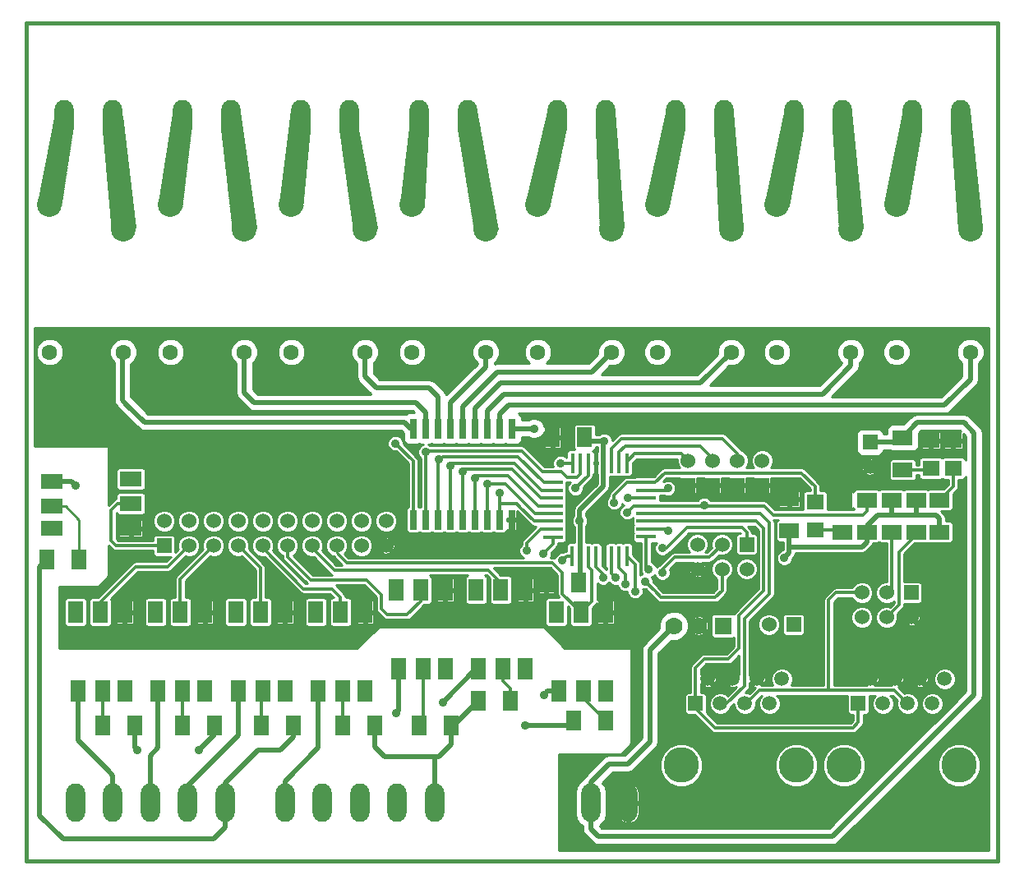
<source format=gtl>
G04 (created by PCBNEW (2013-mar-13)-testing) date ven. 21 juin 2013 23:24:26 CEST*
%MOIN*%
G04 Gerber Fmt 3.4, Leading zero omitted, Abs format*
%FSLAX34Y34*%
G01*
G70*
G90*
G04 APERTURE LIST*
%ADD10C,0.005906*%
%ADD11C,0.015000*%
%ADD12C,0.143700*%
%ADD13R,0.059100X0.059100*%
%ADD14C,0.059100*%
%ADD15R,0.030000X0.078740*%
%ADD16R,0.060000X0.060000*%
%ADD17C,0.060000*%
%ADD18R,0.017700X0.078700*%
%ADD19R,0.078700X0.017700*%
%ADD20R,0.062000X0.090000*%
%ADD21O,0.078000X0.156000*%
%ADD22R,0.070900X0.062900*%
%ADD23R,0.060000X0.080000*%
%ADD24R,0.080000X0.060000*%
%ADD25R,0.090000X0.062000*%
%ADD26C,0.070000*%
%ADD27R,0.070000X0.070000*%
%ADD28C,0.063000*%
%ADD29C,0.100000*%
%ADD30C,0.035000*%
%ADD31C,0.019700*%
%ADD32C,0.011811*%
%ADD33C,0.010000*%
G04 APERTURE END LIST*
G54D10*
G54D11*
X71500Y-62000D02*
X110900Y-62000D01*
X71500Y-28000D02*
X110900Y-28000D01*
X110900Y-28000D02*
X110800Y-28000D01*
X110900Y-62000D02*
X110900Y-28000D01*
X71500Y-62000D02*
X71500Y-28000D01*
G54D12*
X102738Y-58112D03*
X98065Y-58112D03*
G54D13*
X98650Y-55612D03*
G54D14*
X99150Y-54612D03*
X99650Y-55612D03*
X100150Y-54612D03*
X100650Y-55612D03*
X101150Y-54612D03*
X101650Y-55612D03*
X102150Y-54612D03*
G54D12*
X109338Y-58112D03*
X104665Y-58112D03*
G54D13*
X105250Y-55612D03*
G54D14*
X105750Y-54612D03*
X106250Y-55612D03*
X106750Y-54612D03*
X107250Y-55612D03*
X107750Y-54612D03*
X108250Y-55612D03*
X108750Y-54612D03*
G54D15*
X87200Y-48150D03*
X87700Y-48150D03*
X88200Y-48150D03*
X88700Y-48150D03*
X89200Y-48150D03*
X89700Y-48150D03*
X90200Y-48150D03*
X90700Y-48150D03*
X91200Y-48150D03*
X91200Y-44450D03*
X90700Y-44450D03*
X90200Y-44450D03*
X87200Y-44449D03*
X87700Y-44450D03*
X88200Y-44450D03*
X88700Y-44450D03*
X89200Y-44450D03*
X89700Y-44450D03*
G54D16*
X77100Y-49200D03*
G54D17*
X77100Y-48200D03*
X78100Y-49200D03*
X78100Y-48200D03*
X79100Y-49200D03*
X79100Y-48200D03*
X80100Y-49200D03*
X80100Y-48200D03*
X81100Y-49200D03*
X81100Y-48200D03*
X82100Y-49200D03*
X82100Y-48200D03*
X83100Y-49200D03*
X83100Y-48200D03*
X84100Y-49200D03*
X84100Y-48200D03*
X85100Y-49200D03*
X85100Y-48200D03*
X86100Y-49200D03*
X86100Y-48200D03*
G54D16*
X102625Y-52400D03*
G54D17*
X101625Y-52400D03*
G54D18*
X93657Y-45854D03*
X93972Y-45854D03*
X94287Y-45854D03*
X94602Y-45854D03*
X94917Y-45854D03*
X95232Y-45854D03*
X95547Y-45854D03*
X95862Y-45854D03*
X95860Y-49620D03*
X93650Y-49620D03*
X93970Y-49620D03*
X94290Y-49620D03*
X94600Y-49620D03*
X94920Y-49620D03*
X95230Y-49620D03*
X95550Y-49620D03*
G54D19*
X96650Y-46638D03*
X96650Y-46952D03*
X96650Y-47268D03*
X96650Y-47582D03*
X96650Y-47898D03*
X96650Y-48212D03*
X96650Y-48528D03*
X96650Y-48842D03*
X92870Y-46640D03*
X92870Y-46950D03*
X92870Y-47270D03*
X92870Y-47580D03*
X92870Y-47890D03*
X92870Y-48210D03*
X92870Y-48530D03*
X92870Y-48850D03*
G54D20*
X89850Y-54200D03*
X90850Y-54200D03*
X91750Y-54200D03*
X91750Y-51000D03*
X90750Y-51000D03*
X89750Y-51000D03*
X93100Y-55100D03*
X94100Y-55100D03*
X95000Y-55100D03*
X95000Y-51900D03*
X94000Y-51900D03*
X93000Y-51900D03*
X86600Y-54200D03*
X87600Y-54200D03*
X88500Y-54200D03*
X88500Y-51000D03*
X87500Y-51000D03*
X86500Y-51000D03*
X83350Y-55100D03*
X84350Y-55100D03*
X85250Y-55100D03*
X85250Y-51900D03*
X84250Y-51900D03*
X83250Y-51900D03*
X80100Y-55100D03*
X81100Y-55100D03*
X82000Y-55100D03*
X82000Y-51900D03*
X81000Y-51900D03*
X80000Y-51900D03*
X76850Y-55100D03*
X77850Y-55100D03*
X78750Y-55100D03*
X78750Y-51900D03*
X77750Y-51900D03*
X76750Y-51900D03*
X73600Y-55100D03*
X74600Y-55100D03*
X75500Y-55100D03*
X75500Y-51900D03*
X74500Y-51900D03*
X73500Y-51900D03*
G54D21*
X82000Y-59645D03*
X83515Y-59645D03*
X85031Y-59645D03*
X86547Y-59645D03*
X88062Y-59645D03*
X73500Y-59645D03*
X75015Y-59645D03*
X76531Y-59645D03*
X78047Y-59645D03*
X79562Y-59645D03*
G54D16*
X107400Y-51112D03*
G54D17*
X107400Y-52112D03*
X106400Y-51112D03*
X106400Y-52112D03*
X105400Y-51112D03*
X105400Y-52112D03*
G54D22*
X109100Y-46059D03*
X109100Y-44941D03*
X108200Y-46059D03*
X108200Y-44941D03*
X103500Y-47441D03*
X103500Y-48559D03*
G54D16*
X101350Y-46750D03*
G54D17*
X101350Y-45750D03*
G54D16*
X100350Y-46750D03*
G54D17*
X100350Y-45750D03*
G54D16*
X98350Y-46750D03*
G54D17*
X98350Y-45750D03*
G54D16*
X105725Y-45000D03*
G54D17*
X105725Y-46000D03*
G54D16*
X99350Y-46750D03*
G54D17*
X99350Y-45750D03*
G54D23*
X84350Y-56500D03*
X85650Y-56500D03*
G54D24*
X105600Y-48650D03*
X105600Y-47350D03*
X104600Y-48650D03*
X104600Y-47350D03*
X102450Y-48600D03*
X102450Y-47300D03*
G54D23*
X94150Y-44800D03*
X92850Y-44800D03*
G54D24*
X107050Y-44825D03*
X107050Y-46125D03*
G54D23*
X77850Y-56500D03*
X79150Y-56500D03*
G54D24*
X108550Y-48650D03*
X108550Y-47350D03*
G54D23*
X74600Y-56500D03*
X75900Y-56500D03*
X81050Y-56500D03*
X82350Y-56500D03*
X95000Y-56300D03*
X93700Y-56300D03*
X87450Y-56500D03*
X88750Y-56500D03*
X91150Y-55500D03*
X89850Y-55500D03*
G54D16*
X100725Y-49150D03*
G54D17*
X100725Y-50150D03*
X99725Y-49150D03*
X99725Y-50150D03*
X98725Y-49150D03*
X98725Y-50150D03*
G54D25*
X72550Y-46600D03*
X72550Y-47600D03*
X72550Y-48500D03*
X75750Y-48500D03*
X75750Y-47500D03*
X75750Y-46500D03*
G54D23*
X73650Y-49750D03*
X72350Y-49750D03*
G54D26*
X97775Y-52450D03*
X98775Y-52450D03*
G54D27*
X99775Y-52450D03*
G54D24*
X107600Y-47350D03*
X107600Y-48650D03*
X106600Y-47350D03*
X106600Y-48650D03*
G54D21*
X94400Y-59645D03*
X95915Y-59645D03*
G54D23*
X93900Y-50700D03*
X92600Y-50700D03*
G54D28*
X72450Y-41350D03*
X75442Y-41350D03*
G54D29*
X75442Y-36350D03*
X72450Y-35350D03*
G54D28*
X77350Y-41350D03*
X80342Y-41350D03*
G54D29*
X80342Y-36350D03*
X77350Y-35350D03*
G54D28*
X82250Y-41350D03*
X85242Y-41350D03*
G54D29*
X85242Y-36350D03*
X82250Y-35350D03*
G54D28*
X87150Y-41350D03*
X90142Y-41350D03*
G54D29*
X90142Y-36350D03*
X87150Y-35350D03*
G54D21*
X74990Y-31889D03*
X73020Y-31889D03*
X79790Y-31889D03*
X77820Y-31889D03*
X84590Y-31889D03*
X82620Y-31889D03*
X89390Y-31889D03*
X87420Y-31889D03*
X94990Y-31889D03*
X93020Y-31889D03*
X99790Y-31889D03*
X97820Y-31889D03*
X104590Y-31889D03*
X102620Y-31889D03*
X109390Y-31889D03*
X107420Y-31889D03*
G54D28*
X106800Y-41350D03*
X109792Y-41350D03*
G54D29*
X109792Y-36350D03*
X106800Y-35350D03*
G54D28*
X101950Y-41350D03*
X104942Y-41350D03*
G54D29*
X104942Y-36350D03*
X101950Y-35350D03*
G54D28*
X97100Y-41350D03*
X100092Y-41350D03*
G54D29*
X100092Y-36350D03*
X97100Y-35350D03*
G54D28*
X92250Y-41350D03*
X95242Y-41350D03*
G54D29*
X95242Y-36350D03*
X92250Y-35350D03*
G54D30*
X92100Y-44450D03*
X102250Y-49700D03*
X94950Y-44950D03*
X93950Y-48200D03*
X97525Y-46875D03*
X93775Y-46875D03*
X95900Y-47275D03*
X97550Y-48600D03*
X96750Y-50175D03*
X96200Y-51050D03*
X95800Y-50750D03*
X95400Y-50500D03*
X94900Y-50500D03*
X78500Y-57500D03*
X76000Y-57500D03*
X91750Y-56500D03*
X94500Y-46625D03*
X94000Y-61150D03*
X95250Y-48800D03*
X75500Y-53000D03*
X84800Y-52900D03*
X73500Y-46750D03*
X86500Y-56000D03*
X88400Y-55550D03*
X92500Y-55250D03*
X95350Y-47450D03*
X97300Y-49300D03*
X92475Y-49525D03*
X91800Y-49400D03*
X96600Y-50650D03*
X86475Y-45050D03*
X93175Y-45850D03*
X87700Y-45400D03*
X88250Y-45700D03*
X88700Y-45950D03*
X89200Y-46200D03*
X89700Y-46450D03*
X90200Y-46700D03*
X90700Y-47050D03*
X99000Y-47550D03*
X95875Y-47850D03*
X97300Y-50300D03*
X93250Y-49800D03*
G54D31*
X91200Y-44450D02*
X92100Y-44450D01*
X103150Y-61000D02*
X104200Y-61000D01*
X109950Y-44625D02*
X109525Y-44200D01*
X109950Y-55250D02*
X109950Y-44625D01*
X104200Y-61000D02*
X109950Y-55250D01*
X96800Y-53500D02*
X96800Y-53425D01*
X95150Y-58050D02*
X94400Y-58800D01*
X94400Y-59645D02*
X94400Y-58800D01*
X96800Y-56200D02*
X96800Y-57150D01*
X96800Y-56200D02*
X96800Y-55700D01*
X96800Y-55700D02*
X96800Y-53500D01*
X96800Y-57150D02*
X95900Y-58050D01*
X95900Y-58050D02*
X95150Y-58050D01*
X96800Y-53425D02*
X97775Y-52450D01*
X101250Y-61000D02*
X103150Y-61000D01*
X105725Y-45000D02*
X106850Y-45000D01*
X107025Y-44825D02*
X107650Y-44200D01*
X107000Y-44850D02*
X107025Y-44825D01*
X109525Y-44200D02*
X107650Y-44200D01*
X94400Y-60700D02*
X94700Y-61000D01*
X94700Y-61000D02*
X101250Y-61000D01*
X94400Y-60700D02*
X94400Y-59645D01*
X106850Y-45000D02*
X107000Y-44850D01*
X94917Y-45854D02*
X94917Y-46783D01*
X94917Y-46783D02*
X93950Y-47750D01*
X93950Y-47750D02*
X93950Y-48200D01*
X93970Y-49620D02*
X93970Y-50630D01*
X93970Y-50630D02*
X93900Y-50700D01*
X102450Y-49250D02*
X105400Y-49250D01*
X102450Y-48600D02*
X102450Y-49250D01*
X105600Y-49050D02*
X105600Y-48650D01*
X105400Y-49250D02*
X105600Y-49050D01*
X106600Y-47350D02*
X106600Y-47950D01*
X106600Y-47950D02*
X106600Y-47900D01*
X106600Y-47900D02*
X106600Y-47950D01*
X107600Y-47350D02*
X107600Y-47950D01*
X107600Y-47950D02*
X107550Y-47950D01*
X105600Y-48650D02*
X105600Y-48400D01*
X105600Y-48400D02*
X106050Y-47950D01*
X106050Y-47950D02*
X106600Y-47950D01*
X108550Y-48100D02*
X108550Y-48650D01*
X108400Y-47950D02*
X108550Y-48100D01*
X106600Y-47950D02*
X107550Y-47950D01*
X107550Y-47950D02*
X108400Y-47950D01*
X102450Y-49500D02*
X102250Y-49700D01*
X102450Y-49300D02*
X102450Y-49500D01*
X102450Y-48600D02*
X102450Y-49300D01*
X94950Y-44950D02*
X94300Y-44950D01*
X94300Y-44950D02*
X94150Y-44800D01*
X94917Y-45854D02*
X94917Y-44983D01*
X94917Y-44983D02*
X94950Y-44950D01*
X93970Y-49620D02*
X93970Y-48220D01*
X93970Y-48220D02*
X93950Y-48200D01*
G54D32*
X96650Y-46952D02*
X97448Y-46952D01*
X97448Y-46952D02*
X97525Y-46875D01*
X105400Y-51112D02*
X104337Y-51112D01*
X104050Y-51400D02*
X104050Y-55075D01*
X104337Y-51112D02*
X104050Y-51400D01*
X100650Y-55612D02*
X100712Y-55612D01*
X100712Y-55612D02*
X101250Y-55075D01*
X101250Y-55075D02*
X104050Y-55075D01*
X104050Y-55075D02*
X106712Y-55075D01*
X106712Y-55075D02*
X107250Y-55612D01*
X96175Y-45475D02*
X95862Y-45788D01*
X95862Y-45788D02*
X95862Y-45854D01*
X98350Y-45750D02*
X98075Y-45475D01*
X98075Y-45475D02*
X96175Y-45475D01*
X99350Y-45750D02*
X99350Y-45650D01*
X99350Y-45650D02*
X98850Y-45150D01*
X98850Y-45150D02*
X95800Y-45150D01*
X95800Y-45150D02*
X95547Y-45403D01*
X95547Y-45403D02*
X95547Y-45854D01*
X95232Y-45854D02*
X95232Y-45268D01*
X100350Y-45450D02*
X100350Y-45750D01*
X99750Y-44850D02*
X100350Y-45450D01*
X95650Y-44850D02*
X99750Y-44850D01*
X95232Y-45268D02*
X95650Y-44850D01*
X94287Y-46363D02*
X93775Y-46875D01*
X94287Y-46363D02*
X94287Y-45854D01*
X96650Y-47268D02*
X95907Y-47268D01*
X95907Y-47268D02*
X95900Y-47275D01*
X95800Y-47250D02*
X96632Y-47250D01*
X96632Y-47250D02*
X96650Y-47268D01*
X77100Y-49200D02*
X75150Y-49200D01*
X75150Y-49200D02*
X74950Y-49000D01*
X74950Y-49000D02*
X74950Y-47750D01*
X74950Y-47750D02*
X75200Y-47500D01*
X75200Y-47500D02*
X75750Y-47500D01*
X97478Y-48528D02*
X96650Y-48528D01*
X97550Y-48600D02*
X97478Y-48528D01*
X74500Y-51900D02*
X74500Y-51500D01*
X74500Y-51500D02*
X75950Y-50050D01*
X75950Y-50050D02*
X77250Y-50050D01*
X77250Y-50050D02*
X78100Y-49200D01*
X96650Y-48842D02*
X96650Y-50075D01*
X96650Y-50075D02*
X96750Y-50175D01*
X77750Y-51900D02*
X77750Y-50550D01*
X77750Y-50550D02*
X79100Y-49200D01*
X96200Y-49960D02*
X95860Y-49620D01*
X96200Y-51050D02*
X96200Y-49960D01*
X81000Y-51900D02*
X81000Y-50100D01*
X81000Y-50100D02*
X80100Y-49200D01*
X95550Y-50100D02*
X95550Y-49620D01*
X95800Y-50350D02*
X95550Y-50100D01*
X95800Y-50750D02*
X95800Y-50350D01*
X81100Y-49200D02*
X81100Y-49300D01*
X81100Y-49300D02*
X82750Y-50950D01*
X82750Y-50950D02*
X83900Y-50950D01*
X83900Y-50950D02*
X84250Y-51300D01*
X84250Y-51300D02*
X84250Y-51900D01*
X95230Y-50330D02*
X95230Y-49620D01*
X95400Y-50500D02*
X95230Y-50330D01*
X82100Y-49200D02*
X82100Y-49650D01*
X82100Y-49650D02*
X83050Y-50600D01*
X83050Y-50600D02*
X85300Y-50600D01*
X85300Y-50600D02*
X85900Y-51200D01*
X85900Y-51200D02*
X85900Y-51750D01*
X85900Y-51750D02*
X86150Y-52000D01*
X86150Y-52000D02*
X86950Y-52000D01*
X86950Y-52000D02*
X87500Y-51450D01*
X87500Y-51450D02*
X87500Y-51000D01*
G54D33*
X87500Y-51250D02*
X87250Y-51000D01*
G54D32*
X94900Y-50500D02*
X94900Y-50350D01*
X94600Y-50050D02*
X94600Y-49620D01*
X94900Y-50350D02*
X94600Y-50050D01*
X83100Y-49200D02*
X83100Y-49300D01*
X83100Y-49300D02*
X84000Y-50200D01*
X84000Y-50200D02*
X90250Y-50200D01*
X90250Y-50200D02*
X90750Y-50700D01*
X90750Y-50700D02*
X90750Y-51000D01*
G54D33*
X90750Y-51250D02*
X90500Y-51000D01*
G54D32*
X90300Y-49900D02*
X92850Y-49900D01*
X93250Y-51150D02*
X94000Y-51900D01*
X93250Y-50300D02*
X93250Y-51150D01*
X92850Y-49900D02*
X93250Y-50300D01*
X94290Y-49620D02*
X94290Y-50048D01*
X94290Y-50048D02*
X94450Y-50208D01*
X94450Y-50208D02*
X94450Y-51450D01*
X94450Y-51450D02*
X94000Y-51900D01*
X89900Y-49900D02*
X90300Y-49900D01*
X90300Y-49900D02*
X90350Y-49900D01*
G54D33*
X84100Y-49200D02*
X84100Y-49500D01*
X84100Y-49500D02*
X84500Y-49900D01*
G54D32*
X84500Y-49900D02*
X89900Y-49900D01*
G54D31*
X73300Y-61100D02*
X73000Y-61100D01*
X72050Y-50050D02*
X72350Y-49750D01*
X72050Y-60150D02*
X72050Y-50050D01*
X73000Y-61100D02*
X72050Y-60150D01*
X80200Y-58200D02*
X79562Y-58837D01*
X79562Y-58837D02*
X79562Y-59645D01*
X79562Y-59000D02*
X79562Y-58837D01*
X80200Y-58200D02*
X80900Y-57500D01*
X80900Y-57500D02*
X81800Y-57500D01*
X81800Y-57500D02*
X82350Y-56950D01*
X82350Y-56950D02*
X82350Y-56500D01*
X79562Y-60637D02*
X79562Y-59645D01*
X79100Y-61100D02*
X79562Y-60637D01*
X73300Y-61100D02*
X79100Y-61100D01*
X79150Y-56500D02*
X79150Y-56850D01*
X79150Y-56850D02*
X78500Y-57500D01*
X75900Y-56500D02*
X75900Y-57400D01*
X75900Y-57400D02*
X76000Y-57500D01*
X88750Y-56500D02*
X88850Y-56500D01*
X88850Y-56500D02*
X89850Y-55500D01*
X88750Y-56500D02*
X88750Y-56350D01*
X91750Y-56500D02*
X93500Y-56500D01*
X93500Y-56500D02*
X93700Y-56300D01*
X85650Y-56500D02*
X85650Y-57350D01*
X86050Y-57750D02*
X88062Y-57750D01*
X85650Y-57350D02*
X86050Y-57750D01*
X88062Y-59000D02*
X88062Y-57750D01*
X88100Y-57800D02*
X88100Y-57750D01*
X88100Y-57787D02*
X88100Y-57800D01*
X88062Y-57750D02*
X88100Y-57787D01*
X88000Y-58937D02*
X88062Y-59000D01*
X88100Y-57750D02*
X88250Y-57750D01*
X88250Y-57750D02*
X88750Y-57250D01*
X88750Y-57250D02*
X88750Y-56500D01*
G54D32*
X94602Y-45854D02*
X94602Y-46523D01*
X94602Y-46523D02*
X94500Y-46625D01*
X94920Y-49620D02*
X94920Y-49130D01*
X94920Y-49130D02*
X95250Y-48800D01*
G54D33*
X75500Y-51900D02*
X75500Y-53000D01*
X85250Y-51900D02*
X85250Y-52450D01*
X85250Y-52450D02*
X84800Y-52900D01*
G54D32*
X104600Y-47550D02*
X104600Y-47350D01*
G54D31*
X72650Y-46600D02*
X73350Y-46600D01*
X73350Y-46600D02*
X73500Y-46750D01*
X74800Y-58300D02*
X75015Y-58515D01*
X75015Y-58515D02*
X75015Y-59645D01*
X75015Y-59000D02*
X75015Y-58515D01*
X73600Y-57100D02*
X73600Y-55100D01*
X74800Y-58300D02*
X73600Y-57100D01*
X76531Y-58650D02*
X76531Y-59645D01*
X76531Y-59000D02*
X76531Y-58650D01*
X76531Y-58650D02*
X76531Y-57718D01*
X76850Y-57400D02*
X76850Y-55100D01*
X76531Y-57718D02*
X76850Y-57400D01*
X78700Y-58300D02*
X78047Y-58952D01*
X78047Y-58952D02*
X78047Y-59645D01*
X78047Y-59000D02*
X78047Y-58952D01*
X80100Y-56900D02*
X80100Y-55100D01*
X78700Y-58300D02*
X80100Y-56900D01*
X82000Y-59000D02*
X82000Y-58750D01*
X83350Y-57400D02*
X83350Y-55100D01*
X82000Y-58750D02*
X83350Y-57400D01*
X86600Y-55150D02*
X86600Y-54200D01*
X86600Y-55900D02*
X86600Y-55150D01*
X86600Y-55150D02*
X86600Y-55100D01*
X86500Y-56000D02*
X86600Y-55900D01*
X89850Y-54200D02*
X89750Y-54200D01*
X89750Y-54200D02*
X88400Y-55550D01*
X93100Y-55100D02*
X92650Y-55100D01*
X92650Y-55100D02*
X92500Y-55250D01*
G54D32*
X96650Y-46638D02*
X95862Y-46638D01*
X95862Y-46638D02*
X95350Y-47150D01*
X95350Y-47150D02*
X95350Y-47450D01*
X96650Y-46638D02*
X97012Y-46638D01*
X103500Y-46800D02*
X103500Y-47441D01*
X102950Y-46250D02*
X103500Y-46800D01*
X97400Y-46250D02*
X102950Y-46250D01*
X97012Y-46638D02*
X97400Y-46250D01*
X97475Y-49300D02*
X97775Y-49000D01*
X97300Y-49300D02*
X97475Y-49300D01*
X97775Y-49000D02*
X98300Y-48475D01*
X100125Y-48475D02*
X100525Y-48475D01*
X100725Y-48675D02*
X100725Y-49150D01*
X100525Y-48475D02*
X100725Y-48675D01*
X98300Y-48475D02*
X100125Y-48475D01*
X92870Y-48850D02*
X92870Y-49130D01*
X92870Y-49130D02*
X92475Y-49525D01*
X96987Y-51037D02*
X97250Y-51300D01*
X97250Y-51300D02*
X99450Y-51300D01*
X99725Y-50150D02*
X99725Y-51025D01*
X99450Y-51300D02*
X99725Y-51025D01*
X92370Y-48530D02*
X92870Y-48530D01*
X91800Y-49100D02*
X91800Y-49400D01*
X92370Y-48530D02*
X91800Y-49100D01*
X96600Y-50650D02*
X96987Y-51037D01*
X87600Y-54200D02*
X87600Y-56350D01*
X87600Y-56350D02*
X87450Y-56500D01*
G54D33*
X87600Y-56350D02*
X87450Y-56500D01*
G54D32*
X91150Y-55500D02*
X91150Y-55000D01*
X91150Y-55000D02*
X90850Y-54700D01*
X90850Y-54700D02*
X90850Y-54200D01*
X94100Y-55100D02*
X94100Y-55400D01*
X94100Y-55400D02*
X95000Y-56300D01*
G54D33*
X94100Y-55400D02*
X95000Y-56300D01*
X94150Y-55150D02*
X94100Y-55100D01*
G54D32*
X84350Y-56500D02*
X84350Y-55100D01*
G54D33*
X84250Y-55200D02*
X84350Y-55100D01*
G54D32*
X81050Y-56500D02*
X81050Y-55150D01*
X81050Y-55150D02*
X81100Y-55100D01*
X103500Y-48559D02*
X104509Y-48559D01*
X104509Y-48559D02*
X104600Y-48650D01*
G54D33*
X73650Y-49750D02*
X73650Y-48150D01*
X73100Y-47600D02*
X72650Y-47600D01*
X73650Y-48150D02*
X73100Y-47600D01*
G54D32*
X74600Y-56500D02*
X74600Y-55100D01*
X77850Y-56500D02*
X77850Y-55100D01*
X107050Y-46125D02*
X108134Y-46125D01*
X108134Y-46125D02*
X108200Y-46059D01*
X108109Y-46150D02*
X108200Y-46059D01*
X109100Y-46059D02*
X109100Y-46800D01*
X109100Y-46800D02*
X108550Y-47350D01*
X86475Y-45050D02*
X87200Y-45775D01*
X93179Y-45854D02*
X93657Y-45854D01*
X93175Y-45850D02*
X93179Y-45854D01*
X87200Y-48150D02*
X87200Y-45775D01*
X92925Y-46200D02*
X93200Y-46200D01*
X93200Y-46200D02*
X93425Y-46425D01*
X93972Y-46303D02*
X93972Y-45854D01*
X93850Y-46425D02*
X93972Y-46303D01*
X93425Y-46425D02*
X93850Y-46425D01*
X87700Y-45350D02*
X87700Y-45400D01*
X92450Y-46200D02*
X92925Y-46200D01*
X91600Y-45350D02*
X92450Y-46200D01*
X91550Y-45350D02*
X91600Y-45350D01*
X91150Y-45350D02*
X91550Y-45350D01*
X87700Y-45350D02*
X91150Y-45350D01*
X87700Y-45400D02*
X87700Y-48150D01*
X91050Y-45600D02*
X91450Y-45600D01*
X92490Y-46640D02*
X92870Y-46640D01*
X91450Y-45600D02*
X92490Y-46640D01*
X88400Y-45600D02*
X91050Y-45600D01*
X88300Y-45700D02*
X88400Y-45600D01*
X88250Y-45700D02*
X88300Y-45700D01*
X88200Y-45750D02*
X88200Y-48150D01*
X88250Y-45700D02*
X88200Y-45750D01*
X92840Y-46640D02*
X92870Y-46640D01*
X92870Y-46950D02*
X92400Y-46950D01*
X88800Y-45850D02*
X88700Y-45950D01*
X91300Y-45850D02*
X88800Y-45850D01*
X92400Y-46950D02*
X91300Y-45850D01*
X88700Y-48150D02*
X88700Y-45950D01*
X90950Y-46100D02*
X91200Y-46100D01*
X91200Y-46100D02*
X92370Y-47270D01*
X92370Y-47270D02*
X92870Y-47270D01*
X89200Y-48150D02*
X89200Y-46200D01*
X92370Y-47270D02*
X92870Y-47270D01*
X89200Y-46200D02*
X89300Y-46100D01*
X89300Y-46100D02*
X90950Y-46100D01*
X90750Y-46350D02*
X91050Y-46350D01*
X92280Y-47580D02*
X92870Y-47580D01*
X91050Y-46350D02*
X92280Y-47580D01*
X89700Y-48150D02*
X89700Y-46450D01*
X89700Y-46450D02*
X89800Y-46350D01*
X89800Y-46350D02*
X90750Y-46350D01*
X90800Y-46700D02*
X90950Y-46700D01*
X92140Y-47890D02*
X92870Y-47890D01*
X90950Y-46700D02*
X92140Y-47890D01*
X90200Y-48150D02*
X90200Y-46700D01*
X90200Y-46700D02*
X90800Y-46700D01*
X91550Y-47650D02*
X92110Y-48210D01*
X92110Y-48210D02*
X92870Y-48210D01*
X90700Y-47500D02*
X91400Y-47500D01*
X91400Y-47500D02*
X91550Y-47650D01*
X90700Y-47050D02*
X90700Y-47500D01*
X90700Y-47500D02*
X90700Y-48150D01*
G54D31*
X87200Y-44449D02*
X87099Y-44449D01*
X75550Y-43450D02*
X75550Y-43447D01*
X76300Y-44200D02*
X75550Y-43450D01*
X86850Y-44200D02*
X76300Y-44200D01*
X87099Y-44449D02*
X86850Y-44200D01*
X75402Y-42450D02*
X75402Y-41389D01*
X75402Y-41389D02*
X75442Y-41350D01*
X75402Y-43300D02*
X75402Y-42450D01*
X75550Y-43447D02*
X75402Y-43300D01*
X87700Y-44450D02*
X87700Y-43800D01*
X80750Y-43400D02*
X80342Y-42992D01*
X87300Y-43400D02*
X80750Y-43400D01*
X87700Y-43800D02*
X87300Y-43400D01*
X80342Y-42992D02*
X80342Y-41350D01*
X80342Y-42000D02*
X80342Y-41350D01*
X80342Y-42000D02*
X80342Y-41950D01*
X88200Y-44450D02*
X88200Y-43150D01*
X85242Y-42342D02*
X85242Y-41350D01*
X85700Y-42800D02*
X85242Y-42342D01*
X87850Y-42800D02*
X85700Y-42800D01*
X88200Y-43150D02*
X87850Y-42800D01*
X85242Y-42000D02*
X85242Y-41350D01*
X85242Y-42000D02*
X85242Y-41950D01*
X90142Y-41350D02*
X90142Y-41950D01*
X90142Y-41957D02*
X88700Y-43400D01*
X88700Y-43400D02*
X88700Y-44450D01*
X90142Y-41950D02*
X90142Y-41957D01*
X89200Y-44450D02*
X89200Y-43550D01*
X90600Y-42150D02*
X91200Y-42150D01*
X89200Y-43550D02*
X90600Y-42150D01*
X94442Y-42150D02*
X95242Y-41350D01*
X91200Y-42150D02*
X94442Y-42150D01*
X89700Y-44450D02*
X89700Y-43625D01*
X90725Y-42600D02*
X91625Y-42600D01*
X89700Y-43625D02*
X90725Y-42600D01*
X98842Y-42600D02*
X100092Y-41350D01*
X91625Y-42600D02*
X98842Y-42600D01*
X90200Y-44450D02*
X90200Y-43725D01*
X90875Y-43050D02*
X91325Y-43050D01*
X90200Y-43725D02*
X90875Y-43050D01*
X104942Y-41907D02*
X104942Y-41350D01*
X103800Y-43050D02*
X104942Y-41907D01*
X91325Y-43050D02*
X103800Y-43050D01*
X90700Y-44450D02*
X90700Y-43869D01*
X91069Y-43500D02*
X91950Y-43500D01*
X90700Y-43869D02*
X91069Y-43500D01*
X109792Y-42457D02*
X109792Y-41350D01*
X108750Y-43500D02*
X109792Y-42457D01*
X91950Y-43500D02*
X108750Y-43500D01*
G54D32*
X99000Y-47582D02*
X98550Y-47582D01*
X98550Y-47582D02*
X96650Y-47582D01*
X99000Y-47550D02*
X99000Y-47582D01*
X99000Y-47582D02*
X99000Y-47550D01*
X99000Y-47550D02*
X99000Y-47582D01*
X96143Y-47582D02*
X96650Y-47582D01*
X95875Y-47850D02*
X96143Y-47582D01*
X100350Y-47582D02*
X101432Y-47582D01*
X101800Y-47950D02*
X105450Y-47950D01*
X105450Y-47950D02*
X105600Y-47800D01*
X105600Y-47350D02*
X105600Y-47800D01*
X100350Y-47582D02*
X99000Y-47582D01*
X101432Y-47582D02*
X101800Y-47950D01*
X97800Y-49675D02*
X97300Y-50175D01*
X97300Y-50175D02*
X97300Y-50300D01*
X99150Y-49675D02*
X97800Y-49675D01*
X93650Y-49620D02*
X93430Y-49620D01*
X93430Y-49620D02*
X93250Y-49800D01*
X99150Y-49675D02*
X99200Y-49675D01*
X99200Y-49675D02*
X99725Y-49150D01*
X99150Y-49675D02*
X99175Y-49675D01*
X106600Y-49925D02*
X106600Y-50912D01*
X106600Y-50912D02*
X106400Y-51112D01*
X100250Y-47898D02*
X101273Y-47898D01*
X101650Y-48275D02*
X101650Y-49250D01*
X101273Y-47898D02*
X101650Y-48275D01*
X101650Y-51082D02*
X101650Y-51150D01*
X101650Y-49250D02*
X101650Y-51082D01*
X96650Y-47898D02*
X100250Y-47898D01*
X99912Y-55612D02*
X99650Y-55612D01*
X100625Y-54900D02*
X99912Y-55612D01*
X100625Y-52175D02*
X100625Y-54900D01*
X101650Y-51150D02*
X100625Y-52175D01*
X106600Y-49950D02*
X106600Y-49925D01*
X106600Y-49925D02*
X106600Y-48650D01*
X106900Y-49600D02*
X106900Y-49450D01*
X107600Y-48750D02*
X107600Y-48650D01*
X106900Y-49450D02*
X107600Y-48750D01*
X106900Y-50700D02*
X106900Y-49600D01*
X100300Y-48212D02*
X101112Y-48212D01*
X101400Y-48500D02*
X101400Y-49250D01*
X101112Y-48212D02*
X101400Y-48500D01*
X100402Y-52035D02*
X100402Y-53372D01*
X101400Y-49250D02*
X101400Y-51037D01*
X101400Y-51037D02*
X100402Y-52035D01*
X96650Y-48212D02*
X100300Y-48212D01*
X98650Y-54150D02*
X98650Y-55612D01*
X99000Y-53800D02*
X98650Y-54150D01*
X99975Y-53800D02*
X99000Y-53800D01*
X100402Y-53372D02*
X99975Y-53800D01*
X106900Y-51612D02*
X106400Y-52112D01*
X106900Y-50700D02*
X106900Y-51612D01*
X98650Y-55612D02*
X98650Y-55800D01*
X105250Y-56375D02*
X105250Y-55612D01*
X105025Y-56600D02*
X105250Y-56375D01*
X99450Y-56600D02*
X105025Y-56600D01*
X98650Y-55800D02*
X99450Y-56600D01*
G54D10*
G36*
X94668Y-46680D02*
X93774Y-47574D01*
X93720Y-47654D01*
X93701Y-47750D01*
X93701Y-47988D01*
X93674Y-48015D01*
X93625Y-48135D01*
X93624Y-48264D01*
X93674Y-48383D01*
X93721Y-48431D01*
X93721Y-49076D01*
X93708Y-49076D01*
X93531Y-49076D01*
X93476Y-49099D01*
X93434Y-49141D01*
X93411Y-49196D01*
X93411Y-49256D01*
X93411Y-49414D01*
X93349Y-49426D01*
X93282Y-49472D01*
X93282Y-49472D01*
X93279Y-49475D01*
X93185Y-49474D01*
X93066Y-49524D01*
X92974Y-49615D01*
X92935Y-49710D01*
X92930Y-49706D01*
X92850Y-49690D01*
X92757Y-49690D01*
X92799Y-49589D01*
X92800Y-49495D01*
X93017Y-49277D01*
X93017Y-49277D01*
X93017Y-49277D01*
X93063Y-49210D01*
X93079Y-49130D01*
X93079Y-49088D01*
X93293Y-49088D01*
X93348Y-49065D01*
X93390Y-49023D01*
X93413Y-48968D01*
X93413Y-48908D01*
X93413Y-48731D01*
X93396Y-48689D01*
X93413Y-48648D01*
X93413Y-48588D01*
X93413Y-48411D01*
X93396Y-48369D01*
X93413Y-48328D01*
X93413Y-48268D01*
X93413Y-48091D01*
X93396Y-48049D01*
X93413Y-48008D01*
X93413Y-47948D01*
X93413Y-47771D01*
X93398Y-47734D01*
X93413Y-47698D01*
X93413Y-47638D01*
X93413Y-47461D01*
X93398Y-47424D01*
X93413Y-47388D01*
X93413Y-47328D01*
X93413Y-47151D01*
X93396Y-47109D01*
X93413Y-47068D01*
X93413Y-47008D01*
X93413Y-46831D01*
X93398Y-46794D01*
X93413Y-46758D01*
X93413Y-46698D01*
X93413Y-46631D01*
X93425Y-46634D01*
X93556Y-46634D01*
X93499Y-46690D01*
X93450Y-46810D01*
X93449Y-46939D01*
X93499Y-47058D01*
X93590Y-47150D01*
X93710Y-47199D01*
X93839Y-47200D01*
X93958Y-47150D01*
X94050Y-47059D01*
X94099Y-46939D01*
X94100Y-46845D01*
X94434Y-46510D01*
X94434Y-46510D01*
X94434Y-46510D01*
X94480Y-46443D01*
X94496Y-46363D01*
X94496Y-46339D01*
X94502Y-46332D01*
X94517Y-46297D01*
X94523Y-46297D01*
X94545Y-46297D01*
X94557Y-46285D01*
X94557Y-45904D01*
X94544Y-45904D01*
X94544Y-45804D01*
X94557Y-45804D01*
X94557Y-45423D01*
X94545Y-45410D01*
X94523Y-45410D01*
X94517Y-45410D01*
X94502Y-45375D01*
X94477Y-45350D01*
X94479Y-45350D01*
X94534Y-45327D01*
X94577Y-45284D01*
X94600Y-45229D01*
X94600Y-45198D01*
X94668Y-45198D01*
X94668Y-45410D01*
X94658Y-45410D01*
X94646Y-45423D01*
X94646Y-45804D01*
X94659Y-45804D01*
X94659Y-45904D01*
X94646Y-45904D01*
X94646Y-46285D01*
X94658Y-46297D01*
X94668Y-46297D01*
X94668Y-46680D01*
X94668Y-46680D01*
G37*
G54D33*
X94668Y-46680D02*
X93774Y-47574D01*
X93720Y-47654D01*
X93701Y-47750D01*
X93701Y-47988D01*
X93674Y-48015D01*
X93625Y-48135D01*
X93624Y-48264D01*
X93674Y-48383D01*
X93721Y-48431D01*
X93721Y-49076D01*
X93708Y-49076D01*
X93531Y-49076D01*
X93476Y-49099D01*
X93434Y-49141D01*
X93411Y-49196D01*
X93411Y-49256D01*
X93411Y-49414D01*
X93349Y-49426D01*
X93282Y-49472D01*
X93282Y-49472D01*
X93279Y-49475D01*
X93185Y-49474D01*
X93066Y-49524D01*
X92974Y-49615D01*
X92935Y-49710D01*
X92930Y-49706D01*
X92850Y-49690D01*
X92757Y-49690D01*
X92799Y-49589D01*
X92800Y-49495D01*
X93017Y-49277D01*
X93017Y-49277D01*
X93017Y-49277D01*
X93063Y-49210D01*
X93079Y-49130D01*
X93079Y-49088D01*
X93293Y-49088D01*
X93348Y-49065D01*
X93390Y-49023D01*
X93413Y-48968D01*
X93413Y-48908D01*
X93413Y-48731D01*
X93396Y-48689D01*
X93413Y-48648D01*
X93413Y-48588D01*
X93413Y-48411D01*
X93396Y-48369D01*
X93413Y-48328D01*
X93413Y-48268D01*
X93413Y-48091D01*
X93396Y-48049D01*
X93413Y-48008D01*
X93413Y-47948D01*
X93413Y-47771D01*
X93398Y-47734D01*
X93413Y-47698D01*
X93413Y-47638D01*
X93413Y-47461D01*
X93398Y-47424D01*
X93413Y-47388D01*
X93413Y-47328D01*
X93413Y-47151D01*
X93396Y-47109D01*
X93413Y-47068D01*
X93413Y-47008D01*
X93413Y-46831D01*
X93398Y-46794D01*
X93413Y-46758D01*
X93413Y-46698D01*
X93413Y-46631D01*
X93425Y-46634D01*
X93556Y-46634D01*
X93499Y-46690D01*
X93450Y-46810D01*
X93449Y-46939D01*
X93499Y-47058D01*
X93590Y-47150D01*
X93710Y-47199D01*
X93839Y-47200D01*
X93958Y-47150D01*
X94050Y-47059D01*
X94099Y-46939D01*
X94100Y-46845D01*
X94434Y-46510D01*
X94434Y-46510D01*
X94434Y-46510D01*
X94480Y-46443D01*
X94496Y-46363D01*
X94496Y-46339D01*
X94502Y-46332D01*
X94517Y-46297D01*
X94523Y-46297D01*
X94545Y-46297D01*
X94557Y-46285D01*
X94557Y-45904D01*
X94544Y-45904D01*
X94544Y-45804D01*
X94557Y-45804D01*
X94557Y-45423D01*
X94545Y-45410D01*
X94523Y-45410D01*
X94517Y-45410D01*
X94502Y-45375D01*
X94477Y-45350D01*
X94479Y-45350D01*
X94534Y-45327D01*
X94577Y-45284D01*
X94600Y-45229D01*
X94600Y-45198D01*
X94668Y-45198D01*
X94668Y-45410D01*
X94658Y-45410D01*
X94646Y-45423D01*
X94646Y-45804D01*
X94659Y-45804D01*
X94659Y-45904D01*
X94646Y-45904D01*
X94646Y-46285D01*
X94658Y-46297D01*
X94668Y-46297D01*
X94668Y-46680D01*
G54D10*
G36*
X98004Y-46040D02*
X97400Y-46040D01*
X97400Y-46040D01*
X97319Y-46056D01*
X97252Y-46102D01*
X96954Y-46399D01*
X96226Y-46399D01*
X96171Y-46422D01*
X96164Y-46428D01*
X95862Y-46428D01*
X95781Y-46444D01*
X95714Y-46490D01*
X95714Y-46490D01*
X95202Y-47002D01*
X95156Y-47069D01*
X95140Y-47150D01*
X95140Y-47199D01*
X95074Y-47265D01*
X95025Y-47385D01*
X95024Y-47514D01*
X95074Y-47633D01*
X95165Y-47725D01*
X95285Y-47774D01*
X95414Y-47775D01*
X95533Y-47725D01*
X95625Y-47634D01*
X95674Y-47514D01*
X95674Y-47509D01*
X95715Y-47550D01*
X95732Y-47557D01*
X95691Y-47574D01*
X95599Y-47665D01*
X95550Y-47785D01*
X95549Y-47914D01*
X95599Y-48033D01*
X95690Y-48125D01*
X95810Y-48174D01*
X95939Y-48175D01*
X96058Y-48125D01*
X96117Y-48067D01*
X96106Y-48093D01*
X96106Y-48153D01*
X96106Y-48330D01*
X96122Y-48370D01*
X96106Y-48409D01*
X96106Y-48469D01*
X96106Y-48646D01*
X96122Y-48685D01*
X96106Y-48723D01*
X96106Y-48783D01*
X96106Y-48960D01*
X96129Y-49015D01*
X96171Y-49057D01*
X96226Y-49080D01*
X96286Y-49080D01*
X96440Y-49080D01*
X96440Y-50071D01*
X96425Y-50110D01*
X96424Y-50239D01*
X96471Y-50351D01*
X96416Y-50374D01*
X96409Y-50381D01*
X96409Y-49960D01*
X96409Y-49960D01*
X96409Y-49960D01*
X96393Y-49879D01*
X96347Y-49812D01*
X96098Y-49562D01*
X96098Y-49196D01*
X96075Y-49141D01*
X96033Y-49099D01*
X95978Y-49076D01*
X95918Y-49076D01*
X95741Y-49076D01*
X95704Y-49091D01*
X95668Y-49076D01*
X95608Y-49076D01*
X95431Y-49076D01*
X95389Y-49093D01*
X95348Y-49076D01*
X95288Y-49076D01*
X95111Y-49076D01*
X95056Y-49099D01*
X95014Y-49141D01*
X94999Y-49176D01*
X94998Y-49176D01*
X94976Y-49176D01*
X94964Y-49189D01*
X94964Y-49570D01*
X94977Y-49570D01*
X94977Y-49670D01*
X94964Y-49670D01*
X94964Y-50051D01*
X94976Y-50063D01*
X94998Y-50063D01*
X94999Y-50063D01*
X95014Y-50098D01*
X95020Y-50105D01*
X95020Y-50175D01*
X94875Y-50030D01*
X94875Y-49670D01*
X94862Y-49670D01*
X94862Y-49570D01*
X94875Y-49570D01*
X94875Y-49189D01*
X94863Y-49176D01*
X94841Y-49176D01*
X94830Y-49176D01*
X94815Y-49141D01*
X94773Y-49099D01*
X94718Y-49076D01*
X94658Y-49076D01*
X94481Y-49076D01*
X94444Y-49091D01*
X94408Y-49076D01*
X94348Y-49076D01*
X94218Y-49076D01*
X94218Y-48391D01*
X94225Y-48384D01*
X94274Y-48264D01*
X94275Y-48135D01*
X94225Y-48016D01*
X94198Y-47988D01*
X94198Y-47852D01*
X95092Y-46958D01*
X95146Y-46878D01*
X95165Y-46783D01*
X95165Y-46397D01*
X95173Y-46397D01*
X95350Y-46397D01*
X95389Y-46381D01*
X95428Y-46397D01*
X95488Y-46397D01*
X95665Y-46397D01*
X95704Y-46381D01*
X95743Y-46397D01*
X95803Y-46397D01*
X95980Y-46397D01*
X96035Y-46374D01*
X96077Y-46332D01*
X96100Y-46277D01*
X96100Y-46217D01*
X96100Y-45845D01*
X96261Y-45684D01*
X97900Y-45684D01*
X97899Y-45839D01*
X97968Y-46004D01*
X98004Y-46040D01*
X98004Y-46040D01*
G37*
G54D33*
X98004Y-46040D02*
X97400Y-46040D01*
X97400Y-46040D01*
X97319Y-46056D01*
X97252Y-46102D01*
X96954Y-46399D01*
X96226Y-46399D01*
X96171Y-46422D01*
X96164Y-46428D01*
X95862Y-46428D01*
X95781Y-46444D01*
X95714Y-46490D01*
X95714Y-46490D01*
X95202Y-47002D01*
X95156Y-47069D01*
X95140Y-47150D01*
X95140Y-47199D01*
X95074Y-47265D01*
X95025Y-47385D01*
X95024Y-47514D01*
X95074Y-47633D01*
X95165Y-47725D01*
X95285Y-47774D01*
X95414Y-47775D01*
X95533Y-47725D01*
X95625Y-47634D01*
X95674Y-47514D01*
X95674Y-47509D01*
X95715Y-47550D01*
X95732Y-47557D01*
X95691Y-47574D01*
X95599Y-47665D01*
X95550Y-47785D01*
X95549Y-47914D01*
X95599Y-48033D01*
X95690Y-48125D01*
X95810Y-48174D01*
X95939Y-48175D01*
X96058Y-48125D01*
X96117Y-48067D01*
X96106Y-48093D01*
X96106Y-48153D01*
X96106Y-48330D01*
X96122Y-48370D01*
X96106Y-48409D01*
X96106Y-48469D01*
X96106Y-48646D01*
X96122Y-48685D01*
X96106Y-48723D01*
X96106Y-48783D01*
X96106Y-48960D01*
X96129Y-49015D01*
X96171Y-49057D01*
X96226Y-49080D01*
X96286Y-49080D01*
X96440Y-49080D01*
X96440Y-50071D01*
X96425Y-50110D01*
X96424Y-50239D01*
X96471Y-50351D01*
X96416Y-50374D01*
X96409Y-50381D01*
X96409Y-49960D01*
X96409Y-49960D01*
X96409Y-49960D01*
X96393Y-49879D01*
X96347Y-49812D01*
X96098Y-49562D01*
X96098Y-49196D01*
X96075Y-49141D01*
X96033Y-49099D01*
X95978Y-49076D01*
X95918Y-49076D01*
X95741Y-49076D01*
X95704Y-49091D01*
X95668Y-49076D01*
X95608Y-49076D01*
X95431Y-49076D01*
X95389Y-49093D01*
X95348Y-49076D01*
X95288Y-49076D01*
X95111Y-49076D01*
X95056Y-49099D01*
X95014Y-49141D01*
X94999Y-49176D01*
X94998Y-49176D01*
X94976Y-49176D01*
X94964Y-49189D01*
X94964Y-49570D01*
X94977Y-49570D01*
X94977Y-49670D01*
X94964Y-49670D01*
X94964Y-50051D01*
X94976Y-50063D01*
X94998Y-50063D01*
X94999Y-50063D01*
X95014Y-50098D01*
X95020Y-50105D01*
X95020Y-50175D01*
X94875Y-50030D01*
X94875Y-49670D01*
X94862Y-49670D01*
X94862Y-49570D01*
X94875Y-49570D01*
X94875Y-49189D01*
X94863Y-49176D01*
X94841Y-49176D01*
X94830Y-49176D01*
X94815Y-49141D01*
X94773Y-49099D01*
X94718Y-49076D01*
X94658Y-49076D01*
X94481Y-49076D01*
X94444Y-49091D01*
X94408Y-49076D01*
X94348Y-49076D01*
X94218Y-49076D01*
X94218Y-48391D01*
X94225Y-48384D01*
X94274Y-48264D01*
X94275Y-48135D01*
X94225Y-48016D01*
X94198Y-47988D01*
X94198Y-47852D01*
X95092Y-46958D01*
X95146Y-46878D01*
X95165Y-46783D01*
X95165Y-46397D01*
X95173Y-46397D01*
X95350Y-46397D01*
X95389Y-46381D01*
X95428Y-46397D01*
X95488Y-46397D01*
X95665Y-46397D01*
X95704Y-46381D01*
X95743Y-46397D01*
X95803Y-46397D01*
X95980Y-46397D01*
X96035Y-46374D01*
X96077Y-46332D01*
X96100Y-46277D01*
X96100Y-46217D01*
X96100Y-45845D01*
X96261Y-45684D01*
X97900Y-45684D01*
X97899Y-45839D01*
X97968Y-46004D01*
X98004Y-46040D01*
G54D10*
G36*
X103290Y-46976D02*
X103115Y-46976D01*
X103060Y-46999D01*
X103018Y-47041D01*
X102995Y-47096D01*
X102995Y-47156D01*
X102995Y-47740D01*
X102900Y-47740D01*
X102900Y-47609D01*
X102900Y-47362D01*
X102900Y-47237D01*
X102900Y-46990D01*
X102892Y-46971D01*
X102878Y-46957D01*
X102859Y-46950D01*
X102840Y-46950D01*
X102512Y-46950D01*
X102500Y-46962D01*
X102500Y-47250D01*
X102887Y-47250D01*
X102900Y-47237D01*
X102900Y-47362D01*
X102887Y-47350D01*
X102500Y-47350D01*
X102500Y-47637D01*
X102512Y-47650D01*
X102840Y-47650D01*
X102859Y-47650D01*
X102878Y-47642D01*
X102892Y-47628D01*
X102900Y-47609D01*
X102900Y-47740D01*
X102400Y-47740D01*
X102400Y-47637D01*
X102400Y-47350D01*
X102400Y-47250D01*
X102400Y-46962D01*
X102387Y-46950D01*
X102059Y-46950D01*
X102040Y-46950D01*
X102021Y-46957D01*
X102007Y-46971D01*
X102000Y-46990D01*
X102000Y-47237D01*
X102012Y-47250D01*
X102400Y-47250D01*
X102400Y-47350D01*
X102012Y-47350D01*
X102000Y-47362D01*
X102000Y-47609D01*
X102007Y-47628D01*
X102021Y-47642D01*
X102040Y-47650D01*
X102059Y-47650D01*
X102387Y-47650D01*
X102400Y-47637D01*
X102400Y-47740D01*
X101886Y-47740D01*
X101700Y-47554D01*
X101700Y-47059D01*
X101700Y-46812D01*
X101687Y-46800D01*
X101400Y-46800D01*
X101400Y-47087D01*
X101412Y-47100D01*
X101640Y-47100D01*
X101659Y-47100D01*
X101678Y-47092D01*
X101692Y-47078D01*
X101700Y-47059D01*
X101700Y-47554D01*
X101579Y-47434D01*
X101512Y-47388D01*
X101432Y-47372D01*
X101300Y-47372D01*
X101300Y-47087D01*
X101300Y-46800D01*
X101012Y-46800D01*
X101000Y-46812D01*
X101000Y-47059D01*
X101007Y-47078D01*
X101021Y-47092D01*
X101040Y-47100D01*
X101059Y-47100D01*
X101287Y-47100D01*
X101300Y-47087D01*
X101300Y-47372D01*
X100700Y-47372D01*
X100700Y-47059D01*
X100700Y-46812D01*
X100687Y-46800D01*
X100400Y-46800D01*
X100400Y-47087D01*
X100412Y-47100D01*
X100640Y-47100D01*
X100659Y-47100D01*
X100678Y-47092D01*
X100692Y-47078D01*
X100700Y-47059D01*
X100700Y-47372D01*
X100350Y-47372D01*
X100300Y-47372D01*
X100300Y-47087D01*
X100300Y-46800D01*
X100012Y-46800D01*
X100000Y-46812D01*
X100000Y-47059D01*
X100007Y-47078D01*
X100021Y-47092D01*
X100040Y-47100D01*
X100059Y-47100D01*
X100287Y-47100D01*
X100300Y-47087D01*
X100300Y-47372D01*
X99700Y-47372D01*
X99700Y-47059D01*
X99700Y-46812D01*
X99687Y-46800D01*
X99400Y-46800D01*
X99400Y-47087D01*
X99412Y-47100D01*
X99640Y-47100D01*
X99659Y-47100D01*
X99678Y-47092D01*
X99692Y-47078D01*
X99700Y-47059D01*
X99700Y-47372D01*
X99300Y-47372D01*
X99300Y-47087D01*
X99300Y-46800D01*
X99012Y-46800D01*
X99000Y-46812D01*
X99000Y-47059D01*
X99007Y-47078D01*
X99021Y-47092D01*
X99040Y-47100D01*
X99059Y-47100D01*
X99287Y-47100D01*
X99300Y-47087D01*
X99300Y-47372D01*
X99278Y-47372D01*
X99275Y-47366D01*
X99184Y-47274D01*
X99064Y-47225D01*
X98935Y-47224D01*
X98816Y-47274D01*
X98724Y-47365D01*
X98721Y-47372D01*
X98700Y-47372D01*
X98700Y-47059D01*
X98700Y-46812D01*
X98687Y-46800D01*
X98400Y-46800D01*
X98400Y-47087D01*
X98412Y-47100D01*
X98640Y-47100D01*
X98659Y-47100D01*
X98678Y-47092D01*
X98692Y-47078D01*
X98700Y-47059D01*
X98700Y-47372D01*
X98550Y-47372D01*
X98300Y-47372D01*
X98300Y-47087D01*
X98300Y-46800D01*
X98012Y-46800D01*
X98000Y-46812D01*
X98000Y-47059D01*
X98007Y-47078D01*
X98021Y-47092D01*
X98040Y-47100D01*
X98059Y-47100D01*
X98287Y-47100D01*
X98300Y-47087D01*
X98300Y-47372D01*
X97193Y-47372D01*
X97193Y-47326D01*
X97193Y-47161D01*
X97366Y-47161D01*
X97460Y-47199D01*
X97589Y-47200D01*
X97708Y-47150D01*
X97800Y-47059D01*
X97849Y-46939D01*
X97850Y-46810D01*
X97800Y-46691D01*
X97709Y-46599D01*
X97589Y-46550D01*
X97460Y-46549D01*
X97349Y-46595D01*
X97486Y-46459D01*
X98000Y-46459D01*
X98000Y-46687D01*
X98012Y-46700D01*
X98300Y-46700D01*
X98300Y-46692D01*
X98400Y-46692D01*
X98400Y-46700D01*
X98687Y-46700D01*
X98700Y-46687D01*
X98700Y-46459D01*
X99000Y-46459D01*
X99000Y-46687D01*
X99012Y-46700D01*
X99300Y-46700D01*
X99300Y-46692D01*
X99400Y-46692D01*
X99400Y-46700D01*
X99687Y-46700D01*
X99700Y-46687D01*
X99700Y-46459D01*
X100000Y-46459D01*
X100000Y-46687D01*
X100012Y-46700D01*
X100300Y-46700D01*
X100300Y-46692D01*
X100400Y-46692D01*
X100400Y-46700D01*
X100687Y-46700D01*
X100700Y-46687D01*
X100700Y-46459D01*
X101000Y-46459D01*
X101000Y-46687D01*
X101012Y-46700D01*
X101300Y-46700D01*
X101300Y-46692D01*
X101400Y-46692D01*
X101400Y-46700D01*
X101687Y-46700D01*
X101700Y-46687D01*
X101700Y-46459D01*
X102863Y-46459D01*
X103290Y-46886D01*
X103290Y-46976D01*
X103290Y-46976D01*
G37*
G54D33*
X103290Y-46976D02*
X103115Y-46976D01*
X103060Y-46999D01*
X103018Y-47041D01*
X102995Y-47096D01*
X102995Y-47156D01*
X102995Y-47740D01*
X102900Y-47740D01*
X102900Y-47609D01*
X102900Y-47362D01*
X102900Y-47237D01*
X102900Y-46990D01*
X102892Y-46971D01*
X102878Y-46957D01*
X102859Y-46950D01*
X102840Y-46950D01*
X102512Y-46950D01*
X102500Y-46962D01*
X102500Y-47250D01*
X102887Y-47250D01*
X102900Y-47237D01*
X102900Y-47362D01*
X102887Y-47350D01*
X102500Y-47350D01*
X102500Y-47637D01*
X102512Y-47650D01*
X102840Y-47650D01*
X102859Y-47650D01*
X102878Y-47642D01*
X102892Y-47628D01*
X102900Y-47609D01*
X102900Y-47740D01*
X102400Y-47740D01*
X102400Y-47637D01*
X102400Y-47350D01*
X102400Y-47250D01*
X102400Y-46962D01*
X102387Y-46950D01*
X102059Y-46950D01*
X102040Y-46950D01*
X102021Y-46957D01*
X102007Y-46971D01*
X102000Y-46990D01*
X102000Y-47237D01*
X102012Y-47250D01*
X102400Y-47250D01*
X102400Y-47350D01*
X102012Y-47350D01*
X102000Y-47362D01*
X102000Y-47609D01*
X102007Y-47628D01*
X102021Y-47642D01*
X102040Y-47650D01*
X102059Y-47650D01*
X102387Y-47650D01*
X102400Y-47637D01*
X102400Y-47740D01*
X101886Y-47740D01*
X101700Y-47554D01*
X101700Y-47059D01*
X101700Y-46812D01*
X101687Y-46800D01*
X101400Y-46800D01*
X101400Y-47087D01*
X101412Y-47100D01*
X101640Y-47100D01*
X101659Y-47100D01*
X101678Y-47092D01*
X101692Y-47078D01*
X101700Y-47059D01*
X101700Y-47554D01*
X101579Y-47434D01*
X101512Y-47388D01*
X101432Y-47372D01*
X101300Y-47372D01*
X101300Y-47087D01*
X101300Y-46800D01*
X101012Y-46800D01*
X101000Y-46812D01*
X101000Y-47059D01*
X101007Y-47078D01*
X101021Y-47092D01*
X101040Y-47100D01*
X101059Y-47100D01*
X101287Y-47100D01*
X101300Y-47087D01*
X101300Y-47372D01*
X100700Y-47372D01*
X100700Y-47059D01*
X100700Y-46812D01*
X100687Y-46800D01*
X100400Y-46800D01*
X100400Y-47087D01*
X100412Y-47100D01*
X100640Y-47100D01*
X100659Y-47100D01*
X100678Y-47092D01*
X100692Y-47078D01*
X100700Y-47059D01*
X100700Y-47372D01*
X100350Y-47372D01*
X100300Y-47372D01*
X100300Y-47087D01*
X100300Y-46800D01*
X100012Y-46800D01*
X100000Y-46812D01*
X100000Y-47059D01*
X100007Y-47078D01*
X100021Y-47092D01*
X100040Y-47100D01*
X100059Y-47100D01*
X100287Y-47100D01*
X100300Y-47087D01*
X100300Y-47372D01*
X99700Y-47372D01*
X99700Y-47059D01*
X99700Y-46812D01*
X99687Y-46800D01*
X99400Y-46800D01*
X99400Y-47087D01*
X99412Y-47100D01*
X99640Y-47100D01*
X99659Y-47100D01*
X99678Y-47092D01*
X99692Y-47078D01*
X99700Y-47059D01*
X99700Y-47372D01*
X99300Y-47372D01*
X99300Y-47087D01*
X99300Y-46800D01*
X99012Y-46800D01*
X99000Y-46812D01*
X99000Y-47059D01*
X99007Y-47078D01*
X99021Y-47092D01*
X99040Y-47100D01*
X99059Y-47100D01*
X99287Y-47100D01*
X99300Y-47087D01*
X99300Y-47372D01*
X99278Y-47372D01*
X99275Y-47366D01*
X99184Y-47274D01*
X99064Y-47225D01*
X98935Y-47224D01*
X98816Y-47274D01*
X98724Y-47365D01*
X98721Y-47372D01*
X98700Y-47372D01*
X98700Y-47059D01*
X98700Y-46812D01*
X98687Y-46800D01*
X98400Y-46800D01*
X98400Y-47087D01*
X98412Y-47100D01*
X98640Y-47100D01*
X98659Y-47100D01*
X98678Y-47092D01*
X98692Y-47078D01*
X98700Y-47059D01*
X98700Y-47372D01*
X98550Y-47372D01*
X98300Y-47372D01*
X98300Y-47087D01*
X98300Y-46800D01*
X98012Y-46800D01*
X98000Y-46812D01*
X98000Y-47059D01*
X98007Y-47078D01*
X98021Y-47092D01*
X98040Y-47100D01*
X98059Y-47100D01*
X98287Y-47100D01*
X98300Y-47087D01*
X98300Y-47372D01*
X97193Y-47372D01*
X97193Y-47326D01*
X97193Y-47161D01*
X97366Y-47161D01*
X97460Y-47199D01*
X97589Y-47200D01*
X97708Y-47150D01*
X97800Y-47059D01*
X97849Y-46939D01*
X97850Y-46810D01*
X97800Y-46691D01*
X97709Y-46599D01*
X97589Y-46550D01*
X97460Y-46549D01*
X97349Y-46595D01*
X97486Y-46459D01*
X98000Y-46459D01*
X98000Y-46687D01*
X98012Y-46700D01*
X98300Y-46700D01*
X98300Y-46692D01*
X98400Y-46692D01*
X98400Y-46700D01*
X98687Y-46700D01*
X98700Y-46687D01*
X98700Y-46459D01*
X99000Y-46459D01*
X99000Y-46687D01*
X99012Y-46700D01*
X99300Y-46700D01*
X99300Y-46692D01*
X99400Y-46692D01*
X99400Y-46700D01*
X99687Y-46700D01*
X99700Y-46687D01*
X99700Y-46459D01*
X100000Y-46459D01*
X100000Y-46687D01*
X100012Y-46700D01*
X100300Y-46700D01*
X100300Y-46692D01*
X100400Y-46692D01*
X100400Y-46700D01*
X100687Y-46700D01*
X100700Y-46687D01*
X100700Y-46459D01*
X101000Y-46459D01*
X101000Y-46687D01*
X101012Y-46700D01*
X101300Y-46700D01*
X101300Y-46692D01*
X101400Y-46692D01*
X101400Y-46700D01*
X101687Y-46700D01*
X101700Y-46687D01*
X101700Y-46459D01*
X102863Y-46459D01*
X103290Y-46886D01*
X103290Y-46976D01*
G54D10*
G36*
X105040Y-56288D02*
X104938Y-56390D01*
X99536Y-56390D01*
X99092Y-55946D01*
X99095Y-55937D01*
X99095Y-55878D01*
X99095Y-55287D01*
X99072Y-55232D01*
X99030Y-55189D01*
X98975Y-55167D01*
X98915Y-55167D01*
X98859Y-55167D01*
X98859Y-54797D01*
X98877Y-54814D01*
X99079Y-54612D01*
X98877Y-54410D01*
X98859Y-54427D01*
X98859Y-54236D01*
X99086Y-54009D01*
X99975Y-54009D01*
X100055Y-53993D01*
X100122Y-53947D01*
X100415Y-53654D01*
X100415Y-54417D01*
X100352Y-54481D01*
X100352Y-54339D01*
X100314Y-54301D01*
X100182Y-54261D01*
X100046Y-54276D01*
X99985Y-54301D01*
X99947Y-54339D01*
X100150Y-54541D01*
X100352Y-54339D01*
X100352Y-54481D01*
X100220Y-54612D01*
X100226Y-54618D01*
X100155Y-54688D01*
X100150Y-54683D01*
X100079Y-54754D01*
X100079Y-54612D01*
X99877Y-54410D01*
X99838Y-54448D01*
X99799Y-54579D01*
X99813Y-54716D01*
X99838Y-54777D01*
X99877Y-54814D01*
X100079Y-54612D01*
X100079Y-54754D01*
X99947Y-54885D01*
X99985Y-54924D01*
X100117Y-54963D01*
X100253Y-54949D01*
X100298Y-54930D01*
X99948Y-55280D01*
X99902Y-55235D01*
X99739Y-55167D01*
X99561Y-55167D01*
X99500Y-55192D01*
X99500Y-54645D01*
X99486Y-54508D01*
X99461Y-54448D01*
X99422Y-54410D01*
X99352Y-54481D01*
X99352Y-54339D01*
X99314Y-54301D01*
X99182Y-54261D01*
X99046Y-54276D01*
X98985Y-54301D01*
X98947Y-54339D01*
X99150Y-54541D01*
X99352Y-54339D01*
X99352Y-54481D01*
X99220Y-54612D01*
X99422Y-54814D01*
X99461Y-54777D01*
X99500Y-54645D01*
X99500Y-55192D01*
X99397Y-55234D01*
X99352Y-55280D01*
X99352Y-54885D01*
X99150Y-54683D01*
X98947Y-54885D01*
X98985Y-54924D01*
X99117Y-54963D01*
X99253Y-54949D01*
X99314Y-54924D01*
X99352Y-54885D01*
X99352Y-55280D01*
X99272Y-55359D01*
X99204Y-55523D01*
X99204Y-55700D01*
X99272Y-55864D01*
X99397Y-55990D01*
X99560Y-56058D01*
X99738Y-56058D01*
X99902Y-55990D01*
X100027Y-55865D01*
X100078Y-55742D01*
X100204Y-55616D01*
X100204Y-55700D01*
X100272Y-55864D01*
X100397Y-55990D01*
X100560Y-56058D01*
X100738Y-56058D01*
X100902Y-55990D01*
X101027Y-55865D01*
X101095Y-55701D01*
X101095Y-55525D01*
X101336Y-55284D01*
X101348Y-55284D01*
X101272Y-55359D01*
X101204Y-55523D01*
X101204Y-55700D01*
X101272Y-55864D01*
X101397Y-55990D01*
X101560Y-56058D01*
X101738Y-56058D01*
X101902Y-55990D01*
X102027Y-55865D01*
X102095Y-55701D01*
X102095Y-55524D01*
X102027Y-55360D01*
X101951Y-55284D01*
X104050Y-55284D01*
X104805Y-55284D01*
X104804Y-55287D01*
X104804Y-55346D01*
X104804Y-55937D01*
X104827Y-55993D01*
X104869Y-56035D01*
X104924Y-56058D01*
X104984Y-56058D01*
X105040Y-56058D01*
X105040Y-56288D01*
X105040Y-56288D01*
G37*
G54D33*
X105040Y-56288D02*
X104938Y-56390D01*
X99536Y-56390D01*
X99092Y-55946D01*
X99095Y-55937D01*
X99095Y-55878D01*
X99095Y-55287D01*
X99072Y-55232D01*
X99030Y-55189D01*
X98975Y-55167D01*
X98915Y-55167D01*
X98859Y-55167D01*
X98859Y-54797D01*
X98877Y-54814D01*
X99079Y-54612D01*
X98877Y-54410D01*
X98859Y-54427D01*
X98859Y-54236D01*
X99086Y-54009D01*
X99975Y-54009D01*
X100055Y-53993D01*
X100122Y-53947D01*
X100415Y-53654D01*
X100415Y-54417D01*
X100352Y-54481D01*
X100352Y-54339D01*
X100314Y-54301D01*
X100182Y-54261D01*
X100046Y-54276D01*
X99985Y-54301D01*
X99947Y-54339D01*
X100150Y-54541D01*
X100352Y-54339D01*
X100352Y-54481D01*
X100220Y-54612D01*
X100226Y-54618D01*
X100155Y-54688D01*
X100150Y-54683D01*
X100079Y-54754D01*
X100079Y-54612D01*
X99877Y-54410D01*
X99838Y-54448D01*
X99799Y-54579D01*
X99813Y-54716D01*
X99838Y-54777D01*
X99877Y-54814D01*
X100079Y-54612D01*
X100079Y-54754D01*
X99947Y-54885D01*
X99985Y-54924D01*
X100117Y-54963D01*
X100253Y-54949D01*
X100298Y-54930D01*
X99948Y-55280D01*
X99902Y-55235D01*
X99739Y-55167D01*
X99561Y-55167D01*
X99500Y-55192D01*
X99500Y-54645D01*
X99486Y-54508D01*
X99461Y-54448D01*
X99422Y-54410D01*
X99352Y-54481D01*
X99352Y-54339D01*
X99314Y-54301D01*
X99182Y-54261D01*
X99046Y-54276D01*
X98985Y-54301D01*
X98947Y-54339D01*
X99150Y-54541D01*
X99352Y-54339D01*
X99352Y-54481D01*
X99220Y-54612D01*
X99422Y-54814D01*
X99461Y-54777D01*
X99500Y-54645D01*
X99500Y-55192D01*
X99397Y-55234D01*
X99352Y-55280D01*
X99352Y-54885D01*
X99150Y-54683D01*
X98947Y-54885D01*
X98985Y-54924D01*
X99117Y-54963D01*
X99253Y-54949D01*
X99314Y-54924D01*
X99352Y-54885D01*
X99352Y-55280D01*
X99272Y-55359D01*
X99204Y-55523D01*
X99204Y-55700D01*
X99272Y-55864D01*
X99397Y-55990D01*
X99560Y-56058D01*
X99738Y-56058D01*
X99902Y-55990D01*
X100027Y-55865D01*
X100078Y-55742D01*
X100204Y-55616D01*
X100204Y-55700D01*
X100272Y-55864D01*
X100397Y-55990D01*
X100560Y-56058D01*
X100738Y-56058D01*
X100902Y-55990D01*
X101027Y-55865D01*
X101095Y-55701D01*
X101095Y-55525D01*
X101336Y-55284D01*
X101348Y-55284D01*
X101272Y-55359D01*
X101204Y-55523D01*
X101204Y-55700D01*
X101272Y-55864D01*
X101397Y-55990D01*
X101560Y-56058D01*
X101738Y-56058D01*
X101902Y-55990D01*
X102027Y-55865D01*
X102095Y-55701D01*
X102095Y-55524D01*
X102027Y-55360D01*
X101951Y-55284D01*
X104050Y-55284D01*
X104805Y-55284D01*
X104804Y-55287D01*
X104804Y-55346D01*
X104804Y-55937D01*
X104827Y-55993D01*
X104869Y-56035D01*
X104924Y-56058D01*
X104984Y-56058D01*
X105040Y-56058D01*
X105040Y-56288D01*
G54D10*
G36*
X110550Y-61550D02*
X110354Y-61550D01*
X110354Y-41238D01*
X110268Y-41032D01*
X110110Y-40873D01*
X109904Y-40788D01*
X109680Y-40787D01*
X109474Y-40873D01*
X109315Y-41031D01*
X109230Y-41237D01*
X109230Y-41461D01*
X109315Y-41667D01*
X109446Y-41799D01*
X109446Y-42314D01*
X108606Y-43154D01*
X107362Y-43154D01*
X107362Y-41238D01*
X107276Y-41032D01*
X107118Y-40873D01*
X106912Y-40788D01*
X106688Y-40787D01*
X106482Y-40873D01*
X106323Y-41031D01*
X106238Y-41237D01*
X106237Y-41461D01*
X106323Y-41667D01*
X106481Y-41826D01*
X106687Y-41911D01*
X106911Y-41912D01*
X107117Y-41826D01*
X107276Y-41668D01*
X107361Y-41462D01*
X107362Y-41238D01*
X107362Y-43154D01*
X104184Y-43154D01*
X105186Y-42152D01*
X105186Y-42152D01*
X105186Y-42152D01*
X105223Y-42096D01*
X105261Y-42040D01*
X105261Y-42040D01*
X105287Y-41907D01*
X105287Y-41907D01*
X105287Y-41907D01*
X105287Y-41799D01*
X105418Y-41668D01*
X105504Y-41462D01*
X105504Y-41238D01*
X105418Y-41032D01*
X105260Y-40873D01*
X105054Y-40788D01*
X104830Y-40787D01*
X104624Y-40873D01*
X104465Y-41031D01*
X104380Y-41237D01*
X104380Y-41461D01*
X104465Y-41667D01*
X104579Y-41782D01*
X103656Y-42704D01*
X102512Y-42704D01*
X102512Y-41238D01*
X102426Y-41032D01*
X102268Y-40873D01*
X102062Y-40788D01*
X101838Y-40787D01*
X101632Y-40873D01*
X101473Y-41031D01*
X101388Y-41237D01*
X101387Y-41461D01*
X101473Y-41667D01*
X101631Y-41826D01*
X101837Y-41911D01*
X102061Y-41912D01*
X102267Y-41826D01*
X102426Y-41668D01*
X102511Y-41462D01*
X102512Y-41238D01*
X102512Y-42704D01*
X99226Y-42704D01*
X100018Y-41911D01*
X100203Y-41912D01*
X100410Y-41826D01*
X100568Y-41668D01*
X100654Y-41462D01*
X100654Y-41238D01*
X100568Y-41032D01*
X100410Y-40873D01*
X100204Y-40788D01*
X99980Y-40787D01*
X99774Y-40873D01*
X99615Y-41031D01*
X99530Y-41237D01*
X99530Y-41423D01*
X98699Y-42254D01*
X97662Y-42254D01*
X97662Y-41238D01*
X97576Y-41032D01*
X97418Y-40873D01*
X97212Y-40788D01*
X96988Y-40787D01*
X96782Y-40873D01*
X96623Y-41031D01*
X96538Y-41237D01*
X96537Y-41461D01*
X96623Y-41667D01*
X96781Y-41826D01*
X96987Y-41911D01*
X97211Y-41912D01*
X97417Y-41826D01*
X97576Y-41668D01*
X97661Y-41462D01*
X97662Y-41238D01*
X97662Y-42254D01*
X94826Y-42254D01*
X95168Y-41911D01*
X95353Y-41912D01*
X95560Y-41826D01*
X95718Y-41668D01*
X95804Y-41462D01*
X95804Y-41238D01*
X95718Y-41032D01*
X95560Y-40873D01*
X95354Y-40788D01*
X95130Y-40787D01*
X94924Y-40873D01*
X94765Y-41031D01*
X94680Y-41237D01*
X94680Y-41423D01*
X94299Y-41804D01*
X92590Y-41804D01*
X92726Y-41668D01*
X92811Y-41462D01*
X92812Y-41238D01*
X92726Y-41032D01*
X92568Y-40873D01*
X92362Y-40788D01*
X92138Y-40787D01*
X91932Y-40873D01*
X91773Y-41031D01*
X91688Y-41237D01*
X91687Y-41461D01*
X91773Y-41667D01*
X91909Y-41804D01*
X91200Y-41804D01*
X90600Y-41804D01*
X90487Y-41826D01*
X90487Y-41799D01*
X90618Y-41668D01*
X90704Y-41462D01*
X90704Y-41238D01*
X90618Y-41032D01*
X90460Y-40873D01*
X90254Y-40788D01*
X90030Y-40787D01*
X89824Y-40873D01*
X89665Y-41031D01*
X89580Y-41237D01*
X89580Y-41461D01*
X89665Y-41667D01*
X89796Y-41799D01*
X89796Y-41814D01*
X88531Y-43079D01*
X88519Y-43017D01*
X88519Y-43017D01*
X88444Y-42905D01*
X88094Y-42555D01*
X87982Y-42480D01*
X87850Y-42454D01*
X87712Y-42454D01*
X87712Y-41238D01*
X87626Y-41032D01*
X87468Y-40873D01*
X87262Y-40788D01*
X87038Y-40787D01*
X86832Y-40873D01*
X86673Y-41031D01*
X86588Y-41237D01*
X86587Y-41461D01*
X86673Y-41667D01*
X86831Y-41826D01*
X87037Y-41911D01*
X87261Y-41912D01*
X87467Y-41826D01*
X87626Y-41668D01*
X87711Y-41462D01*
X87712Y-41238D01*
X87712Y-42454D01*
X85843Y-42454D01*
X85587Y-42199D01*
X85587Y-42000D01*
X85587Y-41950D01*
X85587Y-41799D01*
X85718Y-41668D01*
X85804Y-41462D01*
X85804Y-41238D01*
X85718Y-41032D01*
X85560Y-40873D01*
X85354Y-40788D01*
X85130Y-40787D01*
X84924Y-40873D01*
X84765Y-41031D01*
X84680Y-41237D01*
X84680Y-41461D01*
X84765Y-41667D01*
X84896Y-41799D01*
X84896Y-41950D01*
X84896Y-42000D01*
X84896Y-42342D01*
X84922Y-42474D01*
X84997Y-42586D01*
X85455Y-43044D01*
X85455Y-43044D01*
X85470Y-43054D01*
X82812Y-43054D01*
X82812Y-41238D01*
X82726Y-41032D01*
X82568Y-40873D01*
X82362Y-40788D01*
X82138Y-40787D01*
X81932Y-40873D01*
X81773Y-41031D01*
X81688Y-41237D01*
X81687Y-41461D01*
X81773Y-41667D01*
X81931Y-41826D01*
X82137Y-41911D01*
X82361Y-41912D01*
X82567Y-41826D01*
X82726Y-41668D01*
X82811Y-41462D01*
X82812Y-41238D01*
X82812Y-43054D01*
X80893Y-43054D01*
X80687Y-42849D01*
X80687Y-42000D01*
X80687Y-41950D01*
X80687Y-41799D01*
X80818Y-41668D01*
X80904Y-41462D01*
X80904Y-41238D01*
X80818Y-41032D01*
X80660Y-40873D01*
X80454Y-40788D01*
X80230Y-40787D01*
X80024Y-40873D01*
X79865Y-41031D01*
X79780Y-41237D01*
X79780Y-41461D01*
X79865Y-41667D01*
X79996Y-41799D01*
X79996Y-41950D01*
X79996Y-42000D01*
X79996Y-42992D01*
X80022Y-43124D01*
X80097Y-43236D01*
X80505Y-43644D01*
X80617Y-43719D01*
X80617Y-43719D01*
X80750Y-43745D01*
X87156Y-43745D01*
X87220Y-43808D01*
X87000Y-43808D01*
X86910Y-43846D01*
X86893Y-43863D01*
X86850Y-43854D01*
X77912Y-43854D01*
X77912Y-41238D01*
X77826Y-41032D01*
X77668Y-40873D01*
X77462Y-40788D01*
X77238Y-40787D01*
X77032Y-40873D01*
X76873Y-41031D01*
X76788Y-41237D01*
X76787Y-41461D01*
X76873Y-41667D01*
X77031Y-41826D01*
X77237Y-41911D01*
X77461Y-41912D01*
X77667Y-41826D01*
X77826Y-41668D01*
X77911Y-41462D01*
X77912Y-41238D01*
X77912Y-43854D01*
X76443Y-43854D01*
X75799Y-43211D01*
X75794Y-43202D01*
X75748Y-43156D01*
X75748Y-42450D01*
X75748Y-41831D01*
X75760Y-41826D01*
X75918Y-41668D01*
X76004Y-41462D01*
X76004Y-41238D01*
X75918Y-41032D01*
X75760Y-40873D01*
X75554Y-40788D01*
X75330Y-40787D01*
X75124Y-40873D01*
X74965Y-41031D01*
X74880Y-41237D01*
X74880Y-41461D01*
X74965Y-41667D01*
X75057Y-41759D01*
X75057Y-42450D01*
X75057Y-43300D01*
X75083Y-43432D01*
X75158Y-43544D01*
X75300Y-43686D01*
X75305Y-43694D01*
X76055Y-44444D01*
X76167Y-44519D01*
X76167Y-44519D01*
X76300Y-44545D01*
X76300Y-44545D01*
X76300Y-44545D01*
X86706Y-44545D01*
X86803Y-44641D01*
X86803Y-44892D01*
X86840Y-44983D01*
X86910Y-45052D01*
X87000Y-45090D01*
X87099Y-45090D01*
X87399Y-45090D01*
X87449Y-45069D01*
X87500Y-45090D01*
X87597Y-45090D01*
X87516Y-45124D01*
X87424Y-45215D01*
X87375Y-45335D01*
X87374Y-45464D01*
X87424Y-45583D01*
X87490Y-45650D01*
X87490Y-47618D01*
X87465Y-47629D01*
X87449Y-47644D01*
X87434Y-47629D01*
X87409Y-47618D01*
X87409Y-45775D01*
X87393Y-45694D01*
X87347Y-45627D01*
X86799Y-45079D01*
X86800Y-44985D01*
X86750Y-44866D01*
X86659Y-44774D01*
X86539Y-44725D01*
X86410Y-44724D01*
X86291Y-44774D01*
X86199Y-44865D01*
X86150Y-44985D01*
X86149Y-45114D01*
X86199Y-45233D01*
X86290Y-45325D01*
X86410Y-45374D01*
X86504Y-45375D01*
X86990Y-45861D01*
X86990Y-47618D01*
X86965Y-47629D01*
X86922Y-47671D01*
X86900Y-47726D01*
X86900Y-47786D01*
X86900Y-48573D01*
X86922Y-48629D01*
X86965Y-48671D01*
X87020Y-48694D01*
X87079Y-48694D01*
X87379Y-48694D01*
X87434Y-48671D01*
X87450Y-48656D01*
X87465Y-48670D01*
X87520Y-48693D01*
X87579Y-48693D01*
X87879Y-48693D01*
X87934Y-48670D01*
X87950Y-48655D01*
X87965Y-48670D01*
X88020Y-48693D01*
X88079Y-48693D01*
X88379Y-48693D01*
X88434Y-48670D01*
X88450Y-48655D01*
X88465Y-48670D01*
X88520Y-48693D01*
X88579Y-48693D01*
X88879Y-48693D01*
X88934Y-48670D01*
X88950Y-48655D01*
X88965Y-48670D01*
X89020Y-48693D01*
X89079Y-48693D01*
X89379Y-48693D01*
X89434Y-48670D01*
X89450Y-48655D01*
X89465Y-48670D01*
X89520Y-48693D01*
X89579Y-48693D01*
X89879Y-48693D01*
X89934Y-48670D01*
X89950Y-48655D01*
X89965Y-48670D01*
X90020Y-48693D01*
X90079Y-48693D01*
X90379Y-48693D01*
X90434Y-48670D01*
X90450Y-48655D01*
X90465Y-48670D01*
X90520Y-48693D01*
X90579Y-48693D01*
X90879Y-48693D01*
X90934Y-48670D01*
X90977Y-48628D01*
X91000Y-48573D01*
X91000Y-48553D01*
X91007Y-48572D01*
X91021Y-48586D01*
X91040Y-48593D01*
X91137Y-48593D01*
X91150Y-48581D01*
X91150Y-48200D01*
X91012Y-48200D01*
X91000Y-48212D01*
X91000Y-48087D01*
X91012Y-48100D01*
X91150Y-48100D01*
X91150Y-48092D01*
X91250Y-48092D01*
X91250Y-48100D01*
X91387Y-48100D01*
X91400Y-48087D01*
X91400Y-47795D01*
X91402Y-47797D01*
X91402Y-47797D01*
X91962Y-48357D01*
X91962Y-48357D01*
X92029Y-48403D01*
X92110Y-48419D01*
X92185Y-48419D01*
X91652Y-48952D01*
X91606Y-49019D01*
X91590Y-49100D01*
X91590Y-49149D01*
X91524Y-49215D01*
X91475Y-49335D01*
X91474Y-49464D01*
X91524Y-49583D01*
X91615Y-49675D01*
X91653Y-49690D01*
X91400Y-49690D01*
X91400Y-48553D01*
X91400Y-48533D01*
X91400Y-48212D01*
X91387Y-48200D01*
X91250Y-48200D01*
X91250Y-48581D01*
X91262Y-48593D01*
X91359Y-48593D01*
X91378Y-48586D01*
X91392Y-48572D01*
X91400Y-48553D01*
X91400Y-49690D01*
X90350Y-49690D01*
X90300Y-49690D01*
X89900Y-49690D01*
X86550Y-49690D01*
X86550Y-48110D01*
X86481Y-47945D01*
X86355Y-47818D01*
X86189Y-47750D01*
X86010Y-47749D01*
X85845Y-47818D01*
X85718Y-47944D01*
X85650Y-48110D01*
X85649Y-48289D01*
X85718Y-48454D01*
X85844Y-48581D01*
X86010Y-48649D01*
X86189Y-48650D01*
X86354Y-48581D01*
X86481Y-48455D01*
X86549Y-48289D01*
X86550Y-48110D01*
X86550Y-49690D01*
X86455Y-49690D01*
X86455Y-49233D01*
X86441Y-49095D01*
X86415Y-49032D01*
X86376Y-48994D01*
X86305Y-49065D01*
X86305Y-48923D01*
X86267Y-48884D01*
X86133Y-48844D01*
X85995Y-48858D01*
X85932Y-48884D01*
X85894Y-48923D01*
X86100Y-49129D01*
X86305Y-48923D01*
X86305Y-49065D01*
X86170Y-49200D01*
X86376Y-49405D01*
X86415Y-49367D01*
X86455Y-49233D01*
X86455Y-49690D01*
X86305Y-49690D01*
X86305Y-49476D01*
X86100Y-49270D01*
X86029Y-49341D01*
X86029Y-49200D01*
X85823Y-48994D01*
X85784Y-49032D01*
X85744Y-49166D01*
X85758Y-49304D01*
X85784Y-49367D01*
X85823Y-49405D01*
X86029Y-49200D01*
X86029Y-49341D01*
X85894Y-49476D01*
X85932Y-49515D01*
X86066Y-49555D01*
X86204Y-49541D01*
X86267Y-49515D01*
X86305Y-49476D01*
X86305Y-49690D01*
X85550Y-49690D01*
X85550Y-49110D01*
X85550Y-48110D01*
X85481Y-47945D01*
X85355Y-47818D01*
X85189Y-47750D01*
X85010Y-47749D01*
X84845Y-47818D01*
X84718Y-47944D01*
X84650Y-48110D01*
X84649Y-48289D01*
X84718Y-48454D01*
X84844Y-48581D01*
X85010Y-48649D01*
X85189Y-48650D01*
X85354Y-48581D01*
X85481Y-48455D01*
X85549Y-48289D01*
X85550Y-48110D01*
X85550Y-49110D01*
X85481Y-48945D01*
X85355Y-48818D01*
X85189Y-48750D01*
X85010Y-48749D01*
X84845Y-48818D01*
X84718Y-48944D01*
X84650Y-49110D01*
X84649Y-49289D01*
X84718Y-49454D01*
X84844Y-49581D01*
X85010Y-49649D01*
X85189Y-49650D01*
X85354Y-49581D01*
X85481Y-49455D01*
X85549Y-49289D01*
X85550Y-49110D01*
X85550Y-49690D01*
X84573Y-49690D01*
X84409Y-49526D01*
X84481Y-49455D01*
X84549Y-49289D01*
X84550Y-49110D01*
X84550Y-48110D01*
X84481Y-47945D01*
X84355Y-47818D01*
X84189Y-47750D01*
X84010Y-47749D01*
X83845Y-47818D01*
X83718Y-47944D01*
X83650Y-48110D01*
X83649Y-48289D01*
X83718Y-48454D01*
X83844Y-48581D01*
X84010Y-48649D01*
X84189Y-48650D01*
X84354Y-48581D01*
X84481Y-48455D01*
X84549Y-48289D01*
X84550Y-48110D01*
X84550Y-49110D01*
X84481Y-48945D01*
X84355Y-48818D01*
X84189Y-48750D01*
X84010Y-48749D01*
X83845Y-48818D01*
X83718Y-48944D01*
X83650Y-49110D01*
X83649Y-49289D01*
X83718Y-49454D01*
X83844Y-49581D01*
X83946Y-49623D01*
X83958Y-49641D01*
X84308Y-49990D01*
X84086Y-49990D01*
X83501Y-49406D01*
X83549Y-49289D01*
X83550Y-49110D01*
X83550Y-48110D01*
X83481Y-47945D01*
X83355Y-47818D01*
X83189Y-47750D01*
X83010Y-47749D01*
X82845Y-47818D01*
X82718Y-47944D01*
X82650Y-48110D01*
X82649Y-48289D01*
X82718Y-48454D01*
X82844Y-48581D01*
X83010Y-48649D01*
X83189Y-48650D01*
X83354Y-48581D01*
X83481Y-48455D01*
X83549Y-48289D01*
X83550Y-48110D01*
X83550Y-49110D01*
X83481Y-48945D01*
X83355Y-48818D01*
X83189Y-48750D01*
X83010Y-48749D01*
X82845Y-48818D01*
X82718Y-48944D01*
X82650Y-49110D01*
X82649Y-49289D01*
X82718Y-49454D01*
X82844Y-49581D01*
X83010Y-49649D01*
X83154Y-49650D01*
X83852Y-50347D01*
X83916Y-50390D01*
X83136Y-50390D01*
X82335Y-49589D01*
X82354Y-49581D01*
X82481Y-49455D01*
X82549Y-49289D01*
X82550Y-49110D01*
X82550Y-48110D01*
X82481Y-47945D01*
X82355Y-47818D01*
X82189Y-47750D01*
X82010Y-47749D01*
X81845Y-47818D01*
X81718Y-47944D01*
X81650Y-48110D01*
X81649Y-48289D01*
X81718Y-48454D01*
X81844Y-48581D01*
X82010Y-48649D01*
X82189Y-48650D01*
X82354Y-48581D01*
X82481Y-48455D01*
X82549Y-48289D01*
X82550Y-48110D01*
X82550Y-49110D01*
X82481Y-48945D01*
X82355Y-48818D01*
X82189Y-48750D01*
X82010Y-48749D01*
X81845Y-48818D01*
X81718Y-48944D01*
X81650Y-49110D01*
X81649Y-49289D01*
X81718Y-49454D01*
X81844Y-49581D01*
X81890Y-49600D01*
X81890Y-49650D01*
X81906Y-49730D01*
X81952Y-49797D01*
X82895Y-50740D01*
X82836Y-50740D01*
X81501Y-49406D01*
X81549Y-49289D01*
X81550Y-49110D01*
X81550Y-48110D01*
X81481Y-47945D01*
X81355Y-47818D01*
X81189Y-47750D01*
X81010Y-47749D01*
X80845Y-47818D01*
X80718Y-47944D01*
X80650Y-48110D01*
X80649Y-48289D01*
X80718Y-48454D01*
X80844Y-48581D01*
X81010Y-48649D01*
X81189Y-48650D01*
X81354Y-48581D01*
X81481Y-48455D01*
X81549Y-48289D01*
X81550Y-48110D01*
X81550Y-49110D01*
X81481Y-48945D01*
X81355Y-48818D01*
X81189Y-48750D01*
X81010Y-48749D01*
X80845Y-48818D01*
X80718Y-48944D01*
X80650Y-49110D01*
X80649Y-49289D01*
X80718Y-49454D01*
X80844Y-49581D01*
X81010Y-49649D01*
X81154Y-49650D01*
X82602Y-51097D01*
X82669Y-51143D01*
X82750Y-51159D01*
X83813Y-51159D01*
X83954Y-51300D01*
X83910Y-51300D01*
X83855Y-51322D01*
X83812Y-51365D01*
X83790Y-51420D01*
X83790Y-51479D01*
X83790Y-52379D01*
X83812Y-52434D01*
X83855Y-52477D01*
X83910Y-52500D01*
X83969Y-52500D01*
X84589Y-52500D01*
X84644Y-52477D01*
X84687Y-52434D01*
X84710Y-52379D01*
X84710Y-52320D01*
X84710Y-51420D01*
X84687Y-51365D01*
X84644Y-51322D01*
X84589Y-51300D01*
X84530Y-51300D01*
X84459Y-51300D01*
X84443Y-51219D01*
X84397Y-51152D01*
X84054Y-50809D01*
X85213Y-50809D01*
X85690Y-51286D01*
X85690Y-51750D01*
X85706Y-51830D01*
X85752Y-51897D01*
X86002Y-52147D01*
X86002Y-52147D01*
X86002Y-52147D01*
X86069Y-52193D01*
X86150Y-52209D01*
X86150Y-52209D01*
X86150Y-52209D01*
X86950Y-52209D01*
X87030Y-52193D01*
X87097Y-52147D01*
X87645Y-51600D01*
X87839Y-51600D01*
X87894Y-51577D01*
X87937Y-51534D01*
X87960Y-51479D01*
X87960Y-51420D01*
X87960Y-50520D01*
X87937Y-50465D01*
X87894Y-50422D01*
X87861Y-50409D01*
X89388Y-50409D01*
X89355Y-50422D01*
X89312Y-50465D01*
X89290Y-50520D01*
X89290Y-50579D01*
X89290Y-51479D01*
X89312Y-51534D01*
X89355Y-51577D01*
X89410Y-51600D01*
X89469Y-51600D01*
X90089Y-51600D01*
X90144Y-51577D01*
X90187Y-51534D01*
X90210Y-51479D01*
X90210Y-51420D01*
X90210Y-50520D01*
X90187Y-50465D01*
X90144Y-50422D01*
X90111Y-50409D01*
X90163Y-50409D01*
X90290Y-50535D01*
X90290Y-50579D01*
X90290Y-51479D01*
X90312Y-51534D01*
X90355Y-51577D01*
X90410Y-51600D01*
X90469Y-51600D01*
X91089Y-51600D01*
X91144Y-51577D01*
X91187Y-51534D01*
X91210Y-51479D01*
X91210Y-51420D01*
X91210Y-50520D01*
X91187Y-50465D01*
X91144Y-50422D01*
X91089Y-50400D01*
X91030Y-50400D01*
X90745Y-50400D01*
X90454Y-50109D01*
X92763Y-50109D01*
X92904Y-50250D01*
X92662Y-50250D01*
X92650Y-50262D01*
X92650Y-50650D01*
X92937Y-50650D01*
X92950Y-50637D01*
X92950Y-50309D01*
X92950Y-50295D01*
X93040Y-50386D01*
X93040Y-51150D01*
X93056Y-51230D01*
X93102Y-51297D01*
X93104Y-51300D01*
X92950Y-51300D01*
X92950Y-51109D01*
X92950Y-51090D01*
X92950Y-50762D01*
X92937Y-50750D01*
X92650Y-50750D01*
X92650Y-51137D01*
X92662Y-51150D01*
X92909Y-51150D01*
X92928Y-51142D01*
X92942Y-51128D01*
X92950Y-51109D01*
X92950Y-51300D01*
X92660Y-51300D01*
X92605Y-51322D01*
X92562Y-51365D01*
X92550Y-51396D01*
X92550Y-51137D01*
X92550Y-50750D01*
X92550Y-50650D01*
X92550Y-50262D01*
X92537Y-50250D01*
X92290Y-50250D01*
X92271Y-50257D01*
X92257Y-50271D01*
X92250Y-50290D01*
X92250Y-50309D01*
X92250Y-50637D01*
X92262Y-50650D01*
X92550Y-50650D01*
X92550Y-50750D01*
X92262Y-50750D01*
X92250Y-50762D01*
X92250Y-51090D01*
X92250Y-51109D01*
X92257Y-51128D01*
X92271Y-51142D01*
X92290Y-51150D01*
X92537Y-51150D01*
X92550Y-51137D01*
X92550Y-51396D01*
X92540Y-51420D01*
X92540Y-51479D01*
X92540Y-52379D01*
X92562Y-52434D01*
X92605Y-52477D01*
X92660Y-52500D01*
X92719Y-52500D01*
X93339Y-52500D01*
X93394Y-52477D01*
X93437Y-52434D01*
X93460Y-52379D01*
X93460Y-52320D01*
X93460Y-51655D01*
X93540Y-51735D01*
X93540Y-52379D01*
X93562Y-52434D01*
X93605Y-52477D01*
X93660Y-52500D01*
X93719Y-52500D01*
X94339Y-52500D01*
X94394Y-52477D01*
X94437Y-52434D01*
X94460Y-52379D01*
X94460Y-52320D01*
X94460Y-51735D01*
X94597Y-51597D01*
X94640Y-51534D01*
X94640Y-51837D01*
X94652Y-51850D01*
X94950Y-51850D01*
X94950Y-51412D01*
X94937Y-51400D01*
X94680Y-51400D01*
X94661Y-51407D01*
X94659Y-51410D01*
X94659Y-50718D01*
X94715Y-50775D01*
X94835Y-50824D01*
X94964Y-50825D01*
X95083Y-50775D01*
X95150Y-50709D01*
X95215Y-50775D01*
X95335Y-50824D01*
X95464Y-50825D01*
X95477Y-50819D01*
X95524Y-50933D01*
X95615Y-51025D01*
X95735Y-51074D01*
X95864Y-51075D01*
X95874Y-51070D01*
X95874Y-51114D01*
X95924Y-51233D01*
X96015Y-51325D01*
X96135Y-51374D01*
X96264Y-51375D01*
X96383Y-51325D01*
X96475Y-51234D01*
X96524Y-51114D01*
X96525Y-50985D01*
X96517Y-50967D01*
X96535Y-50974D01*
X96629Y-50975D01*
X96839Y-51185D01*
X96839Y-51185D01*
X97102Y-51447D01*
X97169Y-51493D01*
X97250Y-51509D01*
X99450Y-51509D01*
X99530Y-51493D01*
X99597Y-51447D01*
X99872Y-51172D01*
X99918Y-51105D01*
X99934Y-51025D01*
X99934Y-50550D01*
X99979Y-50531D01*
X100106Y-50405D01*
X100174Y-50239D01*
X100175Y-50060D01*
X100106Y-49895D01*
X99980Y-49768D01*
X99814Y-49700D01*
X99635Y-49699D01*
X99470Y-49768D01*
X99343Y-49894D01*
X99275Y-50060D01*
X99274Y-50239D01*
X99343Y-50404D01*
X99469Y-50531D01*
X99515Y-50550D01*
X99515Y-50938D01*
X99363Y-51090D01*
X99080Y-51090D01*
X99080Y-50183D01*
X99066Y-50045D01*
X99040Y-49982D01*
X99001Y-49944D01*
X98795Y-50150D01*
X99001Y-50355D01*
X99040Y-50317D01*
X99080Y-50183D01*
X99080Y-51090D01*
X98930Y-51090D01*
X98930Y-50426D01*
X98725Y-50220D01*
X98654Y-50291D01*
X98654Y-50150D01*
X98448Y-49944D01*
X98409Y-49982D01*
X98369Y-50116D01*
X98383Y-50254D01*
X98409Y-50317D01*
X98448Y-50355D01*
X98654Y-50150D01*
X98654Y-50291D01*
X98519Y-50426D01*
X98557Y-50465D01*
X98691Y-50505D01*
X98829Y-50491D01*
X98892Y-50465D01*
X98930Y-50426D01*
X98930Y-51090D01*
X97336Y-51090D01*
X97135Y-50889D01*
X97135Y-50889D01*
X96924Y-50679D01*
X96925Y-50585D01*
X96878Y-50473D01*
X96933Y-50450D01*
X96988Y-50396D01*
X97024Y-50483D01*
X97115Y-50575D01*
X97235Y-50624D01*
X97364Y-50625D01*
X97483Y-50575D01*
X97575Y-50484D01*
X97624Y-50364D01*
X97625Y-50235D01*
X97598Y-50171D01*
X97886Y-49884D01*
X98529Y-49884D01*
X98725Y-50079D01*
X98920Y-49884D01*
X99150Y-49884D01*
X99175Y-49884D01*
X99200Y-49884D01*
X99280Y-49868D01*
X99347Y-49822D01*
X99589Y-49581D01*
X99635Y-49599D01*
X99814Y-49600D01*
X99979Y-49531D01*
X100106Y-49405D01*
X100174Y-49239D01*
X100175Y-49060D01*
X100106Y-48895D01*
X99980Y-48768D01*
X99814Y-48700D01*
X99635Y-48699D01*
X99470Y-48768D01*
X99343Y-48894D01*
X99275Y-49060D01*
X99274Y-49239D01*
X99294Y-49285D01*
X99113Y-49465D01*
X99045Y-49465D01*
X99106Y-49405D01*
X99174Y-49239D01*
X99175Y-49060D01*
X99106Y-48895D01*
X98980Y-48768D01*
X98814Y-48700D01*
X98635Y-48699D01*
X98470Y-48768D01*
X98343Y-48894D01*
X98275Y-49060D01*
X98274Y-49239D01*
X98343Y-49404D01*
X98404Y-49465D01*
X97800Y-49465D01*
X97719Y-49481D01*
X97652Y-49527D01*
X97182Y-49996D01*
X97116Y-50024D01*
X97061Y-50078D01*
X97025Y-49991D01*
X96934Y-49899D01*
X96859Y-49868D01*
X96859Y-49080D01*
X97059Y-49080D01*
X97024Y-49115D01*
X96975Y-49235D01*
X96974Y-49364D01*
X97024Y-49483D01*
X97115Y-49575D01*
X97235Y-49624D01*
X97364Y-49625D01*
X97483Y-49575D01*
X97575Y-49484D01*
X97578Y-49477D01*
X97622Y-49447D01*
X97922Y-49147D01*
X98386Y-48684D01*
X100125Y-48684D01*
X100438Y-48684D01*
X100454Y-48700D01*
X100395Y-48700D01*
X100340Y-48722D01*
X100297Y-48765D01*
X100275Y-48820D01*
X100275Y-48879D01*
X100275Y-49479D01*
X100297Y-49534D01*
X100340Y-49577D01*
X100395Y-49600D01*
X100454Y-49600D01*
X101054Y-49600D01*
X101109Y-49577D01*
X101152Y-49534D01*
X101175Y-49479D01*
X101175Y-49420D01*
X101175Y-48820D01*
X101152Y-48765D01*
X101109Y-48722D01*
X101054Y-48700D01*
X100995Y-48700D01*
X100934Y-48700D01*
X100934Y-48675D01*
X100918Y-48594D01*
X100872Y-48527D01*
X100872Y-48527D01*
X100766Y-48421D01*
X101025Y-48421D01*
X101190Y-48586D01*
X101190Y-49250D01*
X101190Y-50950D01*
X101175Y-50966D01*
X101175Y-50060D01*
X101106Y-49895D01*
X100980Y-49768D01*
X100814Y-49700D01*
X100635Y-49699D01*
X100470Y-49768D01*
X100343Y-49894D01*
X100275Y-50060D01*
X100274Y-50239D01*
X100343Y-50404D01*
X100469Y-50531D01*
X100635Y-50599D01*
X100814Y-50600D01*
X100979Y-50531D01*
X101106Y-50405D01*
X101174Y-50239D01*
X101175Y-50060D01*
X101175Y-50966D01*
X100254Y-51887D01*
X100209Y-51955D01*
X100205Y-51971D01*
X100154Y-51950D01*
X100095Y-51950D01*
X99395Y-51950D01*
X99340Y-51972D01*
X99297Y-52015D01*
X99275Y-52070D01*
X99275Y-52129D01*
X99275Y-52829D01*
X99297Y-52884D01*
X99340Y-52927D01*
X99395Y-52950D01*
X99454Y-52950D01*
X100154Y-52950D01*
X100193Y-52934D01*
X100193Y-53286D01*
X99888Y-53590D01*
X99180Y-53590D01*
X99180Y-52495D01*
X99166Y-52337D01*
X99131Y-52252D01*
X99087Y-52208D01*
X99016Y-52278D01*
X99016Y-52137D01*
X98972Y-52093D01*
X98820Y-52044D01*
X98662Y-52058D01*
X98577Y-52093D01*
X98533Y-52137D01*
X98775Y-52379D01*
X99016Y-52137D01*
X99016Y-52278D01*
X98845Y-52450D01*
X99087Y-52691D01*
X99131Y-52647D01*
X99180Y-52495D01*
X99180Y-53590D01*
X99016Y-53590D01*
X99016Y-52762D01*
X98775Y-52520D01*
X98533Y-52762D01*
X98577Y-52806D01*
X98729Y-52855D01*
X98887Y-52841D01*
X98972Y-52806D01*
X99016Y-52762D01*
X99016Y-53590D01*
X99000Y-53590D01*
X99000Y-53590D01*
X98919Y-53606D01*
X98852Y-53652D01*
X98502Y-54002D01*
X98456Y-54069D01*
X98440Y-54150D01*
X98440Y-55167D01*
X98324Y-55167D01*
X98269Y-55189D01*
X98227Y-55232D01*
X98204Y-55287D01*
X98204Y-55346D01*
X98204Y-55937D01*
X98227Y-55993D01*
X98269Y-56035D01*
X98324Y-56058D01*
X98384Y-56058D01*
X98612Y-56058D01*
X99302Y-56747D01*
X99369Y-56793D01*
X99450Y-56809D01*
X105025Y-56809D01*
X105105Y-56793D01*
X105172Y-56747D01*
X105397Y-56522D01*
X105443Y-56455D01*
X105459Y-56375D01*
X105459Y-56058D01*
X105575Y-56058D01*
X105630Y-56035D01*
X105672Y-55993D01*
X105695Y-55937D01*
X105695Y-55878D01*
X105695Y-55287D01*
X105694Y-55284D01*
X105948Y-55284D01*
X105872Y-55359D01*
X105804Y-55523D01*
X105804Y-55700D01*
X105872Y-55864D01*
X105997Y-55990D01*
X106160Y-56058D01*
X106338Y-56058D01*
X106502Y-55990D01*
X106627Y-55865D01*
X106695Y-55701D01*
X106695Y-55524D01*
X106627Y-55360D01*
X106551Y-55284D01*
X106625Y-55284D01*
X106822Y-55480D01*
X106804Y-55523D01*
X106804Y-55700D01*
X106872Y-55864D01*
X106997Y-55990D01*
X107160Y-56058D01*
X107338Y-56058D01*
X107502Y-55990D01*
X107627Y-55865D01*
X107695Y-55701D01*
X107695Y-55524D01*
X107627Y-55360D01*
X107502Y-55235D01*
X107339Y-55167D01*
X107161Y-55167D01*
X107118Y-55185D01*
X107100Y-55167D01*
X107100Y-54645D01*
X107086Y-54508D01*
X107061Y-54448D01*
X107022Y-54410D01*
X106952Y-54481D01*
X106952Y-54339D01*
X106914Y-54301D01*
X106782Y-54261D01*
X106646Y-54276D01*
X106585Y-54301D01*
X106547Y-54339D01*
X106750Y-54541D01*
X106952Y-54339D01*
X106952Y-54481D01*
X106820Y-54612D01*
X107022Y-54814D01*
X107061Y-54777D01*
X107100Y-54645D01*
X107100Y-55167D01*
X106873Y-54940D01*
X106914Y-54924D01*
X106952Y-54885D01*
X106750Y-54683D01*
X106679Y-54754D01*
X106679Y-54612D01*
X106477Y-54410D01*
X106438Y-54448D01*
X106399Y-54579D01*
X106413Y-54716D01*
X106438Y-54777D01*
X106477Y-54814D01*
X106679Y-54612D01*
X106679Y-54754D01*
X106567Y-54865D01*
X106100Y-54865D01*
X106100Y-54645D01*
X106086Y-54508D01*
X106061Y-54448D01*
X106022Y-54410D01*
X105952Y-54481D01*
X105952Y-54339D01*
X105914Y-54301D01*
X105850Y-54281D01*
X105850Y-52023D01*
X105781Y-51858D01*
X105655Y-51731D01*
X105489Y-51662D01*
X105310Y-51662D01*
X105145Y-51730D01*
X105018Y-51857D01*
X104950Y-52022D01*
X104949Y-52201D01*
X105018Y-52367D01*
X105144Y-52493D01*
X105310Y-52562D01*
X105489Y-52562D01*
X105654Y-52494D01*
X105781Y-52367D01*
X105849Y-52202D01*
X105850Y-52023D01*
X105850Y-54281D01*
X105782Y-54261D01*
X105646Y-54276D01*
X105585Y-54301D01*
X105547Y-54339D01*
X105750Y-54541D01*
X105952Y-54339D01*
X105952Y-54481D01*
X105820Y-54612D01*
X106022Y-54814D01*
X106061Y-54777D01*
X106100Y-54645D01*
X106100Y-54865D01*
X105932Y-54865D01*
X105750Y-54683D01*
X105679Y-54754D01*
X105679Y-54612D01*
X105477Y-54410D01*
X105438Y-54448D01*
X105399Y-54579D01*
X105413Y-54716D01*
X105438Y-54777D01*
X105477Y-54814D01*
X105679Y-54612D01*
X105679Y-54754D01*
X105567Y-54865D01*
X104259Y-54865D01*
X104259Y-51486D01*
X104423Y-51321D01*
X104999Y-51321D01*
X105018Y-51367D01*
X105144Y-51493D01*
X105310Y-51562D01*
X105489Y-51562D01*
X105654Y-51494D01*
X105781Y-51367D01*
X105849Y-51202D01*
X105850Y-51023D01*
X105781Y-50858D01*
X105655Y-50731D01*
X105489Y-50662D01*
X105310Y-50662D01*
X105145Y-50730D01*
X105018Y-50857D01*
X104999Y-50903D01*
X104337Y-50903D01*
X104257Y-50919D01*
X104189Y-50964D01*
X103902Y-51252D01*
X103856Y-51319D01*
X103840Y-51400D01*
X103840Y-54865D01*
X103075Y-54865D01*
X103075Y-52729D01*
X103075Y-52670D01*
X103075Y-52070D01*
X103052Y-52015D01*
X103009Y-51972D01*
X102954Y-51950D01*
X102895Y-51950D01*
X102295Y-51950D01*
X102240Y-51972D01*
X102197Y-52015D01*
X102175Y-52070D01*
X102175Y-52129D01*
X102175Y-52729D01*
X102197Y-52784D01*
X102240Y-52827D01*
X102295Y-52850D01*
X102354Y-52850D01*
X102954Y-52850D01*
X103009Y-52827D01*
X103052Y-52784D01*
X103075Y-52729D01*
X103075Y-54865D01*
X102526Y-54865D01*
X102527Y-54865D01*
X102595Y-54701D01*
X102595Y-54524D01*
X102527Y-54360D01*
X102402Y-54235D01*
X102239Y-54167D01*
X102075Y-54167D01*
X102075Y-52310D01*
X102006Y-52145D01*
X101880Y-52018D01*
X101714Y-51950D01*
X101535Y-51949D01*
X101370Y-52018D01*
X101243Y-52144D01*
X101175Y-52310D01*
X101174Y-52489D01*
X101243Y-52654D01*
X101369Y-52781D01*
X101535Y-52849D01*
X101714Y-52850D01*
X101879Y-52781D01*
X102006Y-52655D01*
X102074Y-52489D01*
X102075Y-52310D01*
X102075Y-54167D01*
X102061Y-54167D01*
X101897Y-54234D01*
X101772Y-54359D01*
X101704Y-54523D01*
X101704Y-54700D01*
X101772Y-54864D01*
X101773Y-54865D01*
X101500Y-54865D01*
X101500Y-54645D01*
X101486Y-54508D01*
X101461Y-54448D01*
X101422Y-54410D01*
X101352Y-54481D01*
X101352Y-54339D01*
X101314Y-54301D01*
X101182Y-54261D01*
X101046Y-54276D01*
X100985Y-54301D01*
X100947Y-54339D01*
X101150Y-54541D01*
X101352Y-54339D01*
X101352Y-54481D01*
X101220Y-54612D01*
X101422Y-54814D01*
X101461Y-54777D01*
X101500Y-54645D01*
X101500Y-54865D01*
X101332Y-54865D01*
X101150Y-54683D01*
X100947Y-54885D01*
X100985Y-54924D01*
X101077Y-54951D01*
X100826Y-55203D01*
X100739Y-55167D01*
X100653Y-55167D01*
X100772Y-55047D01*
X100772Y-55047D01*
X100772Y-55047D01*
X100818Y-54980D01*
X100818Y-54980D01*
X100820Y-54966D01*
X100834Y-54900D01*
X100834Y-54900D01*
X100834Y-54899D01*
X100834Y-54766D01*
X100838Y-54777D01*
X100877Y-54814D01*
X101079Y-54612D01*
X100877Y-54410D01*
X100838Y-54448D01*
X100834Y-54463D01*
X100834Y-52261D01*
X101797Y-51297D01*
X101843Y-51230D01*
X101859Y-51150D01*
X101859Y-51082D01*
X101859Y-49250D01*
X101859Y-48275D01*
X101859Y-48275D01*
X101859Y-48275D01*
X101843Y-48194D01*
X101819Y-48159D01*
X101998Y-48159D01*
X101965Y-48172D01*
X101922Y-48215D01*
X101900Y-48270D01*
X101900Y-48329D01*
X101900Y-48929D01*
X101922Y-48984D01*
X101965Y-49027D01*
X102020Y-49050D01*
X102079Y-49050D01*
X102201Y-49050D01*
X102201Y-49250D01*
X102201Y-49300D01*
X102201Y-49374D01*
X102185Y-49374D01*
X102066Y-49424D01*
X101974Y-49515D01*
X101925Y-49635D01*
X101924Y-49764D01*
X101974Y-49883D01*
X102065Y-49975D01*
X102185Y-50024D01*
X102314Y-50025D01*
X102433Y-49975D01*
X102525Y-49884D01*
X102574Y-49764D01*
X102574Y-49726D01*
X102625Y-49675D01*
X102625Y-49675D01*
X102625Y-49675D01*
X102658Y-49627D01*
X102679Y-49595D01*
X102679Y-49595D01*
X102698Y-49500D01*
X102698Y-49498D01*
X105400Y-49498D01*
X105495Y-49479D01*
X105575Y-49425D01*
X105775Y-49225D01*
X105775Y-49225D01*
X105775Y-49225D01*
X105808Y-49177D01*
X105829Y-49145D01*
X105829Y-49145D01*
X105838Y-49100D01*
X106029Y-49100D01*
X106084Y-49077D01*
X106100Y-49062D01*
X106115Y-49077D01*
X106170Y-49100D01*
X106229Y-49100D01*
X106390Y-49100D01*
X106390Y-49925D01*
X106390Y-49950D01*
X106390Y-50662D01*
X106310Y-50662D01*
X106145Y-50730D01*
X106018Y-50857D01*
X105950Y-51022D01*
X105949Y-51201D01*
X106018Y-51367D01*
X106144Y-51493D01*
X106310Y-51562D01*
X106489Y-51562D01*
X106654Y-51494D01*
X106690Y-51458D01*
X106690Y-51526D01*
X106535Y-51681D01*
X106489Y-51662D01*
X106310Y-51662D01*
X106145Y-51730D01*
X106018Y-51857D01*
X105950Y-52022D01*
X105949Y-52201D01*
X106018Y-52367D01*
X106144Y-52493D01*
X106310Y-52562D01*
X106489Y-52562D01*
X106654Y-52494D01*
X106781Y-52367D01*
X106849Y-52202D01*
X106850Y-52023D01*
X106830Y-51977D01*
X107047Y-51760D01*
X107093Y-51692D01*
X107109Y-51612D01*
X107109Y-51562D01*
X107129Y-51562D01*
X107729Y-51562D01*
X107784Y-51539D01*
X107827Y-51497D01*
X107850Y-51442D01*
X107850Y-51382D01*
X107850Y-50782D01*
X107827Y-50727D01*
X107784Y-50685D01*
X107729Y-50662D01*
X107670Y-50662D01*
X107109Y-50662D01*
X107109Y-49600D01*
X107109Y-49536D01*
X107545Y-49100D01*
X108029Y-49100D01*
X108075Y-49081D01*
X108120Y-49100D01*
X108179Y-49100D01*
X108979Y-49100D01*
X109034Y-49077D01*
X109077Y-49034D01*
X109100Y-48979D01*
X109100Y-48920D01*
X109100Y-48320D01*
X109077Y-48265D01*
X109034Y-48222D01*
X108979Y-48200D01*
X108920Y-48200D01*
X108798Y-48200D01*
X108798Y-48100D01*
X108779Y-48004D01*
X108779Y-48004D01*
X108758Y-47972D01*
X108725Y-47924D01*
X108725Y-47924D01*
X108601Y-47800D01*
X108979Y-47800D01*
X109034Y-47777D01*
X109077Y-47734D01*
X109100Y-47679D01*
X109100Y-47620D01*
X109100Y-47095D01*
X109247Y-46947D01*
X109247Y-46947D01*
X109247Y-46947D01*
X109293Y-46880D01*
X109309Y-46800D01*
X109309Y-46523D01*
X109484Y-46523D01*
X109539Y-46500D01*
X109581Y-46458D01*
X109604Y-46403D01*
X109604Y-55106D01*
X109195Y-55515D01*
X109195Y-54524D01*
X109127Y-54360D01*
X109002Y-54235D01*
X108839Y-54167D01*
X108661Y-54167D01*
X108497Y-54234D01*
X108372Y-54359D01*
X108304Y-54523D01*
X108304Y-54700D01*
X108372Y-54864D01*
X108497Y-54990D01*
X108660Y-55058D01*
X108838Y-55058D01*
X109002Y-54990D01*
X109127Y-54865D01*
X109195Y-54701D01*
X109195Y-54524D01*
X109195Y-55515D01*
X108695Y-56015D01*
X108695Y-55524D01*
X108627Y-55360D01*
X108502Y-55235D01*
X108339Y-55167D01*
X108161Y-55167D01*
X108100Y-55192D01*
X108100Y-54645D01*
X108086Y-54508D01*
X108061Y-54448D01*
X108022Y-54410D01*
X107952Y-54481D01*
X107952Y-54339D01*
X107914Y-54301D01*
X107782Y-54261D01*
X107755Y-54264D01*
X107755Y-52146D01*
X107741Y-52007D01*
X107715Y-51945D01*
X107676Y-51907D01*
X107605Y-51977D01*
X107605Y-51836D01*
X107567Y-51797D01*
X107433Y-51757D01*
X107295Y-51771D01*
X107232Y-51797D01*
X107194Y-51836D01*
X107400Y-52041D01*
X107605Y-51836D01*
X107605Y-51977D01*
X107470Y-52112D01*
X107676Y-52318D01*
X107715Y-52279D01*
X107755Y-52146D01*
X107755Y-54264D01*
X107646Y-54276D01*
X107605Y-54292D01*
X107605Y-52388D01*
X107400Y-52183D01*
X107329Y-52254D01*
X107329Y-52112D01*
X107123Y-51907D01*
X107084Y-51945D01*
X107044Y-52078D01*
X107058Y-52217D01*
X107084Y-52279D01*
X107123Y-52318D01*
X107329Y-52112D01*
X107329Y-52254D01*
X107194Y-52388D01*
X107232Y-52427D01*
X107366Y-52467D01*
X107504Y-52453D01*
X107567Y-52427D01*
X107605Y-52388D01*
X107605Y-54292D01*
X107585Y-54301D01*
X107547Y-54339D01*
X107750Y-54541D01*
X107952Y-54339D01*
X107952Y-54481D01*
X107820Y-54612D01*
X108022Y-54814D01*
X108061Y-54777D01*
X108100Y-54645D01*
X108100Y-55192D01*
X107997Y-55234D01*
X107952Y-55280D01*
X107952Y-54885D01*
X107750Y-54683D01*
X107679Y-54754D01*
X107679Y-54612D01*
X107477Y-54410D01*
X107438Y-54448D01*
X107399Y-54579D01*
X107413Y-54716D01*
X107438Y-54777D01*
X107477Y-54814D01*
X107679Y-54612D01*
X107679Y-54754D01*
X107547Y-54885D01*
X107585Y-54924D01*
X107717Y-54963D01*
X107853Y-54949D01*
X107914Y-54924D01*
X107952Y-54885D01*
X107952Y-55280D01*
X107872Y-55359D01*
X107804Y-55523D01*
X107804Y-55700D01*
X107872Y-55864D01*
X107997Y-55990D01*
X108160Y-56058D01*
X108338Y-56058D01*
X108502Y-55990D01*
X108627Y-55865D01*
X108695Y-55701D01*
X108695Y-55524D01*
X108695Y-56015D01*
X105533Y-59177D01*
X105533Y-57940D01*
X105401Y-57621D01*
X105157Y-57376D01*
X104838Y-57244D01*
X104493Y-57243D01*
X104173Y-57375D01*
X103929Y-57619D01*
X103796Y-57939D01*
X103796Y-58284D01*
X103928Y-58603D01*
X104172Y-58848D01*
X104491Y-58980D01*
X104836Y-58981D01*
X105156Y-58849D01*
X105400Y-58605D01*
X105533Y-58286D01*
X105533Y-57940D01*
X105533Y-59177D01*
X104056Y-60654D01*
X103606Y-60654D01*
X103606Y-57940D01*
X103474Y-57621D01*
X103230Y-57376D01*
X102911Y-57244D01*
X102566Y-57243D01*
X102246Y-57375D01*
X102002Y-57619D01*
X101869Y-57939D01*
X101869Y-58284D01*
X102001Y-58603D01*
X102245Y-58848D01*
X102564Y-58980D01*
X102909Y-58981D01*
X103229Y-58849D01*
X103473Y-58605D01*
X103606Y-58286D01*
X103606Y-57940D01*
X103606Y-60654D01*
X103150Y-60654D01*
X101250Y-60654D01*
X98933Y-60654D01*
X98933Y-57940D01*
X98801Y-57621D01*
X98557Y-57376D01*
X98238Y-57244D01*
X97893Y-57243D01*
X97573Y-57375D01*
X97329Y-57619D01*
X97196Y-57939D01*
X97196Y-58284D01*
X97328Y-58603D01*
X97572Y-58848D01*
X97891Y-58980D01*
X98236Y-58981D01*
X98556Y-58849D01*
X98800Y-58605D01*
X98933Y-58286D01*
X98933Y-57940D01*
X98933Y-60654D01*
X96355Y-60654D01*
X96355Y-60085D01*
X96355Y-59695D01*
X96355Y-59595D01*
X96355Y-59205D01*
X96303Y-59041D01*
X96191Y-58909D01*
X96033Y-58831D01*
X95965Y-58831D01*
X95965Y-59595D01*
X96355Y-59595D01*
X96355Y-59695D01*
X95965Y-59695D01*
X95965Y-60460D01*
X96033Y-60459D01*
X96191Y-60382D01*
X96303Y-60250D01*
X96355Y-60085D01*
X96355Y-60654D01*
X95865Y-60654D01*
X95865Y-60460D01*
X95865Y-59695D01*
X95865Y-59595D01*
X95865Y-58831D01*
X95797Y-58831D01*
X95639Y-58909D01*
X95528Y-59041D01*
X95475Y-59205D01*
X95475Y-59595D01*
X95865Y-59595D01*
X95865Y-59695D01*
X95475Y-59695D01*
X95475Y-60085D01*
X95528Y-60250D01*
X95639Y-60382D01*
X95797Y-60459D01*
X95865Y-60460D01*
X95865Y-60654D01*
X94843Y-60654D01*
X94757Y-60568D01*
X94850Y-60506D01*
X94988Y-60299D01*
X95037Y-60055D01*
X95037Y-59235D01*
X94988Y-58991D01*
X94871Y-58816D01*
X95293Y-58395D01*
X95900Y-58395D01*
X96032Y-58369D01*
X96032Y-58369D01*
X96144Y-58294D01*
X97044Y-57394D01*
X97119Y-57282D01*
X97119Y-57282D01*
X97145Y-57150D01*
X97145Y-56200D01*
X97145Y-55700D01*
X97145Y-53568D01*
X97666Y-53046D01*
X97893Y-53047D01*
X98112Y-52956D01*
X98280Y-52788D01*
X98371Y-52569D01*
X98372Y-52431D01*
X98383Y-52562D01*
X98418Y-52647D01*
X98462Y-52691D01*
X98704Y-52450D01*
X98462Y-52208D01*
X98418Y-52252D01*
X98372Y-52396D01*
X98372Y-52331D01*
X98281Y-52112D01*
X98113Y-51944D01*
X97894Y-51853D01*
X97656Y-51852D01*
X97437Y-51943D01*
X97269Y-52111D01*
X97178Y-52330D01*
X97177Y-52558D01*
X96555Y-53180D01*
X96480Y-53292D01*
X96454Y-53425D01*
X96454Y-53500D01*
X96454Y-55700D01*
X96454Y-56200D01*
X96454Y-57006D01*
X95756Y-57704D01*
X95150Y-57704D01*
X95150Y-57704D01*
X95017Y-57730D01*
X94905Y-57805D01*
X94155Y-58555D01*
X94080Y-58667D01*
X94073Y-58701D01*
X93949Y-58785D01*
X93811Y-58991D01*
X93763Y-59235D01*
X93763Y-60055D01*
X93811Y-60299D01*
X93949Y-60506D01*
X94054Y-60576D01*
X94054Y-60700D01*
X94080Y-60832D01*
X94155Y-60944D01*
X94455Y-61244D01*
X94567Y-61319D01*
X94567Y-61319D01*
X94700Y-61345D01*
X94700Y-61345D01*
X94700Y-61345D01*
X101250Y-61345D01*
X103150Y-61345D01*
X104200Y-61345D01*
X104332Y-61319D01*
X104332Y-61319D01*
X104444Y-61244D01*
X110194Y-55494D01*
X110269Y-55382D01*
X110269Y-55382D01*
X110295Y-55250D01*
X110295Y-44625D01*
X110295Y-44625D01*
X110295Y-44625D01*
X110269Y-44492D01*
X110269Y-44492D01*
X110231Y-44436D01*
X110194Y-44380D01*
X110194Y-44380D01*
X110194Y-44380D01*
X109769Y-43955D01*
X109657Y-43880D01*
X109525Y-43854D01*
X107650Y-43854D01*
X107517Y-43880D01*
X107405Y-43955D01*
X107083Y-44278D01*
X106600Y-44278D01*
X106510Y-44315D01*
X106440Y-44385D01*
X106403Y-44475D01*
X106403Y-44574D01*
X106403Y-44654D01*
X106272Y-44654D01*
X106272Y-44650D01*
X106234Y-44560D01*
X106164Y-44490D01*
X106074Y-44453D01*
X105975Y-44453D01*
X105375Y-44453D01*
X105285Y-44490D01*
X105215Y-44560D01*
X105178Y-44650D01*
X105178Y-44749D01*
X105178Y-45349D01*
X105215Y-45439D01*
X105285Y-45509D01*
X105375Y-45547D01*
X105474Y-45547D01*
X106074Y-45547D01*
X106164Y-45509D01*
X106234Y-45439D01*
X106272Y-45349D01*
X106272Y-45345D01*
X106536Y-45345D01*
X106600Y-45372D01*
X106699Y-45372D01*
X107499Y-45372D01*
X107589Y-45334D01*
X107659Y-45264D01*
X107697Y-45174D01*
X107697Y-45075D01*
X107697Y-44641D01*
X107793Y-44545D01*
X109381Y-44545D01*
X109412Y-44576D01*
X109162Y-44576D01*
X109150Y-44589D01*
X109150Y-44891D01*
X109492Y-44891D01*
X109504Y-44878D01*
X109504Y-44668D01*
X109604Y-44768D01*
X109604Y-45714D01*
X109581Y-45659D01*
X109539Y-45617D01*
X109504Y-45602D01*
X109504Y-45265D01*
X109504Y-45003D01*
X109492Y-44991D01*
X109150Y-44991D01*
X109150Y-45293D01*
X109162Y-45305D01*
X109444Y-45305D01*
X109464Y-45305D01*
X109482Y-45297D01*
X109496Y-45283D01*
X109504Y-45265D01*
X109504Y-45602D01*
X109484Y-45594D01*
X109424Y-45594D01*
X109050Y-45594D01*
X109050Y-45293D01*
X109050Y-44991D01*
X109050Y-44891D01*
X109050Y-44589D01*
X109037Y-44576D01*
X108755Y-44576D01*
X108735Y-44576D01*
X108717Y-44584D01*
X108703Y-44598D01*
X108695Y-44616D01*
X108695Y-44878D01*
X108708Y-44891D01*
X109050Y-44891D01*
X109050Y-44991D01*
X108708Y-44991D01*
X108695Y-45003D01*
X108695Y-45265D01*
X108703Y-45283D01*
X108717Y-45297D01*
X108735Y-45305D01*
X108755Y-45305D01*
X109037Y-45305D01*
X109050Y-45293D01*
X109050Y-45594D01*
X108715Y-45594D01*
X108660Y-45617D01*
X108649Y-45627D01*
X108639Y-45617D01*
X108604Y-45602D01*
X108604Y-45265D01*
X108604Y-45003D01*
X108604Y-44878D01*
X108604Y-44616D01*
X108596Y-44598D01*
X108582Y-44584D01*
X108564Y-44576D01*
X108544Y-44576D01*
X108262Y-44576D01*
X108250Y-44589D01*
X108250Y-44891D01*
X108592Y-44891D01*
X108604Y-44878D01*
X108604Y-45003D01*
X108592Y-44991D01*
X108250Y-44991D01*
X108250Y-45293D01*
X108262Y-45305D01*
X108544Y-45305D01*
X108564Y-45305D01*
X108582Y-45297D01*
X108596Y-45283D01*
X108604Y-45265D01*
X108604Y-45602D01*
X108584Y-45594D01*
X108524Y-45594D01*
X108150Y-45594D01*
X108150Y-45293D01*
X108150Y-44991D01*
X108150Y-44891D01*
X108150Y-44589D01*
X108137Y-44576D01*
X107855Y-44576D01*
X107835Y-44576D01*
X107817Y-44584D01*
X107803Y-44598D01*
X107795Y-44616D01*
X107795Y-44878D01*
X107808Y-44891D01*
X108150Y-44891D01*
X108150Y-44991D01*
X107808Y-44991D01*
X107795Y-45003D01*
X107795Y-45265D01*
X107803Y-45283D01*
X107817Y-45297D01*
X107835Y-45305D01*
X107855Y-45305D01*
X108137Y-45305D01*
X108150Y-45293D01*
X108150Y-45594D01*
X107815Y-45594D01*
X107760Y-45617D01*
X107718Y-45659D01*
X107695Y-45714D01*
X107695Y-45774D01*
X107695Y-45915D01*
X107600Y-45915D01*
X107600Y-45795D01*
X107577Y-45740D01*
X107534Y-45697D01*
X107479Y-45675D01*
X107420Y-45675D01*
X106620Y-45675D01*
X106565Y-45697D01*
X106522Y-45740D01*
X106500Y-45795D01*
X106500Y-45854D01*
X106500Y-46454D01*
X106522Y-46509D01*
X106565Y-46552D01*
X106620Y-46575D01*
X106679Y-46575D01*
X107479Y-46575D01*
X107534Y-46552D01*
X107577Y-46509D01*
X107600Y-46454D01*
X107600Y-46395D01*
X107600Y-46334D01*
X107695Y-46334D01*
X107695Y-46403D01*
X107718Y-46458D01*
X107760Y-46500D01*
X107815Y-46523D01*
X107875Y-46523D01*
X108584Y-46523D01*
X108639Y-46500D01*
X108650Y-46490D01*
X108660Y-46500D01*
X108715Y-46523D01*
X108775Y-46523D01*
X108890Y-46523D01*
X108890Y-46713D01*
X108704Y-46900D01*
X108120Y-46900D01*
X108074Y-46918D01*
X108029Y-46900D01*
X107970Y-46900D01*
X107170Y-46900D01*
X107115Y-46922D01*
X107099Y-46937D01*
X107084Y-46922D01*
X107029Y-46900D01*
X106970Y-46900D01*
X106170Y-46900D01*
X106115Y-46922D01*
X106099Y-46937D01*
X106084Y-46922D01*
X106080Y-46920D01*
X106080Y-46033D01*
X106066Y-45895D01*
X106040Y-45832D01*
X106001Y-45794D01*
X105930Y-45865D01*
X105930Y-45723D01*
X105892Y-45684D01*
X105758Y-45644D01*
X105620Y-45658D01*
X105557Y-45684D01*
X105519Y-45723D01*
X105725Y-45929D01*
X105930Y-45723D01*
X105930Y-45865D01*
X105795Y-46000D01*
X106001Y-46205D01*
X106040Y-46167D01*
X106080Y-46033D01*
X106080Y-46920D01*
X106029Y-46900D01*
X105970Y-46900D01*
X105930Y-46900D01*
X105930Y-46276D01*
X105725Y-46070D01*
X105654Y-46141D01*
X105654Y-46000D01*
X105448Y-45794D01*
X105409Y-45832D01*
X105369Y-45966D01*
X105383Y-46104D01*
X105409Y-46167D01*
X105448Y-46205D01*
X105654Y-46000D01*
X105654Y-46141D01*
X105519Y-46276D01*
X105557Y-46315D01*
X105691Y-46355D01*
X105829Y-46341D01*
X105892Y-46315D01*
X105930Y-46276D01*
X105930Y-46900D01*
X105170Y-46900D01*
X105115Y-46922D01*
X105072Y-46965D01*
X105050Y-47020D01*
X105050Y-47040D01*
X105042Y-47021D01*
X105028Y-47007D01*
X105009Y-47000D01*
X104990Y-47000D01*
X104662Y-47000D01*
X104650Y-47012D01*
X104650Y-47300D01*
X104657Y-47300D01*
X104657Y-47400D01*
X104650Y-47400D01*
X104650Y-47687D01*
X104662Y-47700D01*
X104990Y-47700D01*
X105009Y-47700D01*
X105028Y-47692D01*
X105042Y-47678D01*
X105050Y-47659D01*
X105050Y-47679D01*
X105072Y-47734D01*
X105078Y-47740D01*
X104550Y-47740D01*
X104550Y-47687D01*
X104550Y-47400D01*
X104550Y-47300D01*
X104550Y-47012D01*
X104537Y-47000D01*
X104209Y-47000D01*
X104190Y-47000D01*
X104171Y-47007D01*
X104157Y-47021D01*
X104150Y-47040D01*
X104150Y-47287D01*
X104162Y-47300D01*
X104550Y-47300D01*
X104550Y-47400D01*
X104162Y-47400D01*
X104150Y-47412D01*
X104150Y-47659D01*
X104157Y-47678D01*
X104171Y-47692D01*
X104190Y-47700D01*
X104209Y-47700D01*
X104537Y-47700D01*
X104550Y-47687D01*
X104550Y-47740D01*
X104004Y-47740D01*
X104004Y-47725D01*
X104004Y-47096D01*
X103981Y-47041D01*
X103939Y-46999D01*
X103884Y-46976D01*
X103824Y-46976D01*
X103709Y-46976D01*
X103709Y-46800D01*
X103693Y-46719D01*
X103647Y-46652D01*
X103647Y-46652D01*
X103097Y-46102D01*
X103030Y-46056D01*
X102950Y-46040D01*
X101695Y-46040D01*
X101731Y-46005D01*
X101799Y-45839D01*
X101800Y-45660D01*
X101731Y-45495D01*
X101605Y-45368D01*
X101439Y-45300D01*
X101260Y-45299D01*
X101095Y-45368D01*
X100968Y-45494D01*
X100900Y-45660D01*
X100899Y-45839D01*
X100968Y-46004D01*
X101004Y-46040D01*
X100695Y-46040D01*
X100731Y-46005D01*
X100799Y-45839D01*
X100800Y-45660D01*
X100731Y-45495D01*
X100605Y-45368D01*
X100518Y-45332D01*
X100518Y-45332D01*
X100497Y-45302D01*
X100497Y-45302D01*
X99897Y-44702D01*
X99830Y-44656D01*
X99750Y-44640D01*
X95650Y-44640D01*
X95650Y-44640D01*
X95569Y-44656D01*
X95502Y-44702D01*
X95275Y-44929D01*
X95275Y-44885D01*
X95225Y-44766D01*
X95134Y-44674D01*
X95014Y-44625D01*
X94885Y-44624D01*
X94766Y-44674D01*
X94738Y-44701D01*
X94600Y-44701D01*
X94600Y-44370D01*
X94577Y-44315D01*
X94534Y-44272D01*
X94479Y-44250D01*
X94420Y-44250D01*
X93820Y-44250D01*
X93765Y-44272D01*
X93722Y-44315D01*
X93700Y-44370D01*
X93700Y-44429D01*
X93700Y-45229D01*
X93722Y-45284D01*
X93748Y-45310D01*
X93715Y-45310D01*
X93538Y-45310D01*
X93483Y-45333D01*
X93441Y-45375D01*
X93418Y-45430D01*
X93418Y-45490D01*
X93418Y-45633D01*
X93359Y-45574D01*
X93239Y-45525D01*
X93200Y-45525D01*
X93200Y-45209D01*
X93200Y-45190D01*
X93200Y-44862D01*
X93200Y-44737D01*
X93200Y-44409D01*
X93200Y-44390D01*
X93192Y-44371D01*
X93178Y-44357D01*
X93159Y-44350D01*
X92912Y-44350D01*
X92900Y-44362D01*
X92900Y-44750D01*
X93187Y-44750D01*
X93200Y-44737D01*
X93200Y-44862D01*
X93187Y-44850D01*
X92900Y-44850D01*
X92900Y-45237D01*
X92912Y-45250D01*
X93159Y-45250D01*
X93178Y-45242D01*
X93192Y-45228D01*
X93200Y-45209D01*
X93200Y-45525D01*
X93110Y-45524D01*
X92991Y-45574D01*
X92899Y-45665D01*
X92850Y-45785D01*
X92849Y-45914D01*
X92881Y-45990D01*
X92800Y-45990D01*
X92800Y-45237D01*
X92800Y-44850D01*
X92512Y-44850D01*
X92500Y-44862D01*
X92500Y-45190D01*
X92500Y-45209D01*
X92507Y-45228D01*
X92521Y-45242D01*
X92540Y-45250D01*
X92787Y-45250D01*
X92800Y-45237D01*
X92800Y-45990D01*
X92536Y-45990D01*
X91747Y-45202D01*
X91680Y-45156D01*
X91600Y-45140D01*
X91550Y-45140D01*
X91150Y-45140D01*
X87900Y-45140D01*
X87884Y-45124D01*
X87802Y-45090D01*
X87899Y-45090D01*
X87950Y-45069D01*
X88000Y-45090D01*
X88099Y-45090D01*
X88399Y-45090D01*
X88450Y-45069D01*
X88500Y-45090D01*
X88599Y-45090D01*
X88899Y-45090D01*
X88950Y-45069D01*
X89000Y-45090D01*
X89099Y-45090D01*
X89399Y-45090D01*
X89450Y-45069D01*
X89500Y-45090D01*
X89599Y-45090D01*
X89899Y-45090D01*
X89950Y-45069D01*
X90000Y-45090D01*
X90099Y-45090D01*
X90399Y-45090D01*
X90450Y-45069D01*
X90500Y-45090D01*
X90599Y-45090D01*
X90899Y-45090D01*
X90950Y-45069D01*
X91000Y-45090D01*
X91099Y-45090D01*
X91399Y-45090D01*
X91489Y-45053D01*
X91559Y-44983D01*
X91597Y-44892D01*
X91597Y-44795D01*
X91848Y-44795D01*
X91860Y-44807D01*
X92015Y-44871D01*
X92183Y-44872D01*
X92338Y-44807D01*
X92457Y-44689D01*
X92500Y-44587D01*
X92500Y-44737D01*
X92512Y-44750D01*
X92800Y-44750D01*
X92800Y-44362D01*
X92787Y-44350D01*
X92540Y-44350D01*
X92521Y-44357D01*
X92519Y-44359D01*
X92457Y-44211D01*
X92339Y-44092D01*
X92184Y-44028D01*
X92016Y-44027D01*
X91861Y-44092D01*
X91848Y-44104D01*
X91597Y-44104D01*
X91597Y-44007D01*
X91559Y-43916D01*
X91489Y-43846D01*
X91486Y-43845D01*
X91950Y-43845D01*
X108750Y-43845D01*
X108882Y-43819D01*
X108882Y-43819D01*
X108994Y-43744D01*
X110036Y-42702D01*
X110036Y-42702D01*
X110036Y-42702D01*
X110111Y-42590D01*
X110111Y-42590D01*
X110137Y-42457D01*
X110137Y-41799D01*
X110268Y-41668D01*
X110354Y-41462D01*
X110354Y-41238D01*
X110354Y-61550D01*
X110206Y-61550D01*
X110206Y-57940D01*
X110074Y-57621D01*
X109830Y-57376D01*
X109511Y-57244D01*
X109166Y-57243D01*
X108846Y-57375D01*
X108602Y-57619D01*
X108469Y-57939D01*
X108469Y-58284D01*
X108601Y-58603D01*
X108845Y-58848D01*
X109164Y-58980D01*
X109509Y-58981D01*
X109829Y-58849D01*
X110073Y-58605D01*
X110206Y-58286D01*
X110206Y-57940D01*
X110206Y-61550D01*
X93100Y-61550D01*
X93100Y-57650D01*
X95620Y-57650D01*
X96050Y-57220D01*
X96050Y-53350D01*
X95360Y-53350D01*
X95360Y-52359D01*
X95360Y-52340D01*
X95360Y-51962D01*
X95360Y-51837D01*
X95360Y-51459D01*
X95360Y-51440D01*
X95352Y-51421D01*
X95338Y-51407D01*
X95319Y-51400D01*
X95062Y-51400D01*
X95050Y-51412D01*
X95050Y-51850D01*
X95347Y-51850D01*
X95360Y-51837D01*
X95360Y-51962D01*
X95347Y-51950D01*
X95050Y-51950D01*
X95050Y-52387D01*
X95062Y-52400D01*
X95319Y-52400D01*
X95338Y-52392D01*
X95352Y-52378D01*
X95360Y-52359D01*
X95360Y-53350D01*
X94950Y-53350D01*
X94950Y-52387D01*
X94950Y-51950D01*
X94652Y-51950D01*
X94640Y-51962D01*
X94640Y-52340D01*
X94640Y-52359D01*
X94647Y-52378D01*
X94661Y-52392D01*
X94680Y-52400D01*
X94937Y-52400D01*
X94950Y-52387D01*
X94950Y-53350D01*
X93341Y-53350D01*
X92491Y-52500D01*
X92110Y-52500D01*
X92110Y-51459D01*
X92110Y-51440D01*
X92110Y-51062D01*
X92110Y-50937D01*
X92110Y-50559D01*
X92110Y-50540D01*
X92102Y-50521D01*
X92088Y-50507D01*
X92069Y-50500D01*
X91812Y-50500D01*
X91800Y-50512D01*
X91800Y-50950D01*
X92097Y-50950D01*
X92110Y-50937D01*
X92110Y-51062D01*
X92097Y-51050D01*
X91800Y-51050D01*
X91800Y-51487D01*
X91812Y-51500D01*
X92069Y-51500D01*
X92088Y-51492D01*
X92102Y-51478D01*
X92110Y-51459D01*
X92110Y-52500D01*
X91900Y-52500D01*
X91750Y-52500D01*
X91700Y-52500D01*
X91700Y-51487D01*
X91700Y-51050D01*
X91700Y-50950D01*
X91700Y-50512D01*
X91687Y-50500D01*
X91430Y-50500D01*
X91411Y-50507D01*
X91397Y-50521D01*
X91390Y-50540D01*
X91390Y-50559D01*
X91390Y-50937D01*
X91402Y-50950D01*
X91700Y-50950D01*
X91700Y-51050D01*
X91402Y-51050D01*
X91390Y-51062D01*
X91390Y-51440D01*
X91390Y-51459D01*
X91397Y-51478D01*
X91411Y-51492D01*
X91430Y-51500D01*
X91687Y-51500D01*
X91700Y-51487D01*
X91700Y-52500D01*
X88860Y-52500D01*
X88860Y-51459D01*
X88860Y-51440D01*
X88860Y-51062D01*
X88860Y-50937D01*
X88860Y-50559D01*
X88860Y-50540D01*
X88852Y-50521D01*
X88838Y-50507D01*
X88819Y-50500D01*
X88562Y-50500D01*
X88550Y-50512D01*
X88550Y-50950D01*
X88847Y-50950D01*
X88860Y-50937D01*
X88860Y-51062D01*
X88847Y-51050D01*
X88550Y-51050D01*
X88550Y-51487D01*
X88562Y-51500D01*
X88819Y-51500D01*
X88838Y-51492D01*
X88852Y-51478D01*
X88860Y-51459D01*
X88860Y-52500D01*
X88450Y-52500D01*
X88450Y-51487D01*
X88450Y-51050D01*
X88450Y-50950D01*
X88450Y-50512D01*
X88437Y-50500D01*
X88180Y-50500D01*
X88161Y-50507D01*
X88147Y-50521D01*
X88140Y-50540D01*
X88140Y-50559D01*
X88140Y-50937D01*
X88152Y-50950D01*
X88450Y-50950D01*
X88450Y-51050D01*
X88152Y-51050D01*
X88140Y-51062D01*
X88140Y-51440D01*
X88140Y-51459D01*
X88147Y-51478D01*
X88161Y-51492D01*
X88180Y-51500D01*
X88437Y-51500D01*
X88450Y-51487D01*
X88450Y-52500D01*
X86300Y-52500D01*
X86200Y-52500D01*
X85810Y-52500D01*
X85610Y-52688D01*
X85610Y-52359D01*
X85610Y-52340D01*
X85610Y-51962D01*
X85610Y-51837D01*
X85610Y-51459D01*
X85610Y-51440D01*
X85602Y-51421D01*
X85588Y-51407D01*
X85569Y-51400D01*
X85312Y-51400D01*
X85300Y-51412D01*
X85300Y-51850D01*
X85597Y-51850D01*
X85610Y-51837D01*
X85610Y-51962D01*
X85597Y-51950D01*
X85300Y-51950D01*
X85300Y-52387D01*
X85312Y-52400D01*
X85569Y-52400D01*
X85588Y-52392D01*
X85602Y-52378D01*
X85610Y-52359D01*
X85610Y-52688D01*
X85200Y-53074D01*
X85200Y-52387D01*
X85200Y-51950D01*
X85200Y-51850D01*
X85200Y-51412D01*
X85187Y-51400D01*
X84930Y-51400D01*
X84911Y-51407D01*
X84897Y-51421D01*
X84890Y-51440D01*
X84890Y-51459D01*
X84890Y-51837D01*
X84902Y-51850D01*
X85200Y-51850D01*
X85200Y-51950D01*
X84902Y-51950D01*
X84890Y-51962D01*
X84890Y-52340D01*
X84890Y-52359D01*
X84897Y-52378D01*
X84911Y-52392D01*
X84930Y-52400D01*
X85187Y-52400D01*
X85200Y-52387D01*
X85200Y-53074D01*
X84907Y-53350D01*
X83710Y-53350D01*
X83710Y-52379D01*
X83710Y-52320D01*
X83710Y-51420D01*
X83687Y-51365D01*
X83644Y-51322D01*
X83589Y-51300D01*
X83530Y-51300D01*
X82910Y-51300D01*
X82855Y-51322D01*
X82812Y-51365D01*
X82790Y-51420D01*
X82790Y-51479D01*
X82790Y-52379D01*
X82812Y-52434D01*
X82855Y-52477D01*
X82910Y-52500D01*
X82969Y-52500D01*
X83589Y-52500D01*
X83644Y-52477D01*
X83687Y-52434D01*
X83710Y-52379D01*
X83710Y-53350D01*
X82360Y-53350D01*
X82360Y-52359D01*
X82360Y-52340D01*
X82360Y-51962D01*
X82360Y-51837D01*
X82360Y-51459D01*
X82360Y-51440D01*
X82352Y-51421D01*
X82338Y-51407D01*
X82319Y-51400D01*
X82062Y-51400D01*
X82050Y-51412D01*
X82050Y-51850D01*
X82347Y-51850D01*
X82360Y-51837D01*
X82360Y-51962D01*
X82347Y-51950D01*
X82050Y-51950D01*
X82050Y-52387D01*
X82062Y-52400D01*
X82319Y-52400D01*
X82338Y-52392D01*
X82352Y-52378D01*
X82360Y-52359D01*
X82360Y-53350D01*
X81950Y-53350D01*
X81950Y-52387D01*
X81950Y-51950D01*
X81950Y-51850D01*
X81950Y-51412D01*
X81937Y-51400D01*
X81680Y-51400D01*
X81661Y-51407D01*
X81647Y-51421D01*
X81640Y-51440D01*
X81640Y-51459D01*
X81640Y-51837D01*
X81652Y-51850D01*
X81950Y-51850D01*
X81950Y-51950D01*
X81652Y-51950D01*
X81640Y-51962D01*
X81640Y-52340D01*
X81640Y-52359D01*
X81647Y-52378D01*
X81661Y-52392D01*
X81680Y-52400D01*
X81937Y-52400D01*
X81950Y-52387D01*
X81950Y-53350D01*
X81460Y-53350D01*
X81460Y-52379D01*
X81460Y-52320D01*
X81460Y-51420D01*
X81437Y-51365D01*
X81394Y-51322D01*
X81339Y-51300D01*
X81280Y-51300D01*
X81209Y-51300D01*
X81209Y-50100D01*
X81193Y-50019D01*
X81147Y-49952D01*
X80531Y-49335D01*
X80549Y-49289D01*
X80550Y-49110D01*
X80550Y-48110D01*
X80481Y-47945D01*
X80355Y-47818D01*
X80189Y-47750D01*
X80010Y-47749D01*
X79845Y-47818D01*
X79718Y-47944D01*
X79650Y-48110D01*
X79649Y-48289D01*
X79718Y-48454D01*
X79844Y-48581D01*
X80010Y-48649D01*
X80189Y-48650D01*
X80354Y-48581D01*
X80481Y-48455D01*
X80549Y-48289D01*
X80550Y-48110D01*
X80550Y-49110D01*
X80481Y-48945D01*
X80355Y-48818D01*
X80189Y-48750D01*
X80010Y-48749D01*
X79845Y-48818D01*
X79718Y-48944D01*
X79650Y-49110D01*
X79649Y-49289D01*
X79718Y-49454D01*
X79844Y-49581D01*
X80010Y-49649D01*
X80189Y-49650D01*
X80235Y-49630D01*
X80790Y-50186D01*
X80790Y-51300D01*
X80660Y-51300D01*
X80605Y-51322D01*
X80562Y-51365D01*
X80540Y-51420D01*
X80540Y-51479D01*
X80540Y-52379D01*
X80562Y-52434D01*
X80605Y-52477D01*
X80660Y-52500D01*
X80719Y-52500D01*
X81339Y-52500D01*
X81394Y-52477D01*
X81437Y-52434D01*
X81460Y-52379D01*
X81460Y-53350D01*
X80460Y-53350D01*
X80460Y-52379D01*
X80460Y-52320D01*
X80460Y-51420D01*
X80437Y-51365D01*
X80394Y-51322D01*
X80339Y-51300D01*
X80280Y-51300D01*
X79660Y-51300D01*
X79605Y-51322D01*
X79562Y-51365D01*
X79550Y-51395D01*
X79550Y-49110D01*
X79550Y-48110D01*
X79481Y-47945D01*
X79355Y-47818D01*
X79189Y-47750D01*
X79010Y-47749D01*
X78845Y-47818D01*
X78718Y-47944D01*
X78650Y-48110D01*
X78649Y-48289D01*
X78718Y-48454D01*
X78844Y-48581D01*
X79010Y-48649D01*
X79189Y-48650D01*
X79354Y-48581D01*
X79481Y-48455D01*
X79549Y-48289D01*
X79550Y-48110D01*
X79550Y-49110D01*
X79481Y-48945D01*
X79355Y-48818D01*
X79189Y-48750D01*
X79010Y-48749D01*
X78845Y-48818D01*
X78718Y-48944D01*
X78650Y-49110D01*
X78649Y-49289D01*
X78669Y-49335D01*
X77602Y-50402D01*
X77556Y-50469D01*
X77540Y-50550D01*
X77540Y-51300D01*
X77410Y-51300D01*
X77355Y-51322D01*
X77312Y-51365D01*
X77290Y-51420D01*
X77290Y-51479D01*
X77290Y-52379D01*
X77312Y-52434D01*
X77355Y-52477D01*
X77410Y-52500D01*
X77469Y-52500D01*
X78089Y-52500D01*
X78144Y-52477D01*
X78187Y-52434D01*
X78210Y-52379D01*
X78210Y-52320D01*
X78210Y-51420D01*
X78187Y-51365D01*
X78144Y-51322D01*
X78089Y-51300D01*
X78030Y-51300D01*
X77959Y-51300D01*
X77959Y-50636D01*
X78964Y-49631D01*
X79010Y-49649D01*
X79189Y-49650D01*
X79354Y-49581D01*
X79481Y-49455D01*
X79549Y-49289D01*
X79550Y-49110D01*
X79550Y-51395D01*
X79540Y-51420D01*
X79540Y-51479D01*
X79540Y-52379D01*
X79562Y-52434D01*
X79605Y-52477D01*
X79660Y-52500D01*
X79719Y-52500D01*
X80339Y-52500D01*
X80394Y-52477D01*
X80437Y-52434D01*
X80460Y-52379D01*
X80460Y-53350D01*
X79110Y-53350D01*
X79110Y-52359D01*
X79110Y-52340D01*
X79110Y-51962D01*
X79110Y-51837D01*
X79110Y-51459D01*
X79110Y-51440D01*
X79102Y-51421D01*
X79088Y-51407D01*
X79069Y-51400D01*
X78812Y-51400D01*
X78800Y-51412D01*
X78800Y-51850D01*
X79097Y-51850D01*
X79110Y-51837D01*
X79110Y-51962D01*
X79097Y-51950D01*
X78800Y-51950D01*
X78800Y-52387D01*
X78812Y-52400D01*
X79069Y-52400D01*
X79088Y-52392D01*
X79102Y-52378D01*
X79110Y-52359D01*
X79110Y-53350D01*
X78700Y-53350D01*
X78700Y-52387D01*
X78700Y-51950D01*
X78700Y-51850D01*
X78700Y-51412D01*
X78687Y-51400D01*
X78430Y-51400D01*
X78411Y-51407D01*
X78397Y-51421D01*
X78390Y-51440D01*
X78390Y-51459D01*
X78390Y-51837D01*
X78402Y-51850D01*
X78700Y-51850D01*
X78700Y-51950D01*
X78402Y-51950D01*
X78390Y-51962D01*
X78390Y-52340D01*
X78390Y-52359D01*
X78397Y-52378D01*
X78411Y-52392D01*
X78430Y-52400D01*
X78687Y-52400D01*
X78700Y-52387D01*
X78700Y-53350D01*
X77210Y-53350D01*
X77210Y-52379D01*
X77210Y-52320D01*
X77210Y-51420D01*
X77187Y-51365D01*
X77144Y-51322D01*
X77089Y-51300D01*
X77030Y-51300D01*
X76410Y-51300D01*
X76355Y-51322D01*
X76312Y-51365D01*
X76290Y-51420D01*
X76290Y-51479D01*
X76290Y-52379D01*
X76312Y-52434D01*
X76355Y-52477D01*
X76410Y-52500D01*
X76469Y-52500D01*
X77089Y-52500D01*
X77144Y-52477D01*
X77187Y-52434D01*
X77210Y-52379D01*
X77210Y-53350D01*
X75860Y-53350D01*
X75860Y-52359D01*
X75860Y-52340D01*
X75860Y-51962D01*
X75860Y-51837D01*
X75860Y-51459D01*
X75860Y-51440D01*
X75852Y-51421D01*
X75838Y-51407D01*
X75819Y-51400D01*
X75562Y-51400D01*
X75550Y-51412D01*
X75550Y-51850D01*
X75847Y-51850D01*
X75860Y-51837D01*
X75860Y-51962D01*
X75847Y-51950D01*
X75550Y-51950D01*
X75550Y-52387D01*
X75562Y-52400D01*
X75819Y-52400D01*
X75838Y-52392D01*
X75852Y-52378D01*
X75860Y-52359D01*
X75860Y-53350D01*
X75450Y-53350D01*
X75450Y-52387D01*
X75450Y-51950D01*
X75450Y-51850D01*
X75450Y-51412D01*
X75437Y-51400D01*
X75180Y-51400D01*
X75161Y-51407D01*
X75147Y-51421D01*
X75140Y-51440D01*
X75140Y-51459D01*
X75140Y-51837D01*
X75152Y-51850D01*
X75450Y-51850D01*
X75450Y-51950D01*
X75152Y-51950D01*
X75140Y-51962D01*
X75140Y-52340D01*
X75140Y-52359D01*
X75147Y-52378D01*
X75161Y-52392D01*
X75180Y-52400D01*
X75437Y-52400D01*
X75450Y-52387D01*
X75450Y-53350D01*
X73960Y-53350D01*
X73960Y-52379D01*
X73960Y-52320D01*
X73960Y-51420D01*
X73937Y-51365D01*
X73894Y-51322D01*
X73839Y-51300D01*
X73780Y-51300D01*
X73160Y-51300D01*
X73105Y-51322D01*
X73062Y-51365D01*
X73040Y-51420D01*
X73040Y-51479D01*
X73040Y-52379D01*
X73062Y-52434D01*
X73105Y-52477D01*
X73160Y-52500D01*
X73219Y-52500D01*
X73839Y-52500D01*
X73894Y-52477D01*
X73937Y-52434D01*
X73960Y-52379D01*
X73960Y-53350D01*
X72850Y-53350D01*
X72850Y-50850D01*
X74420Y-50850D01*
X74850Y-50420D01*
X74850Y-49195D01*
X75002Y-49347D01*
X75002Y-49347D01*
X75069Y-49393D01*
X75150Y-49409D01*
X76650Y-49409D01*
X76650Y-49529D01*
X76672Y-49584D01*
X76715Y-49627D01*
X76770Y-49650D01*
X76829Y-49650D01*
X77354Y-49650D01*
X77163Y-49840D01*
X75950Y-49840D01*
X75950Y-49840D01*
X75883Y-49854D01*
X75869Y-49856D01*
X75802Y-49902D01*
X75802Y-49902D01*
X74404Y-51300D01*
X74160Y-51300D01*
X74105Y-51322D01*
X74062Y-51365D01*
X74040Y-51420D01*
X74040Y-51479D01*
X74040Y-52379D01*
X74062Y-52434D01*
X74105Y-52477D01*
X74160Y-52500D01*
X74219Y-52500D01*
X74839Y-52500D01*
X74894Y-52477D01*
X74937Y-52434D01*
X74960Y-52379D01*
X74960Y-52320D01*
X74960Y-51420D01*
X74937Y-51365D01*
X74933Y-51361D01*
X76036Y-50259D01*
X77250Y-50259D01*
X77330Y-50243D01*
X77397Y-50197D01*
X77964Y-49631D01*
X78010Y-49649D01*
X78189Y-49650D01*
X78354Y-49581D01*
X78481Y-49455D01*
X78549Y-49289D01*
X78550Y-49110D01*
X78550Y-48110D01*
X78481Y-47945D01*
X78355Y-47818D01*
X78189Y-47750D01*
X78010Y-47749D01*
X77845Y-47818D01*
X77718Y-47944D01*
X77650Y-48110D01*
X77649Y-48289D01*
X77718Y-48454D01*
X77844Y-48581D01*
X78010Y-48649D01*
X78189Y-48650D01*
X78354Y-48581D01*
X78481Y-48455D01*
X78549Y-48289D01*
X78550Y-48110D01*
X78550Y-49110D01*
X78481Y-48945D01*
X78355Y-48818D01*
X78189Y-48750D01*
X78010Y-48749D01*
X77845Y-48818D01*
X77718Y-48944D01*
X77650Y-49110D01*
X77649Y-49289D01*
X77669Y-49335D01*
X77550Y-49454D01*
X77550Y-48110D01*
X77481Y-47945D01*
X77355Y-47818D01*
X77189Y-47750D01*
X77010Y-47749D01*
X76845Y-47818D01*
X76718Y-47944D01*
X76650Y-48110D01*
X76649Y-48289D01*
X76718Y-48454D01*
X76844Y-48581D01*
X77010Y-48649D01*
X77189Y-48650D01*
X77354Y-48581D01*
X77481Y-48455D01*
X77549Y-48289D01*
X77550Y-48110D01*
X77550Y-49454D01*
X77550Y-49454D01*
X77550Y-48870D01*
X77527Y-48815D01*
X77484Y-48772D01*
X77429Y-48750D01*
X77370Y-48750D01*
X76770Y-48750D01*
X76715Y-48772D01*
X76672Y-48815D01*
X76650Y-48870D01*
X76650Y-48929D01*
X76650Y-48990D01*
X76250Y-48990D01*
X76250Y-48819D01*
X76250Y-48562D01*
X76250Y-48437D01*
X76250Y-48180D01*
X76242Y-48161D01*
X76228Y-48147D01*
X76209Y-48140D01*
X76190Y-48140D01*
X75812Y-48140D01*
X75800Y-48152D01*
X75800Y-48450D01*
X76237Y-48450D01*
X76250Y-48437D01*
X76250Y-48562D01*
X76237Y-48550D01*
X75800Y-48550D01*
X75800Y-48847D01*
X75812Y-48860D01*
X76190Y-48860D01*
X76209Y-48860D01*
X76228Y-48852D01*
X76242Y-48838D01*
X76250Y-48819D01*
X76250Y-48990D01*
X75700Y-48990D01*
X75700Y-48847D01*
X75700Y-48550D01*
X75700Y-48450D01*
X75700Y-48152D01*
X75687Y-48140D01*
X75309Y-48140D01*
X75290Y-48140D01*
X75271Y-48147D01*
X75257Y-48161D01*
X75250Y-48180D01*
X75250Y-48437D01*
X75262Y-48450D01*
X75700Y-48450D01*
X75700Y-48550D01*
X75262Y-48550D01*
X75250Y-48562D01*
X75250Y-48819D01*
X75257Y-48838D01*
X75271Y-48852D01*
X75290Y-48860D01*
X75309Y-48860D01*
X75687Y-48860D01*
X75700Y-48847D01*
X75700Y-48990D01*
X75236Y-48990D01*
X75159Y-48913D01*
X75159Y-47861D01*
X75172Y-47894D01*
X75215Y-47937D01*
X75270Y-47960D01*
X75329Y-47960D01*
X76229Y-47960D01*
X76284Y-47937D01*
X76327Y-47894D01*
X76350Y-47839D01*
X76350Y-47780D01*
X76350Y-47160D01*
X76350Y-46839D01*
X76350Y-46780D01*
X76350Y-46160D01*
X76327Y-46105D01*
X76284Y-46062D01*
X76229Y-46040D01*
X76170Y-46040D01*
X75270Y-46040D01*
X75215Y-46062D01*
X75172Y-46105D01*
X75150Y-46160D01*
X75150Y-46219D01*
X75150Y-46839D01*
X75172Y-46894D01*
X75215Y-46937D01*
X75270Y-46960D01*
X75329Y-46960D01*
X76229Y-46960D01*
X76284Y-46937D01*
X76327Y-46894D01*
X76350Y-46839D01*
X76350Y-47160D01*
X76327Y-47105D01*
X76284Y-47062D01*
X76229Y-47040D01*
X76170Y-47040D01*
X75270Y-47040D01*
X75215Y-47062D01*
X75172Y-47105D01*
X75150Y-47160D01*
X75150Y-47219D01*
X75150Y-47300D01*
X75119Y-47306D01*
X75052Y-47352D01*
X75052Y-47352D01*
X74850Y-47554D01*
X74850Y-45150D01*
X73012Y-45150D01*
X73012Y-41238D01*
X72926Y-41032D01*
X72768Y-40873D01*
X72562Y-40788D01*
X72338Y-40787D01*
X72132Y-40873D01*
X71973Y-41031D01*
X71888Y-41237D01*
X71887Y-41461D01*
X71973Y-41667D01*
X72131Y-41826D01*
X72337Y-41911D01*
X72561Y-41912D01*
X72767Y-41826D01*
X72926Y-41668D01*
X73011Y-41462D01*
X73012Y-41238D01*
X73012Y-45150D01*
X71850Y-45150D01*
X71850Y-40350D01*
X110550Y-40350D01*
X110550Y-61550D01*
X110550Y-61550D01*
G37*
G54D33*
X110550Y-61550D02*
X110354Y-61550D01*
X110354Y-41238D01*
X110268Y-41032D01*
X110110Y-40873D01*
X109904Y-40788D01*
X109680Y-40787D01*
X109474Y-40873D01*
X109315Y-41031D01*
X109230Y-41237D01*
X109230Y-41461D01*
X109315Y-41667D01*
X109446Y-41799D01*
X109446Y-42314D01*
X108606Y-43154D01*
X107362Y-43154D01*
X107362Y-41238D01*
X107276Y-41032D01*
X107118Y-40873D01*
X106912Y-40788D01*
X106688Y-40787D01*
X106482Y-40873D01*
X106323Y-41031D01*
X106238Y-41237D01*
X106237Y-41461D01*
X106323Y-41667D01*
X106481Y-41826D01*
X106687Y-41911D01*
X106911Y-41912D01*
X107117Y-41826D01*
X107276Y-41668D01*
X107361Y-41462D01*
X107362Y-41238D01*
X107362Y-43154D01*
X104184Y-43154D01*
X105186Y-42152D01*
X105186Y-42152D01*
X105186Y-42152D01*
X105223Y-42096D01*
X105261Y-42040D01*
X105261Y-42040D01*
X105287Y-41907D01*
X105287Y-41907D01*
X105287Y-41907D01*
X105287Y-41799D01*
X105418Y-41668D01*
X105504Y-41462D01*
X105504Y-41238D01*
X105418Y-41032D01*
X105260Y-40873D01*
X105054Y-40788D01*
X104830Y-40787D01*
X104624Y-40873D01*
X104465Y-41031D01*
X104380Y-41237D01*
X104380Y-41461D01*
X104465Y-41667D01*
X104579Y-41782D01*
X103656Y-42704D01*
X102512Y-42704D01*
X102512Y-41238D01*
X102426Y-41032D01*
X102268Y-40873D01*
X102062Y-40788D01*
X101838Y-40787D01*
X101632Y-40873D01*
X101473Y-41031D01*
X101388Y-41237D01*
X101387Y-41461D01*
X101473Y-41667D01*
X101631Y-41826D01*
X101837Y-41911D01*
X102061Y-41912D01*
X102267Y-41826D01*
X102426Y-41668D01*
X102511Y-41462D01*
X102512Y-41238D01*
X102512Y-42704D01*
X99226Y-42704D01*
X100018Y-41911D01*
X100203Y-41912D01*
X100410Y-41826D01*
X100568Y-41668D01*
X100654Y-41462D01*
X100654Y-41238D01*
X100568Y-41032D01*
X100410Y-40873D01*
X100204Y-40788D01*
X99980Y-40787D01*
X99774Y-40873D01*
X99615Y-41031D01*
X99530Y-41237D01*
X99530Y-41423D01*
X98699Y-42254D01*
X97662Y-42254D01*
X97662Y-41238D01*
X97576Y-41032D01*
X97418Y-40873D01*
X97212Y-40788D01*
X96988Y-40787D01*
X96782Y-40873D01*
X96623Y-41031D01*
X96538Y-41237D01*
X96537Y-41461D01*
X96623Y-41667D01*
X96781Y-41826D01*
X96987Y-41911D01*
X97211Y-41912D01*
X97417Y-41826D01*
X97576Y-41668D01*
X97661Y-41462D01*
X97662Y-41238D01*
X97662Y-42254D01*
X94826Y-42254D01*
X95168Y-41911D01*
X95353Y-41912D01*
X95560Y-41826D01*
X95718Y-41668D01*
X95804Y-41462D01*
X95804Y-41238D01*
X95718Y-41032D01*
X95560Y-40873D01*
X95354Y-40788D01*
X95130Y-40787D01*
X94924Y-40873D01*
X94765Y-41031D01*
X94680Y-41237D01*
X94680Y-41423D01*
X94299Y-41804D01*
X92590Y-41804D01*
X92726Y-41668D01*
X92811Y-41462D01*
X92812Y-41238D01*
X92726Y-41032D01*
X92568Y-40873D01*
X92362Y-40788D01*
X92138Y-40787D01*
X91932Y-40873D01*
X91773Y-41031D01*
X91688Y-41237D01*
X91687Y-41461D01*
X91773Y-41667D01*
X91909Y-41804D01*
X91200Y-41804D01*
X90600Y-41804D01*
X90487Y-41826D01*
X90487Y-41799D01*
X90618Y-41668D01*
X90704Y-41462D01*
X90704Y-41238D01*
X90618Y-41032D01*
X90460Y-40873D01*
X90254Y-40788D01*
X90030Y-40787D01*
X89824Y-40873D01*
X89665Y-41031D01*
X89580Y-41237D01*
X89580Y-41461D01*
X89665Y-41667D01*
X89796Y-41799D01*
X89796Y-41814D01*
X88531Y-43079D01*
X88519Y-43017D01*
X88519Y-43017D01*
X88444Y-42905D01*
X88094Y-42555D01*
X87982Y-42480D01*
X87850Y-42454D01*
X87712Y-42454D01*
X87712Y-41238D01*
X87626Y-41032D01*
X87468Y-40873D01*
X87262Y-40788D01*
X87038Y-40787D01*
X86832Y-40873D01*
X86673Y-41031D01*
X86588Y-41237D01*
X86587Y-41461D01*
X86673Y-41667D01*
X86831Y-41826D01*
X87037Y-41911D01*
X87261Y-41912D01*
X87467Y-41826D01*
X87626Y-41668D01*
X87711Y-41462D01*
X87712Y-41238D01*
X87712Y-42454D01*
X85843Y-42454D01*
X85587Y-42199D01*
X85587Y-42000D01*
X85587Y-41950D01*
X85587Y-41799D01*
X85718Y-41668D01*
X85804Y-41462D01*
X85804Y-41238D01*
X85718Y-41032D01*
X85560Y-40873D01*
X85354Y-40788D01*
X85130Y-40787D01*
X84924Y-40873D01*
X84765Y-41031D01*
X84680Y-41237D01*
X84680Y-41461D01*
X84765Y-41667D01*
X84896Y-41799D01*
X84896Y-41950D01*
X84896Y-42000D01*
X84896Y-42342D01*
X84922Y-42474D01*
X84997Y-42586D01*
X85455Y-43044D01*
X85455Y-43044D01*
X85470Y-43054D01*
X82812Y-43054D01*
X82812Y-41238D01*
X82726Y-41032D01*
X82568Y-40873D01*
X82362Y-40788D01*
X82138Y-40787D01*
X81932Y-40873D01*
X81773Y-41031D01*
X81688Y-41237D01*
X81687Y-41461D01*
X81773Y-41667D01*
X81931Y-41826D01*
X82137Y-41911D01*
X82361Y-41912D01*
X82567Y-41826D01*
X82726Y-41668D01*
X82811Y-41462D01*
X82812Y-41238D01*
X82812Y-43054D01*
X80893Y-43054D01*
X80687Y-42849D01*
X80687Y-42000D01*
X80687Y-41950D01*
X80687Y-41799D01*
X80818Y-41668D01*
X80904Y-41462D01*
X80904Y-41238D01*
X80818Y-41032D01*
X80660Y-40873D01*
X80454Y-40788D01*
X80230Y-40787D01*
X80024Y-40873D01*
X79865Y-41031D01*
X79780Y-41237D01*
X79780Y-41461D01*
X79865Y-41667D01*
X79996Y-41799D01*
X79996Y-41950D01*
X79996Y-42000D01*
X79996Y-42992D01*
X80022Y-43124D01*
X80097Y-43236D01*
X80505Y-43644D01*
X80617Y-43719D01*
X80617Y-43719D01*
X80750Y-43745D01*
X87156Y-43745D01*
X87220Y-43808D01*
X87000Y-43808D01*
X86910Y-43846D01*
X86893Y-43863D01*
X86850Y-43854D01*
X77912Y-43854D01*
X77912Y-41238D01*
X77826Y-41032D01*
X77668Y-40873D01*
X77462Y-40788D01*
X77238Y-40787D01*
X77032Y-40873D01*
X76873Y-41031D01*
X76788Y-41237D01*
X76787Y-41461D01*
X76873Y-41667D01*
X77031Y-41826D01*
X77237Y-41911D01*
X77461Y-41912D01*
X77667Y-41826D01*
X77826Y-41668D01*
X77911Y-41462D01*
X77912Y-41238D01*
X77912Y-43854D01*
X76443Y-43854D01*
X75799Y-43211D01*
X75794Y-43202D01*
X75748Y-43156D01*
X75748Y-42450D01*
X75748Y-41831D01*
X75760Y-41826D01*
X75918Y-41668D01*
X76004Y-41462D01*
X76004Y-41238D01*
X75918Y-41032D01*
X75760Y-40873D01*
X75554Y-40788D01*
X75330Y-40787D01*
X75124Y-40873D01*
X74965Y-41031D01*
X74880Y-41237D01*
X74880Y-41461D01*
X74965Y-41667D01*
X75057Y-41759D01*
X75057Y-42450D01*
X75057Y-43300D01*
X75083Y-43432D01*
X75158Y-43544D01*
X75300Y-43686D01*
X75305Y-43694D01*
X76055Y-44444D01*
X76167Y-44519D01*
X76167Y-44519D01*
X76300Y-44545D01*
X76300Y-44545D01*
X76300Y-44545D01*
X86706Y-44545D01*
X86803Y-44641D01*
X86803Y-44892D01*
X86840Y-44983D01*
X86910Y-45052D01*
X87000Y-45090D01*
X87099Y-45090D01*
X87399Y-45090D01*
X87449Y-45069D01*
X87500Y-45090D01*
X87597Y-45090D01*
X87516Y-45124D01*
X87424Y-45215D01*
X87375Y-45335D01*
X87374Y-45464D01*
X87424Y-45583D01*
X87490Y-45650D01*
X87490Y-47618D01*
X87465Y-47629D01*
X87449Y-47644D01*
X87434Y-47629D01*
X87409Y-47618D01*
X87409Y-45775D01*
X87393Y-45694D01*
X87347Y-45627D01*
X86799Y-45079D01*
X86800Y-44985D01*
X86750Y-44866D01*
X86659Y-44774D01*
X86539Y-44725D01*
X86410Y-44724D01*
X86291Y-44774D01*
X86199Y-44865D01*
X86150Y-44985D01*
X86149Y-45114D01*
X86199Y-45233D01*
X86290Y-45325D01*
X86410Y-45374D01*
X86504Y-45375D01*
X86990Y-45861D01*
X86990Y-47618D01*
X86965Y-47629D01*
X86922Y-47671D01*
X86900Y-47726D01*
X86900Y-47786D01*
X86900Y-48573D01*
X86922Y-48629D01*
X86965Y-48671D01*
X87020Y-48694D01*
X87079Y-48694D01*
X87379Y-48694D01*
X87434Y-48671D01*
X87450Y-48656D01*
X87465Y-48670D01*
X87520Y-48693D01*
X87579Y-48693D01*
X87879Y-48693D01*
X87934Y-48670D01*
X87950Y-48655D01*
X87965Y-48670D01*
X88020Y-48693D01*
X88079Y-48693D01*
X88379Y-48693D01*
X88434Y-48670D01*
X88450Y-48655D01*
X88465Y-48670D01*
X88520Y-48693D01*
X88579Y-48693D01*
X88879Y-48693D01*
X88934Y-48670D01*
X88950Y-48655D01*
X88965Y-48670D01*
X89020Y-48693D01*
X89079Y-48693D01*
X89379Y-48693D01*
X89434Y-48670D01*
X89450Y-48655D01*
X89465Y-48670D01*
X89520Y-48693D01*
X89579Y-48693D01*
X89879Y-48693D01*
X89934Y-48670D01*
X89950Y-48655D01*
X89965Y-48670D01*
X90020Y-48693D01*
X90079Y-48693D01*
X90379Y-48693D01*
X90434Y-48670D01*
X90450Y-48655D01*
X90465Y-48670D01*
X90520Y-48693D01*
X90579Y-48693D01*
X90879Y-48693D01*
X90934Y-48670D01*
X90977Y-48628D01*
X91000Y-48573D01*
X91000Y-48553D01*
X91007Y-48572D01*
X91021Y-48586D01*
X91040Y-48593D01*
X91137Y-48593D01*
X91150Y-48581D01*
X91150Y-48200D01*
X91012Y-48200D01*
X91000Y-48212D01*
X91000Y-48087D01*
X91012Y-48100D01*
X91150Y-48100D01*
X91150Y-48092D01*
X91250Y-48092D01*
X91250Y-48100D01*
X91387Y-48100D01*
X91400Y-48087D01*
X91400Y-47795D01*
X91402Y-47797D01*
X91402Y-47797D01*
X91962Y-48357D01*
X91962Y-48357D01*
X92029Y-48403D01*
X92110Y-48419D01*
X92185Y-48419D01*
X91652Y-48952D01*
X91606Y-49019D01*
X91590Y-49100D01*
X91590Y-49149D01*
X91524Y-49215D01*
X91475Y-49335D01*
X91474Y-49464D01*
X91524Y-49583D01*
X91615Y-49675D01*
X91653Y-49690D01*
X91400Y-49690D01*
X91400Y-48553D01*
X91400Y-48533D01*
X91400Y-48212D01*
X91387Y-48200D01*
X91250Y-48200D01*
X91250Y-48581D01*
X91262Y-48593D01*
X91359Y-48593D01*
X91378Y-48586D01*
X91392Y-48572D01*
X91400Y-48553D01*
X91400Y-49690D01*
X90350Y-49690D01*
X90300Y-49690D01*
X89900Y-49690D01*
X86550Y-49690D01*
X86550Y-48110D01*
X86481Y-47945D01*
X86355Y-47818D01*
X86189Y-47750D01*
X86010Y-47749D01*
X85845Y-47818D01*
X85718Y-47944D01*
X85650Y-48110D01*
X85649Y-48289D01*
X85718Y-48454D01*
X85844Y-48581D01*
X86010Y-48649D01*
X86189Y-48650D01*
X86354Y-48581D01*
X86481Y-48455D01*
X86549Y-48289D01*
X86550Y-48110D01*
X86550Y-49690D01*
X86455Y-49690D01*
X86455Y-49233D01*
X86441Y-49095D01*
X86415Y-49032D01*
X86376Y-48994D01*
X86305Y-49065D01*
X86305Y-48923D01*
X86267Y-48884D01*
X86133Y-48844D01*
X85995Y-48858D01*
X85932Y-48884D01*
X85894Y-48923D01*
X86100Y-49129D01*
X86305Y-48923D01*
X86305Y-49065D01*
X86170Y-49200D01*
X86376Y-49405D01*
X86415Y-49367D01*
X86455Y-49233D01*
X86455Y-49690D01*
X86305Y-49690D01*
X86305Y-49476D01*
X86100Y-49270D01*
X86029Y-49341D01*
X86029Y-49200D01*
X85823Y-48994D01*
X85784Y-49032D01*
X85744Y-49166D01*
X85758Y-49304D01*
X85784Y-49367D01*
X85823Y-49405D01*
X86029Y-49200D01*
X86029Y-49341D01*
X85894Y-49476D01*
X85932Y-49515D01*
X86066Y-49555D01*
X86204Y-49541D01*
X86267Y-49515D01*
X86305Y-49476D01*
X86305Y-49690D01*
X85550Y-49690D01*
X85550Y-49110D01*
X85550Y-48110D01*
X85481Y-47945D01*
X85355Y-47818D01*
X85189Y-47750D01*
X85010Y-47749D01*
X84845Y-47818D01*
X84718Y-47944D01*
X84650Y-48110D01*
X84649Y-48289D01*
X84718Y-48454D01*
X84844Y-48581D01*
X85010Y-48649D01*
X85189Y-48650D01*
X85354Y-48581D01*
X85481Y-48455D01*
X85549Y-48289D01*
X85550Y-48110D01*
X85550Y-49110D01*
X85481Y-48945D01*
X85355Y-48818D01*
X85189Y-48750D01*
X85010Y-48749D01*
X84845Y-48818D01*
X84718Y-48944D01*
X84650Y-49110D01*
X84649Y-49289D01*
X84718Y-49454D01*
X84844Y-49581D01*
X85010Y-49649D01*
X85189Y-49650D01*
X85354Y-49581D01*
X85481Y-49455D01*
X85549Y-49289D01*
X85550Y-49110D01*
X85550Y-49690D01*
X84573Y-49690D01*
X84409Y-49526D01*
X84481Y-49455D01*
X84549Y-49289D01*
X84550Y-49110D01*
X84550Y-48110D01*
X84481Y-47945D01*
X84355Y-47818D01*
X84189Y-47750D01*
X84010Y-47749D01*
X83845Y-47818D01*
X83718Y-47944D01*
X83650Y-48110D01*
X83649Y-48289D01*
X83718Y-48454D01*
X83844Y-48581D01*
X84010Y-48649D01*
X84189Y-48650D01*
X84354Y-48581D01*
X84481Y-48455D01*
X84549Y-48289D01*
X84550Y-48110D01*
X84550Y-49110D01*
X84481Y-48945D01*
X84355Y-48818D01*
X84189Y-48750D01*
X84010Y-48749D01*
X83845Y-48818D01*
X83718Y-48944D01*
X83650Y-49110D01*
X83649Y-49289D01*
X83718Y-49454D01*
X83844Y-49581D01*
X83946Y-49623D01*
X83958Y-49641D01*
X84308Y-49990D01*
X84086Y-49990D01*
X83501Y-49406D01*
X83549Y-49289D01*
X83550Y-49110D01*
X83550Y-48110D01*
X83481Y-47945D01*
X83355Y-47818D01*
X83189Y-47750D01*
X83010Y-47749D01*
X82845Y-47818D01*
X82718Y-47944D01*
X82650Y-48110D01*
X82649Y-48289D01*
X82718Y-48454D01*
X82844Y-48581D01*
X83010Y-48649D01*
X83189Y-48650D01*
X83354Y-48581D01*
X83481Y-48455D01*
X83549Y-48289D01*
X83550Y-48110D01*
X83550Y-49110D01*
X83481Y-48945D01*
X83355Y-48818D01*
X83189Y-48750D01*
X83010Y-48749D01*
X82845Y-48818D01*
X82718Y-48944D01*
X82650Y-49110D01*
X82649Y-49289D01*
X82718Y-49454D01*
X82844Y-49581D01*
X83010Y-49649D01*
X83154Y-49650D01*
X83852Y-50347D01*
X83916Y-50390D01*
X83136Y-50390D01*
X82335Y-49589D01*
X82354Y-49581D01*
X82481Y-49455D01*
X82549Y-49289D01*
X82550Y-49110D01*
X82550Y-48110D01*
X82481Y-47945D01*
X82355Y-47818D01*
X82189Y-47750D01*
X82010Y-47749D01*
X81845Y-47818D01*
X81718Y-47944D01*
X81650Y-48110D01*
X81649Y-48289D01*
X81718Y-48454D01*
X81844Y-48581D01*
X82010Y-48649D01*
X82189Y-48650D01*
X82354Y-48581D01*
X82481Y-48455D01*
X82549Y-48289D01*
X82550Y-48110D01*
X82550Y-49110D01*
X82481Y-48945D01*
X82355Y-48818D01*
X82189Y-48750D01*
X82010Y-48749D01*
X81845Y-48818D01*
X81718Y-48944D01*
X81650Y-49110D01*
X81649Y-49289D01*
X81718Y-49454D01*
X81844Y-49581D01*
X81890Y-49600D01*
X81890Y-49650D01*
X81906Y-49730D01*
X81952Y-49797D01*
X82895Y-50740D01*
X82836Y-50740D01*
X81501Y-49406D01*
X81549Y-49289D01*
X81550Y-49110D01*
X81550Y-48110D01*
X81481Y-47945D01*
X81355Y-47818D01*
X81189Y-47750D01*
X81010Y-47749D01*
X80845Y-47818D01*
X80718Y-47944D01*
X80650Y-48110D01*
X80649Y-48289D01*
X80718Y-48454D01*
X80844Y-48581D01*
X81010Y-48649D01*
X81189Y-48650D01*
X81354Y-48581D01*
X81481Y-48455D01*
X81549Y-48289D01*
X81550Y-48110D01*
X81550Y-49110D01*
X81481Y-48945D01*
X81355Y-48818D01*
X81189Y-48750D01*
X81010Y-48749D01*
X80845Y-48818D01*
X80718Y-48944D01*
X80650Y-49110D01*
X80649Y-49289D01*
X80718Y-49454D01*
X80844Y-49581D01*
X81010Y-49649D01*
X81154Y-49650D01*
X82602Y-51097D01*
X82669Y-51143D01*
X82750Y-51159D01*
X83813Y-51159D01*
X83954Y-51300D01*
X83910Y-51300D01*
X83855Y-51322D01*
X83812Y-51365D01*
X83790Y-51420D01*
X83790Y-51479D01*
X83790Y-52379D01*
X83812Y-52434D01*
X83855Y-52477D01*
X83910Y-52500D01*
X83969Y-52500D01*
X84589Y-52500D01*
X84644Y-52477D01*
X84687Y-52434D01*
X84710Y-52379D01*
X84710Y-52320D01*
X84710Y-51420D01*
X84687Y-51365D01*
X84644Y-51322D01*
X84589Y-51300D01*
X84530Y-51300D01*
X84459Y-51300D01*
X84443Y-51219D01*
X84397Y-51152D01*
X84054Y-50809D01*
X85213Y-50809D01*
X85690Y-51286D01*
X85690Y-51750D01*
X85706Y-51830D01*
X85752Y-51897D01*
X86002Y-52147D01*
X86002Y-52147D01*
X86002Y-52147D01*
X86069Y-52193D01*
X86150Y-52209D01*
X86150Y-52209D01*
X86150Y-52209D01*
X86950Y-52209D01*
X87030Y-52193D01*
X87097Y-52147D01*
X87645Y-51600D01*
X87839Y-51600D01*
X87894Y-51577D01*
X87937Y-51534D01*
X87960Y-51479D01*
X87960Y-51420D01*
X87960Y-50520D01*
X87937Y-50465D01*
X87894Y-50422D01*
X87861Y-50409D01*
X89388Y-50409D01*
X89355Y-50422D01*
X89312Y-50465D01*
X89290Y-50520D01*
X89290Y-50579D01*
X89290Y-51479D01*
X89312Y-51534D01*
X89355Y-51577D01*
X89410Y-51600D01*
X89469Y-51600D01*
X90089Y-51600D01*
X90144Y-51577D01*
X90187Y-51534D01*
X90210Y-51479D01*
X90210Y-51420D01*
X90210Y-50520D01*
X90187Y-50465D01*
X90144Y-50422D01*
X90111Y-50409D01*
X90163Y-50409D01*
X90290Y-50535D01*
X90290Y-50579D01*
X90290Y-51479D01*
X90312Y-51534D01*
X90355Y-51577D01*
X90410Y-51600D01*
X90469Y-51600D01*
X91089Y-51600D01*
X91144Y-51577D01*
X91187Y-51534D01*
X91210Y-51479D01*
X91210Y-51420D01*
X91210Y-50520D01*
X91187Y-50465D01*
X91144Y-50422D01*
X91089Y-50400D01*
X91030Y-50400D01*
X90745Y-50400D01*
X90454Y-50109D01*
X92763Y-50109D01*
X92904Y-50250D01*
X92662Y-50250D01*
X92650Y-50262D01*
X92650Y-50650D01*
X92937Y-50650D01*
X92950Y-50637D01*
X92950Y-50309D01*
X92950Y-50295D01*
X93040Y-50386D01*
X93040Y-51150D01*
X93056Y-51230D01*
X93102Y-51297D01*
X93104Y-51300D01*
X92950Y-51300D01*
X92950Y-51109D01*
X92950Y-51090D01*
X92950Y-50762D01*
X92937Y-50750D01*
X92650Y-50750D01*
X92650Y-51137D01*
X92662Y-51150D01*
X92909Y-51150D01*
X92928Y-51142D01*
X92942Y-51128D01*
X92950Y-51109D01*
X92950Y-51300D01*
X92660Y-51300D01*
X92605Y-51322D01*
X92562Y-51365D01*
X92550Y-51396D01*
X92550Y-51137D01*
X92550Y-50750D01*
X92550Y-50650D01*
X92550Y-50262D01*
X92537Y-50250D01*
X92290Y-50250D01*
X92271Y-50257D01*
X92257Y-50271D01*
X92250Y-50290D01*
X92250Y-50309D01*
X92250Y-50637D01*
X92262Y-50650D01*
X92550Y-50650D01*
X92550Y-50750D01*
X92262Y-50750D01*
X92250Y-50762D01*
X92250Y-51090D01*
X92250Y-51109D01*
X92257Y-51128D01*
X92271Y-51142D01*
X92290Y-51150D01*
X92537Y-51150D01*
X92550Y-51137D01*
X92550Y-51396D01*
X92540Y-51420D01*
X92540Y-51479D01*
X92540Y-52379D01*
X92562Y-52434D01*
X92605Y-52477D01*
X92660Y-52500D01*
X92719Y-52500D01*
X93339Y-52500D01*
X93394Y-52477D01*
X93437Y-52434D01*
X93460Y-52379D01*
X93460Y-52320D01*
X93460Y-51655D01*
X93540Y-51735D01*
X93540Y-52379D01*
X93562Y-52434D01*
X93605Y-52477D01*
X93660Y-52500D01*
X93719Y-52500D01*
X94339Y-52500D01*
X94394Y-52477D01*
X94437Y-52434D01*
X94460Y-52379D01*
X94460Y-52320D01*
X94460Y-51735D01*
X94597Y-51597D01*
X94640Y-51534D01*
X94640Y-51837D01*
X94652Y-51850D01*
X94950Y-51850D01*
X94950Y-51412D01*
X94937Y-51400D01*
X94680Y-51400D01*
X94661Y-51407D01*
X94659Y-51410D01*
X94659Y-50718D01*
X94715Y-50775D01*
X94835Y-50824D01*
X94964Y-50825D01*
X95083Y-50775D01*
X95150Y-50709D01*
X95215Y-50775D01*
X95335Y-50824D01*
X95464Y-50825D01*
X95477Y-50819D01*
X95524Y-50933D01*
X95615Y-51025D01*
X95735Y-51074D01*
X95864Y-51075D01*
X95874Y-51070D01*
X95874Y-51114D01*
X95924Y-51233D01*
X96015Y-51325D01*
X96135Y-51374D01*
X96264Y-51375D01*
X96383Y-51325D01*
X96475Y-51234D01*
X96524Y-51114D01*
X96525Y-50985D01*
X96517Y-50967D01*
X96535Y-50974D01*
X96629Y-50975D01*
X96839Y-51185D01*
X96839Y-51185D01*
X97102Y-51447D01*
X97169Y-51493D01*
X97250Y-51509D01*
X99450Y-51509D01*
X99530Y-51493D01*
X99597Y-51447D01*
X99872Y-51172D01*
X99918Y-51105D01*
X99934Y-51025D01*
X99934Y-50550D01*
X99979Y-50531D01*
X100106Y-50405D01*
X100174Y-50239D01*
X100175Y-50060D01*
X100106Y-49895D01*
X99980Y-49768D01*
X99814Y-49700D01*
X99635Y-49699D01*
X99470Y-49768D01*
X99343Y-49894D01*
X99275Y-50060D01*
X99274Y-50239D01*
X99343Y-50404D01*
X99469Y-50531D01*
X99515Y-50550D01*
X99515Y-50938D01*
X99363Y-51090D01*
X99080Y-51090D01*
X99080Y-50183D01*
X99066Y-50045D01*
X99040Y-49982D01*
X99001Y-49944D01*
X98795Y-50150D01*
X99001Y-50355D01*
X99040Y-50317D01*
X99080Y-50183D01*
X99080Y-51090D01*
X98930Y-51090D01*
X98930Y-50426D01*
X98725Y-50220D01*
X98654Y-50291D01*
X98654Y-50150D01*
X98448Y-49944D01*
X98409Y-49982D01*
X98369Y-50116D01*
X98383Y-50254D01*
X98409Y-50317D01*
X98448Y-50355D01*
X98654Y-50150D01*
X98654Y-50291D01*
X98519Y-50426D01*
X98557Y-50465D01*
X98691Y-50505D01*
X98829Y-50491D01*
X98892Y-50465D01*
X98930Y-50426D01*
X98930Y-51090D01*
X97336Y-51090D01*
X97135Y-50889D01*
X97135Y-50889D01*
X96924Y-50679D01*
X96925Y-50585D01*
X96878Y-50473D01*
X96933Y-50450D01*
X96988Y-50396D01*
X97024Y-50483D01*
X97115Y-50575D01*
X97235Y-50624D01*
X97364Y-50625D01*
X97483Y-50575D01*
X97575Y-50484D01*
X97624Y-50364D01*
X97625Y-50235D01*
X97598Y-50171D01*
X97886Y-49884D01*
X98529Y-49884D01*
X98725Y-50079D01*
X98920Y-49884D01*
X99150Y-49884D01*
X99175Y-49884D01*
X99200Y-49884D01*
X99280Y-49868D01*
X99347Y-49822D01*
X99589Y-49581D01*
X99635Y-49599D01*
X99814Y-49600D01*
X99979Y-49531D01*
X100106Y-49405D01*
X100174Y-49239D01*
X100175Y-49060D01*
X100106Y-48895D01*
X99980Y-48768D01*
X99814Y-48700D01*
X99635Y-48699D01*
X99470Y-48768D01*
X99343Y-48894D01*
X99275Y-49060D01*
X99274Y-49239D01*
X99294Y-49285D01*
X99113Y-49465D01*
X99045Y-49465D01*
X99106Y-49405D01*
X99174Y-49239D01*
X99175Y-49060D01*
X99106Y-48895D01*
X98980Y-48768D01*
X98814Y-48700D01*
X98635Y-48699D01*
X98470Y-48768D01*
X98343Y-48894D01*
X98275Y-49060D01*
X98274Y-49239D01*
X98343Y-49404D01*
X98404Y-49465D01*
X97800Y-49465D01*
X97719Y-49481D01*
X97652Y-49527D01*
X97182Y-49996D01*
X97116Y-50024D01*
X97061Y-50078D01*
X97025Y-49991D01*
X96934Y-49899D01*
X96859Y-49868D01*
X96859Y-49080D01*
X97059Y-49080D01*
X97024Y-49115D01*
X96975Y-49235D01*
X96974Y-49364D01*
X97024Y-49483D01*
X97115Y-49575D01*
X97235Y-49624D01*
X97364Y-49625D01*
X97483Y-49575D01*
X97575Y-49484D01*
X97578Y-49477D01*
X97622Y-49447D01*
X97922Y-49147D01*
X98386Y-48684D01*
X100125Y-48684D01*
X100438Y-48684D01*
X100454Y-48700D01*
X100395Y-48700D01*
X100340Y-48722D01*
X100297Y-48765D01*
X100275Y-48820D01*
X100275Y-48879D01*
X100275Y-49479D01*
X100297Y-49534D01*
X100340Y-49577D01*
X100395Y-49600D01*
X100454Y-49600D01*
X101054Y-49600D01*
X101109Y-49577D01*
X101152Y-49534D01*
X101175Y-49479D01*
X101175Y-49420D01*
X101175Y-48820D01*
X101152Y-48765D01*
X101109Y-48722D01*
X101054Y-48700D01*
X100995Y-48700D01*
X100934Y-48700D01*
X100934Y-48675D01*
X100918Y-48594D01*
X100872Y-48527D01*
X100872Y-48527D01*
X100766Y-48421D01*
X101025Y-48421D01*
X101190Y-48586D01*
X101190Y-49250D01*
X101190Y-50950D01*
X101175Y-50966D01*
X101175Y-50060D01*
X101106Y-49895D01*
X100980Y-49768D01*
X100814Y-49700D01*
X100635Y-49699D01*
X100470Y-49768D01*
X100343Y-49894D01*
X100275Y-50060D01*
X100274Y-50239D01*
X100343Y-50404D01*
X100469Y-50531D01*
X100635Y-50599D01*
X100814Y-50600D01*
X100979Y-50531D01*
X101106Y-50405D01*
X101174Y-50239D01*
X101175Y-50060D01*
X101175Y-50966D01*
X100254Y-51887D01*
X100209Y-51955D01*
X100205Y-51971D01*
X100154Y-51950D01*
X100095Y-51950D01*
X99395Y-51950D01*
X99340Y-51972D01*
X99297Y-52015D01*
X99275Y-52070D01*
X99275Y-52129D01*
X99275Y-52829D01*
X99297Y-52884D01*
X99340Y-52927D01*
X99395Y-52950D01*
X99454Y-52950D01*
X100154Y-52950D01*
X100193Y-52934D01*
X100193Y-53286D01*
X99888Y-53590D01*
X99180Y-53590D01*
X99180Y-52495D01*
X99166Y-52337D01*
X99131Y-52252D01*
X99087Y-52208D01*
X99016Y-52278D01*
X99016Y-52137D01*
X98972Y-52093D01*
X98820Y-52044D01*
X98662Y-52058D01*
X98577Y-52093D01*
X98533Y-52137D01*
X98775Y-52379D01*
X99016Y-52137D01*
X99016Y-52278D01*
X98845Y-52450D01*
X99087Y-52691D01*
X99131Y-52647D01*
X99180Y-52495D01*
X99180Y-53590D01*
X99016Y-53590D01*
X99016Y-52762D01*
X98775Y-52520D01*
X98533Y-52762D01*
X98577Y-52806D01*
X98729Y-52855D01*
X98887Y-52841D01*
X98972Y-52806D01*
X99016Y-52762D01*
X99016Y-53590D01*
X99000Y-53590D01*
X99000Y-53590D01*
X98919Y-53606D01*
X98852Y-53652D01*
X98502Y-54002D01*
X98456Y-54069D01*
X98440Y-54150D01*
X98440Y-55167D01*
X98324Y-55167D01*
X98269Y-55189D01*
X98227Y-55232D01*
X98204Y-55287D01*
X98204Y-55346D01*
X98204Y-55937D01*
X98227Y-55993D01*
X98269Y-56035D01*
X98324Y-56058D01*
X98384Y-56058D01*
X98612Y-56058D01*
X99302Y-56747D01*
X99369Y-56793D01*
X99450Y-56809D01*
X105025Y-56809D01*
X105105Y-56793D01*
X105172Y-56747D01*
X105397Y-56522D01*
X105443Y-56455D01*
X105459Y-56375D01*
X105459Y-56058D01*
X105575Y-56058D01*
X105630Y-56035D01*
X105672Y-55993D01*
X105695Y-55937D01*
X105695Y-55878D01*
X105695Y-55287D01*
X105694Y-55284D01*
X105948Y-55284D01*
X105872Y-55359D01*
X105804Y-55523D01*
X105804Y-55700D01*
X105872Y-55864D01*
X105997Y-55990D01*
X106160Y-56058D01*
X106338Y-56058D01*
X106502Y-55990D01*
X106627Y-55865D01*
X106695Y-55701D01*
X106695Y-55524D01*
X106627Y-55360D01*
X106551Y-55284D01*
X106625Y-55284D01*
X106822Y-55480D01*
X106804Y-55523D01*
X106804Y-55700D01*
X106872Y-55864D01*
X106997Y-55990D01*
X107160Y-56058D01*
X107338Y-56058D01*
X107502Y-55990D01*
X107627Y-55865D01*
X107695Y-55701D01*
X107695Y-55524D01*
X107627Y-55360D01*
X107502Y-55235D01*
X107339Y-55167D01*
X107161Y-55167D01*
X107118Y-55185D01*
X107100Y-55167D01*
X107100Y-54645D01*
X107086Y-54508D01*
X107061Y-54448D01*
X107022Y-54410D01*
X106952Y-54481D01*
X106952Y-54339D01*
X106914Y-54301D01*
X106782Y-54261D01*
X106646Y-54276D01*
X106585Y-54301D01*
X106547Y-54339D01*
X106750Y-54541D01*
X106952Y-54339D01*
X106952Y-54481D01*
X106820Y-54612D01*
X107022Y-54814D01*
X107061Y-54777D01*
X107100Y-54645D01*
X107100Y-55167D01*
X106873Y-54940D01*
X106914Y-54924D01*
X106952Y-54885D01*
X106750Y-54683D01*
X106679Y-54754D01*
X106679Y-54612D01*
X106477Y-54410D01*
X106438Y-54448D01*
X106399Y-54579D01*
X106413Y-54716D01*
X106438Y-54777D01*
X106477Y-54814D01*
X106679Y-54612D01*
X106679Y-54754D01*
X106567Y-54865D01*
X106100Y-54865D01*
X106100Y-54645D01*
X106086Y-54508D01*
X106061Y-54448D01*
X106022Y-54410D01*
X105952Y-54481D01*
X105952Y-54339D01*
X105914Y-54301D01*
X105850Y-54281D01*
X105850Y-52023D01*
X105781Y-51858D01*
X105655Y-51731D01*
X105489Y-51662D01*
X105310Y-51662D01*
X105145Y-51730D01*
X105018Y-51857D01*
X104950Y-52022D01*
X104949Y-52201D01*
X105018Y-52367D01*
X105144Y-52493D01*
X105310Y-52562D01*
X105489Y-52562D01*
X105654Y-52494D01*
X105781Y-52367D01*
X105849Y-52202D01*
X105850Y-52023D01*
X105850Y-54281D01*
X105782Y-54261D01*
X105646Y-54276D01*
X105585Y-54301D01*
X105547Y-54339D01*
X105750Y-54541D01*
X105952Y-54339D01*
X105952Y-54481D01*
X105820Y-54612D01*
X106022Y-54814D01*
X106061Y-54777D01*
X106100Y-54645D01*
X106100Y-54865D01*
X105932Y-54865D01*
X105750Y-54683D01*
X105679Y-54754D01*
X105679Y-54612D01*
X105477Y-54410D01*
X105438Y-54448D01*
X105399Y-54579D01*
X105413Y-54716D01*
X105438Y-54777D01*
X105477Y-54814D01*
X105679Y-54612D01*
X105679Y-54754D01*
X105567Y-54865D01*
X104259Y-54865D01*
X104259Y-51486D01*
X104423Y-51321D01*
X104999Y-51321D01*
X105018Y-51367D01*
X105144Y-51493D01*
X105310Y-51562D01*
X105489Y-51562D01*
X105654Y-51494D01*
X105781Y-51367D01*
X105849Y-51202D01*
X105850Y-51023D01*
X105781Y-50858D01*
X105655Y-50731D01*
X105489Y-50662D01*
X105310Y-50662D01*
X105145Y-50730D01*
X105018Y-50857D01*
X104999Y-50903D01*
X104337Y-50903D01*
X104257Y-50919D01*
X104189Y-50964D01*
X103902Y-51252D01*
X103856Y-51319D01*
X103840Y-51400D01*
X103840Y-54865D01*
X103075Y-54865D01*
X103075Y-52729D01*
X103075Y-52670D01*
X103075Y-52070D01*
X103052Y-52015D01*
X103009Y-51972D01*
X102954Y-51950D01*
X102895Y-51950D01*
X102295Y-51950D01*
X102240Y-51972D01*
X102197Y-52015D01*
X102175Y-52070D01*
X102175Y-52129D01*
X102175Y-52729D01*
X102197Y-52784D01*
X102240Y-52827D01*
X102295Y-52850D01*
X102354Y-52850D01*
X102954Y-52850D01*
X103009Y-52827D01*
X103052Y-52784D01*
X103075Y-52729D01*
X103075Y-54865D01*
X102526Y-54865D01*
X102527Y-54865D01*
X102595Y-54701D01*
X102595Y-54524D01*
X102527Y-54360D01*
X102402Y-54235D01*
X102239Y-54167D01*
X102075Y-54167D01*
X102075Y-52310D01*
X102006Y-52145D01*
X101880Y-52018D01*
X101714Y-51950D01*
X101535Y-51949D01*
X101370Y-52018D01*
X101243Y-52144D01*
X101175Y-52310D01*
X101174Y-52489D01*
X101243Y-52654D01*
X101369Y-52781D01*
X101535Y-52849D01*
X101714Y-52850D01*
X101879Y-52781D01*
X102006Y-52655D01*
X102074Y-52489D01*
X102075Y-52310D01*
X102075Y-54167D01*
X102061Y-54167D01*
X101897Y-54234D01*
X101772Y-54359D01*
X101704Y-54523D01*
X101704Y-54700D01*
X101772Y-54864D01*
X101773Y-54865D01*
X101500Y-54865D01*
X101500Y-54645D01*
X101486Y-54508D01*
X101461Y-54448D01*
X101422Y-54410D01*
X101352Y-54481D01*
X101352Y-54339D01*
X101314Y-54301D01*
X101182Y-54261D01*
X101046Y-54276D01*
X100985Y-54301D01*
X100947Y-54339D01*
X101150Y-54541D01*
X101352Y-54339D01*
X101352Y-54481D01*
X101220Y-54612D01*
X101422Y-54814D01*
X101461Y-54777D01*
X101500Y-54645D01*
X101500Y-54865D01*
X101332Y-54865D01*
X101150Y-54683D01*
X100947Y-54885D01*
X100985Y-54924D01*
X101077Y-54951D01*
X100826Y-55203D01*
X100739Y-55167D01*
X100653Y-55167D01*
X100772Y-55047D01*
X100772Y-55047D01*
X100772Y-55047D01*
X100818Y-54980D01*
X100818Y-54980D01*
X100820Y-54966D01*
X100834Y-54900D01*
X100834Y-54900D01*
X100834Y-54899D01*
X100834Y-54766D01*
X100838Y-54777D01*
X100877Y-54814D01*
X101079Y-54612D01*
X100877Y-54410D01*
X100838Y-54448D01*
X100834Y-54463D01*
X100834Y-52261D01*
X101797Y-51297D01*
X101843Y-51230D01*
X101859Y-51150D01*
X101859Y-51082D01*
X101859Y-49250D01*
X101859Y-48275D01*
X101859Y-48275D01*
X101859Y-48275D01*
X101843Y-48194D01*
X101819Y-48159D01*
X101998Y-48159D01*
X101965Y-48172D01*
X101922Y-48215D01*
X101900Y-48270D01*
X101900Y-48329D01*
X101900Y-48929D01*
X101922Y-48984D01*
X101965Y-49027D01*
X102020Y-49050D01*
X102079Y-49050D01*
X102201Y-49050D01*
X102201Y-49250D01*
X102201Y-49300D01*
X102201Y-49374D01*
X102185Y-49374D01*
X102066Y-49424D01*
X101974Y-49515D01*
X101925Y-49635D01*
X101924Y-49764D01*
X101974Y-49883D01*
X102065Y-49975D01*
X102185Y-50024D01*
X102314Y-50025D01*
X102433Y-49975D01*
X102525Y-49884D01*
X102574Y-49764D01*
X102574Y-49726D01*
X102625Y-49675D01*
X102625Y-49675D01*
X102625Y-49675D01*
X102658Y-49627D01*
X102679Y-49595D01*
X102679Y-49595D01*
X102698Y-49500D01*
X102698Y-49498D01*
X105400Y-49498D01*
X105495Y-49479D01*
X105575Y-49425D01*
X105775Y-49225D01*
X105775Y-49225D01*
X105775Y-49225D01*
X105808Y-49177D01*
X105829Y-49145D01*
X105829Y-49145D01*
X105838Y-49100D01*
X106029Y-49100D01*
X106084Y-49077D01*
X106100Y-49062D01*
X106115Y-49077D01*
X106170Y-49100D01*
X106229Y-49100D01*
X106390Y-49100D01*
X106390Y-49925D01*
X106390Y-49950D01*
X106390Y-50662D01*
X106310Y-50662D01*
X106145Y-50730D01*
X106018Y-50857D01*
X105950Y-51022D01*
X105949Y-51201D01*
X106018Y-51367D01*
X106144Y-51493D01*
X106310Y-51562D01*
X106489Y-51562D01*
X106654Y-51494D01*
X106690Y-51458D01*
X106690Y-51526D01*
X106535Y-51681D01*
X106489Y-51662D01*
X106310Y-51662D01*
X106145Y-51730D01*
X106018Y-51857D01*
X105950Y-52022D01*
X105949Y-52201D01*
X106018Y-52367D01*
X106144Y-52493D01*
X106310Y-52562D01*
X106489Y-52562D01*
X106654Y-52494D01*
X106781Y-52367D01*
X106849Y-52202D01*
X106850Y-52023D01*
X106830Y-51977D01*
X107047Y-51760D01*
X107093Y-51692D01*
X107109Y-51612D01*
X107109Y-51562D01*
X107129Y-51562D01*
X107729Y-51562D01*
X107784Y-51539D01*
X107827Y-51497D01*
X107850Y-51442D01*
X107850Y-51382D01*
X107850Y-50782D01*
X107827Y-50727D01*
X107784Y-50685D01*
X107729Y-50662D01*
X107670Y-50662D01*
X107109Y-50662D01*
X107109Y-49600D01*
X107109Y-49536D01*
X107545Y-49100D01*
X108029Y-49100D01*
X108075Y-49081D01*
X108120Y-49100D01*
X108179Y-49100D01*
X108979Y-49100D01*
X109034Y-49077D01*
X109077Y-49034D01*
X109100Y-48979D01*
X109100Y-48920D01*
X109100Y-48320D01*
X109077Y-48265D01*
X109034Y-48222D01*
X108979Y-48200D01*
X108920Y-48200D01*
X108798Y-48200D01*
X108798Y-48100D01*
X108779Y-48004D01*
X108779Y-48004D01*
X108758Y-47972D01*
X108725Y-47924D01*
X108725Y-47924D01*
X108601Y-47800D01*
X108979Y-47800D01*
X109034Y-47777D01*
X109077Y-47734D01*
X109100Y-47679D01*
X109100Y-47620D01*
X109100Y-47095D01*
X109247Y-46947D01*
X109247Y-46947D01*
X109247Y-46947D01*
X109293Y-46880D01*
X109309Y-46800D01*
X109309Y-46523D01*
X109484Y-46523D01*
X109539Y-46500D01*
X109581Y-46458D01*
X109604Y-46403D01*
X109604Y-55106D01*
X109195Y-55515D01*
X109195Y-54524D01*
X109127Y-54360D01*
X109002Y-54235D01*
X108839Y-54167D01*
X108661Y-54167D01*
X108497Y-54234D01*
X108372Y-54359D01*
X108304Y-54523D01*
X108304Y-54700D01*
X108372Y-54864D01*
X108497Y-54990D01*
X108660Y-55058D01*
X108838Y-55058D01*
X109002Y-54990D01*
X109127Y-54865D01*
X109195Y-54701D01*
X109195Y-54524D01*
X109195Y-55515D01*
X108695Y-56015D01*
X108695Y-55524D01*
X108627Y-55360D01*
X108502Y-55235D01*
X108339Y-55167D01*
X108161Y-55167D01*
X108100Y-55192D01*
X108100Y-54645D01*
X108086Y-54508D01*
X108061Y-54448D01*
X108022Y-54410D01*
X107952Y-54481D01*
X107952Y-54339D01*
X107914Y-54301D01*
X107782Y-54261D01*
X107755Y-54264D01*
X107755Y-52146D01*
X107741Y-52007D01*
X107715Y-51945D01*
X107676Y-51907D01*
X107605Y-51977D01*
X107605Y-51836D01*
X107567Y-51797D01*
X107433Y-51757D01*
X107295Y-51771D01*
X107232Y-51797D01*
X107194Y-51836D01*
X107400Y-52041D01*
X107605Y-51836D01*
X107605Y-51977D01*
X107470Y-52112D01*
X107676Y-52318D01*
X107715Y-52279D01*
X107755Y-52146D01*
X107755Y-54264D01*
X107646Y-54276D01*
X107605Y-54292D01*
X107605Y-52388D01*
X107400Y-52183D01*
X107329Y-52254D01*
X107329Y-52112D01*
X107123Y-51907D01*
X107084Y-51945D01*
X107044Y-52078D01*
X107058Y-52217D01*
X107084Y-52279D01*
X107123Y-52318D01*
X107329Y-52112D01*
X107329Y-52254D01*
X107194Y-52388D01*
X107232Y-52427D01*
X107366Y-52467D01*
X107504Y-52453D01*
X107567Y-52427D01*
X107605Y-52388D01*
X107605Y-54292D01*
X107585Y-54301D01*
X107547Y-54339D01*
X107750Y-54541D01*
X107952Y-54339D01*
X107952Y-54481D01*
X107820Y-54612D01*
X108022Y-54814D01*
X108061Y-54777D01*
X108100Y-54645D01*
X108100Y-55192D01*
X107997Y-55234D01*
X107952Y-55280D01*
X107952Y-54885D01*
X107750Y-54683D01*
X107679Y-54754D01*
X107679Y-54612D01*
X107477Y-54410D01*
X107438Y-54448D01*
X107399Y-54579D01*
X107413Y-54716D01*
X107438Y-54777D01*
X107477Y-54814D01*
X107679Y-54612D01*
X107679Y-54754D01*
X107547Y-54885D01*
X107585Y-54924D01*
X107717Y-54963D01*
X107853Y-54949D01*
X107914Y-54924D01*
X107952Y-54885D01*
X107952Y-55280D01*
X107872Y-55359D01*
X107804Y-55523D01*
X107804Y-55700D01*
X107872Y-55864D01*
X107997Y-55990D01*
X108160Y-56058D01*
X108338Y-56058D01*
X108502Y-55990D01*
X108627Y-55865D01*
X108695Y-55701D01*
X108695Y-55524D01*
X108695Y-56015D01*
X105533Y-59177D01*
X105533Y-57940D01*
X105401Y-57621D01*
X105157Y-57376D01*
X104838Y-57244D01*
X104493Y-57243D01*
X104173Y-57375D01*
X103929Y-57619D01*
X103796Y-57939D01*
X103796Y-58284D01*
X103928Y-58603D01*
X104172Y-58848D01*
X104491Y-58980D01*
X104836Y-58981D01*
X105156Y-58849D01*
X105400Y-58605D01*
X105533Y-58286D01*
X105533Y-57940D01*
X105533Y-59177D01*
X104056Y-60654D01*
X103606Y-60654D01*
X103606Y-57940D01*
X103474Y-57621D01*
X103230Y-57376D01*
X102911Y-57244D01*
X102566Y-57243D01*
X102246Y-57375D01*
X102002Y-57619D01*
X101869Y-57939D01*
X101869Y-58284D01*
X102001Y-58603D01*
X102245Y-58848D01*
X102564Y-58980D01*
X102909Y-58981D01*
X103229Y-58849D01*
X103473Y-58605D01*
X103606Y-58286D01*
X103606Y-57940D01*
X103606Y-60654D01*
X103150Y-60654D01*
X101250Y-60654D01*
X98933Y-60654D01*
X98933Y-57940D01*
X98801Y-57621D01*
X98557Y-57376D01*
X98238Y-57244D01*
X97893Y-57243D01*
X97573Y-57375D01*
X97329Y-57619D01*
X97196Y-57939D01*
X97196Y-58284D01*
X97328Y-58603D01*
X97572Y-58848D01*
X97891Y-58980D01*
X98236Y-58981D01*
X98556Y-58849D01*
X98800Y-58605D01*
X98933Y-58286D01*
X98933Y-57940D01*
X98933Y-60654D01*
X96355Y-60654D01*
X96355Y-60085D01*
X96355Y-59695D01*
X96355Y-59595D01*
X96355Y-59205D01*
X96303Y-59041D01*
X96191Y-58909D01*
X96033Y-58831D01*
X95965Y-58831D01*
X95965Y-59595D01*
X96355Y-59595D01*
X96355Y-59695D01*
X95965Y-59695D01*
X95965Y-60460D01*
X96033Y-60459D01*
X96191Y-60382D01*
X96303Y-60250D01*
X96355Y-60085D01*
X96355Y-60654D01*
X95865Y-60654D01*
X95865Y-60460D01*
X95865Y-59695D01*
X95865Y-59595D01*
X95865Y-58831D01*
X95797Y-58831D01*
X95639Y-58909D01*
X95528Y-59041D01*
X95475Y-59205D01*
X95475Y-59595D01*
X95865Y-59595D01*
X95865Y-59695D01*
X95475Y-59695D01*
X95475Y-60085D01*
X95528Y-60250D01*
X95639Y-60382D01*
X95797Y-60459D01*
X95865Y-60460D01*
X95865Y-60654D01*
X94843Y-60654D01*
X94757Y-60568D01*
X94850Y-60506D01*
X94988Y-60299D01*
X95037Y-60055D01*
X95037Y-59235D01*
X94988Y-58991D01*
X94871Y-58816D01*
X95293Y-58395D01*
X95900Y-58395D01*
X96032Y-58369D01*
X96032Y-58369D01*
X96144Y-58294D01*
X97044Y-57394D01*
X97119Y-57282D01*
X97119Y-57282D01*
X97145Y-57150D01*
X97145Y-56200D01*
X97145Y-55700D01*
X97145Y-53568D01*
X97666Y-53046D01*
X97893Y-53047D01*
X98112Y-52956D01*
X98280Y-52788D01*
X98371Y-52569D01*
X98372Y-52431D01*
X98383Y-52562D01*
X98418Y-52647D01*
X98462Y-52691D01*
X98704Y-52450D01*
X98462Y-52208D01*
X98418Y-52252D01*
X98372Y-52396D01*
X98372Y-52331D01*
X98281Y-52112D01*
X98113Y-51944D01*
X97894Y-51853D01*
X97656Y-51852D01*
X97437Y-51943D01*
X97269Y-52111D01*
X97178Y-52330D01*
X97177Y-52558D01*
X96555Y-53180D01*
X96480Y-53292D01*
X96454Y-53425D01*
X96454Y-53500D01*
X96454Y-55700D01*
X96454Y-56200D01*
X96454Y-57006D01*
X95756Y-57704D01*
X95150Y-57704D01*
X95150Y-57704D01*
X95017Y-57730D01*
X94905Y-57805D01*
X94155Y-58555D01*
X94080Y-58667D01*
X94073Y-58701D01*
X93949Y-58785D01*
X93811Y-58991D01*
X93763Y-59235D01*
X93763Y-60055D01*
X93811Y-60299D01*
X93949Y-60506D01*
X94054Y-60576D01*
X94054Y-60700D01*
X94080Y-60832D01*
X94155Y-60944D01*
X94455Y-61244D01*
X94567Y-61319D01*
X94567Y-61319D01*
X94700Y-61345D01*
X94700Y-61345D01*
X94700Y-61345D01*
X101250Y-61345D01*
X103150Y-61345D01*
X104200Y-61345D01*
X104332Y-61319D01*
X104332Y-61319D01*
X104444Y-61244D01*
X110194Y-55494D01*
X110269Y-55382D01*
X110269Y-55382D01*
X110295Y-55250D01*
X110295Y-44625D01*
X110295Y-44625D01*
X110295Y-44625D01*
X110269Y-44492D01*
X110269Y-44492D01*
X110231Y-44436D01*
X110194Y-44380D01*
X110194Y-44380D01*
X110194Y-44380D01*
X109769Y-43955D01*
X109657Y-43880D01*
X109525Y-43854D01*
X107650Y-43854D01*
X107517Y-43880D01*
X107405Y-43955D01*
X107083Y-44278D01*
X106600Y-44278D01*
X106510Y-44315D01*
X106440Y-44385D01*
X106403Y-44475D01*
X106403Y-44574D01*
X106403Y-44654D01*
X106272Y-44654D01*
X106272Y-44650D01*
X106234Y-44560D01*
X106164Y-44490D01*
X106074Y-44453D01*
X105975Y-44453D01*
X105375Y-44453D01*
X105285Y-44490D01*
X105215Y-44560D01*
X105178Y-44650D01*
X105178Y-44749D01*
X105178Y-45349D01*
X105215Y-45439D01*
X105285Y-45509D01*
X105375Y-45547D01*
X105474Y-45547D01*
X106074Y-45547D01*
X106164Y-45509D01*
X106234Y-45439D01*
X106272Y-45349D01*
X106272Y-45345D01*
X106536Y-45345D01*
X106600Y-45372D01*
X106699Y-45372D01*
X107499Y-45372D01*
X107589Y-45334D01*
X107659Y-45264D01*
X107697Y-45174D01*
X107697Y-45075D01*
X107697Y-44641D01*
X107793Y-44545D01*
X109381Y-44545D01*
X109412Y-44576D01*
X109162Y-44576D01*
X109150Y-44589D01*
X109150Y-44891D01*
X109492Y-44891D01*
X109504Y-44878D01*
X109504Y-44668D01*
X109604Y-44768D01*
X109604Y-45714D01*
X109581Y-45659D01*
X109539Y-45617D01*
X109504Y-45602D01*
X109504Y-45265D01*
X109504Y-45003D01*
X109492Y-44991D01*
X109150Y-44991D01*
X109150Y-45293D01*
X109162Y-45305D01*
X109444Y-45305D01*
X109464Y-45305D01*
X109482Y-45297D01*
X109496Y-45283D01*
X109504Y-45265D01*
X109504Y-45602D01*
X109484Y-45594D01*
X109424Y-45594D01*
X109050Y-45594D01*
X109050Y-45293D01*
X109050Y-44991D01*
X109050Y-44891D01*
X109050Y-44589D01*
X109037Y-44576D01*
X108755Y-44576D01*
X108735Y-44576D01*
X108717Y-44584D01*
X108703Y-44598D01*
X108695Y-44616D01*
X108695Y-44878D01*
X108708Y-44891D01*
X109050Y-44891D01*
X109050Y-44991D01*
X108708Y-44991D01*
X108695Y-45003D01*
X108695Y-45265D01*
X108703Y-45283D01*
X108717Y-45297D01*
X108735Y-45305D01*
X108755Y-45305D01*
X109037Y-45305D01*
X109050Y-45293D01*
X109050Y-45594D01*
X108715Y-45594D01*
X108660Y-45617D01*
X108649Y-45627D01*
X108639Y-45617D01*
X108604Y-45602D01*
X108604Y-45265D01*
X108604Y-45003D01*
X108604Y-44878D01*
X108604Y-44616D01*
X108596Y-44598D01*
X108582Y-44584D01*
X108564Y-44576D01*
X108544Y-44576D01*
X108262Y-44576D01*
X108250Y-44589D01*
X108250Y-44891D01*
X108592Y-44891D01*
X108604Y-44878D01*
X108604Y-45003D01*
X108592Y-44991D01*
X108250Y-44991D01*
X108250Y-45293D01*
X108262Y-45305D01*
X108544Y-45305D01*
X108564Y-45305D01*
X108582Y-45297D01*
X108596Y-45283D01*
X108604Y-45265D01*
X108604Y-45602D01*
X108584Y-45594D01*
X108524Y-45594D01*
X108150Y-45594D01*
X108150Y-45293D01*
X108150Y-44991D01*
X108150Y-44891D01*
X108150Y-44589D01*
X108137Y-44576D01*
X107855Y-44576D01*
X107835Y-44576D01*
X107817Y-44584D01*
X107803Y-44598D01*
X107795Y-44616D01*
X107795Y-44878D01*
X107808Y-44891D01*
X108150Y-44891D01*
X108150Y-44991D01*
X107808Y-44991D01*
X107795Y-45003D01*
X107795Y-45265D01*
X107803Y-45283D01*
X107817Y-45297D01*
X107835Y-45305D01*
X107855Y-45305D01*
X108137Y-45305D01*
X108150Y-45293D01*
X108150Y-45594D01*
X107815Y-45594D01*
X107760Y-45617D01*
X107718Y-45659D01*
X107695Y-45714D01*
X107695Y-45774D01*
X107695Y-45915D01*
X107600Y-45915D01*
X107600Y-45795D01*
X107577Y-45740D01*
X107534Y-45697D01*
X107479Y-45675D01*
X107420Y-45675D01*
X106620Y-45675D01*
X106565Y-45697D01*
X106522Y-45740D01*
X106500Y-45795D01*
X106500Y-45854D01*
X106500Y-46454D01*
X106522Y-46509D01*
X106565Y-46552D01*
X106620Y-46575D01*
X106679Y-46575D01*
X107479Y-46575D01*
X107534Y-46552D01*
X107577Y-46509D01*
X107600Y-46454D01*
X107600Y-46395D01*
X107600Y-46334D01*
X107695Y-46334D01*
X107695Y-46403D01*
X107718Y-46458D01*
X107760Y-46500D01*
X107815Y-46523D01*
X107875Y-46523D01*
X108584Y-46523D01*
X108639Y-46500D01*
X108650Y-46490D01*
X108660Y-46500D01*
X108715Y-46523D01*
X108775Y-46523D01*
X108890Y-46523D01*
X108890Y-46713D01*
X108704Y-46900D01*
X108120Y-46900D01*
X108074Y-46918D01*
X108029Y-46900D01*
X107970Y-46900D01*
X107170Y-46900D01*
X107115Y-46922D01*
X107099Y-46937D01*
X107084Y-46922D01*
X107029Y-46900D01*
X106970Y-46900D01*
X106170Y-46900D01*
X106115Y-46922D01*
X106099Y-46937D01*
X106084Y-46922D01*
X106080Y-46920D01*
X106080Y-46033D01*
X106066Y-45895D01*
X106040Y-45832D01*
X106001Y-45794D01*
X105930Y-45865D01*
X105930Y-45723D01*
X105892Y-45684D01*
X105758Y-45644D01*
X105620Y-45658D01*
X105557Y-45684D01*
X105519Y-45723D01*
X105725Y-45929D01*
X105930Y-45723D01*
X105930Y-45865D01*
X105795Y-46000D01*
X106001Y-46205D01*
X106040Y-46167D01*
X106080Y-46033D01*
X106080Y-46920D01*
X106029Y-46900D01*
X105970Y-46900D01*
X105930Y-46900D01*
X105930Y-46276D01*
X105725Y-46070D01*
X105654Y-46141D01*
X105654Y-46000D01*
X105448Y-45794D01*
X105409Y-45832D01*
X105369Y-45966D01*
X105383Y-46104D01*
X105409Y-46167D01*
X105448Y-46205D01*
X105654Y-46000D01*
X105654Y-46141D01*
X105519Y-46276D01*
X105557Y-46315D01*
X105691Y-46355D01*
X105829Y-46341D01*
X105892Y-46315D01*
X105930Y-46276D01*
X105930Y-46900D01*
X105170Y-46900D01*
X105115Y-46922D01*
X105072Y-46965D01*
X105050Y-47020D01*
X105050Y-47040D01*
X105042Y-47021D01*
X105028Y-47007D01*
X105009Y-47000D01*
X104990Y-47000D01*
X104662Y-47000D01*
X104650Y-47012D01*
X104650Y-47300D01*
X104657Y-47300D01*
X104657Y-47400D01*
X104650Y-47400D01*
X104650Y-47687D01*
X104662Y-47700D01*
X104990Y-47700D01*
X105009Y-47700D01*
X105028Y-47692D01*
X105042Y-47678D01*
X105050Y-47659D01*
X105050Y-47679D01*
X105072Y-47734D01*
X105078Y-47740D01*
X104550Y-47740D01*
X104550Y-47687D01*
X104550Y-47400D01*
X104550Y-47300D01*
X104550Y-47012D01*
X104537Y-47000D01*
X104209Y-47000D01*
X104190Y-47000D01*
X104171Y-47007D01*
X104157Y-47021D01*
X104150Y-47040D01*
X104150Y-47287D01*
X104162Y-47300D01*
X104550Y-47300D01*
X104550Y-47400D01*
X104162Y-47400D01*
X104150Y-47412D01*
X104150Y-47659D01*
X104157Y-47678D01*
X104171Y-47692D01*
X104190Y-47700D01*
X104209Y-47700D01*
X104537Y-47700D01*
X104550Y-47687D01*
X104550Y-47740D01*
X104004Y-47740D01*
X104004Y-47725D01*
X104004Y-47096D01*
X103981Y-47041D01*
X103939Y-46999D01*
X103884Y-46976D01*
X103824Y-46976D01*
X103709Y-46976D01*
X103709Y-46800D01*
X103693Y-46719D01*
X103647Y-46652D01*
X103647Y-46652D01*
X103097Y-46102D01*
X103030Y-46056D01*
X102950Y-46040D01*
X101695Y-46040D01*
X101731Y-46005D01*
X101799Y-45839D01*
X101800Y-45660D01*
X101731Y-45495D01*
X101605Y-45368D01*
X101439Y-45300D01*
X101260Y-45299D01*
X101095Y-45368D01*
X100968Y-45494D01*
X100900Y-45660D01*
X100899Y-45839D01*
X100968Y-46004D01*
X101004Y-46040D01*
X100695Y-46040D01*
X100731Y-46005D01*
X100799Y-45839D01*
X100800Y-45660D01*
X100731Y-45495D01*
X100605Y-45368D01*
X100518Y-45332D01*
X100518Y-45332D01*
X100497Y-45302D01*
X100497Y-45302D01*
X99897Y-44702D01*
X99830Y-44656D01*
X99750Y-44640D01*
X95650Y-44640D01*
X95650Y-44640D01*
X95569Y-44656D01*
X95502Y-44702D01*
X95275Y-44929D01*
X95275Y-44885D01*
X95225Y-44766D01*
X95134Y-44674D01*
X95014Y-44625D01*
X94885Y-44624D01*
X94766Y-44674D01*
X94738Y-44701D01*
X94600Y-44701D01*
X94600Y-44370D01*
X94577Y-44315D01*
X94534Y-44272D01*
X94479Y-44250D01*
X94420Y-44250D01*
X93820Y-44250D01*
X93765Y-44272D01*
X93722Y-44315D01*
X93700Y-44370D01*
X93700Y-44429D01*
X93700Y-45229D01*
X93722Y-45284D01*
X93748Y-45310D01*
X93715Y-45310D01*
X93538Y-45310D01*
X93483Y-45333D01*
X93441Y-45375D01*
X93418Y-45430D01*
X93418Y-45490D01*
X93418Y-45633D01*
X93359Y-45574D01*
X93239Y-45525D01*
X93200Y-45525D01*
X93200Y-45209D01*
X93200Y-45190D01*
X93200Y-44862D01*
X93200Y-44737D01*
X93200Y-44409D01*
X93200Y-44390D01*
X93192Y-44371D01*
X93178Y-44357D01*
X93159Y-44350D01*
X92912Y-44350D01*
X92900Y-44362D01*
X92900Y-44750D01*
X93187Y-44750D01*
X93200Y-44737D01*
X93200Y-44862D01*
X93187Y-44850D01*
X92900Y-44850D01*
X92900Y-45237D01*
X92912Y-45250D01*
X93159Y-45250D01*
X93178Y-45242D01*
X93192Y-45228D01*
X93200Y-45209D01*
X93200Y-45525D01*
X93110Y-45524D01*
X92991Y-45574D01*
X92899Y-45665D01*
X92850Y-45785D01*
X92849Y-45914D01*
X92881Y-45990D01*
X92800Y-45990D01*
X92800Y-45237D01*
X92800Y-44850D01*
X92512Y-44850D01*
X92500Y-44862D01*
X92500Y-45190D01*
X92500Y-45209D01*
X92507Y-45228D01*
X92521Y-45242D01*
X92540Y-45250D01*
X92787Y-45250D01*
X92800Y-45237D01*
X92800Y-45990D01*
X92536Y-45990D01*
X91747Y-45202D01*
X91680Y-45156D01*
X91600Y-45140D01*
X91550Y-45140D01*
X91150Y-45140D01*
X87900Y-45140D01*
X87884Y-45124D01*
X87802Y-45090D01*
X87899Y-45090D01*
X87950Y-45069D01*
X88000Y-45090D01*
X88099Y-45090D01*
X88399Y-45090D01*
X88450Y-45069D01*
X88500Y-45090D01*
X88599Y-45090D01*
X88899Y-45090D01*
X88950Y-45069D01*
X89000Y-45090D01*
X89099Y-45090D01*
X89399Y-45090D01*
X89450Y-45069D01*
X89500Y-45090D01*
X89599Y-45090D01*
X89899Y-45090D01*
X89950Y-45069D01*
X90000Y-45090D01*
X90099Y-45090D01*
X90399Y-45090D01*
X90450Y-45069D01*
X90500Y-45090D01*
X90599Y-45090D01*
X90899Y-45090D01*
X90950Y-45069D01*
X91000Y-45090D01*
X91099Y-45090D01*
X91399Y-45090D01*
X91489Y-45053D01*
X91559Y-44983D01*
X91597Y-44892D01*
X91597Y-44795D01*
X91848Y-44795D01*
X91860Y-44807D01*
X92015Y-44871D01*
X92183Y-44872D01*
X92338Y-44807D01*
X92457Y-44689D01*
X92500Y-44587D01*
X92500Y-44737D01*
X92512Y-44750D01*
X92800Y-44750D01*
X92800Y-44362D01*
X92787Y-44350D01*
X92540Y-44350D01*
X92521Y-44357D01*
X92519Y-44359D01*
X92457Y-44211D01*
X92339Y-44092D01*
X92184Y-44028D01*
X92016Y-44027D01*
X91861Y-44092D01*
X91848Y-44104D01*
X91597Y-44104D01*
X91597Y-44007D01*
X91559Y-43916D01*
X91489Y-43846D01*
X91486Y-43845D01*
X91950Y-43845D01*
X108750Y-43845D01*
X108882Y-43819D01*
X108882Y-43819D01*
X108994Y-43744D01*
X110036Y-42702D01*
X110036Y-42702D01*
X110036Y-42702D01*
X110111Y-42590D01*
X110111Y-42590D01*
X110137Y-42457D01*
X110137Y-41799D01*
X110268Y-41668D01*
X110354Y-41462D01*
X110354Y-41238D01*
X110354Y-61550D01*
X110206Y-61550D01*
X110206Y-57940D01*
X110074Y-57621D01*
X109830Y-57376D01*
X109511Y-57244D01*
X109166Y-57243D01*
X108846Y-57375D01*
X108602Y-57619D01*
X108469Y-57939D01*
X108469Y-58284D01*
X108601Y-58603D01*
X108845Y-58848D01*
X109164Y-58980D01*
X109509Y-58981D01*
X109829Y-58849D01*
X110073Y-58605D01*
X110206Y-58286D01*
X110206Y-57940D01*
X110206Y-61550D01*
X93100Y-61550D01*
X93100Y-57650D01*
X95620Y-57650D01*
X96050Y-57220D01*
X96050Y-53350D01*
X95360Y-53350D01*
X95360Y-52359D01*
X95360Y-52340D01*
X95360Y-51962D01*
X95360Y-51837D01*
X95360Y-51459D01*
X95360Y-51440D01*
X95352Y-51421D01*
X95338Y-51407D01*
X95319Y-51400D01*
X95062Y-51400D01*
X95050Y-51412D01*
X95050Y-51850D01*
X95347Y-51850D01*
X95360Y-51837D01*
X95360Y-51962D01*
X95347Y-51950D01*
X95050Y-51950D01*
X95050Y-52387D01*
X95062Y-52400D01*
X95319Y-52400D01*
X95338Y-52392D01*
X95352Y-52378D01*
X95360Y-52359D01*
X95360Y-53350D01*
X94950Y-53350D01*
X94950Y-52387D01*
X94950Y-51950D01*
X94652Y-51950D01*
X94640Y-51962D01*
X94640Y-52340D01*
X94640Y-52359D01*
X94647Y-52378D01*
X94661Y-52392D01*
X94680Y-52400D01*
X94937Y-52400D01*
X94950Y-52387D01*
X94950Y-53350D01*
X93341Y-53350D01*
X92491Y-52500D01*
X92110Y-52500D01*
X92110Y-51459D01*
X92110Y-51440D01*
X92110Y-51062D01*
X92110Y-50937D01*
X92110Y-50559D01*
X92110Y-50540D01*
X92102Y-50521D01*
X92088Y-50507D01*
X92069Y-50500D01*
X91812Y-50500D01*
X91800Y-50512D01*
X91800Y-50950D01*
X92097Y-50950D01*
X92110Y-50937D01*
X92110Y-51062D01*
X92097Y-51050D01*
X91800Y-51050D01*
X91800Y-51487D01*
X91812Y-51500D01*
X92069Y-51500D01*
X92088Y-51492D01*
X92102Y-51478D01*
X92110Y-51459D01*
X92110Y-52500D01*
X91900Y-52500D01*
X91750Y-52500D01*
X91700Y-52500D01*
X91700Y-51487D01*
X91700Y-51050D01*
X91700Y-50950D01*
X91700Y-50512D01*
X91687Y-50500D01*
X91430Y-50500D01*
X91411Y-50507D01*
X91397Y-50521D01*
X91390Y-50540D01*
X91390Y-50559D01*
X91390Y-50937D01*
X91402Y-50950D01*
X91700Y-50950D01*
X91700Y-51050D01*
X91402Y-51050D01*
X91390Y-51062D01*
X91390Y-51440D01*
X91390Y-51459D01*
X91397Y-51478D01*
X91411Y-51492D01*
X91430Y-51500D01*
X91687Y-51500D01*
X91700Y-51487D01*
X91700Y-52500D01*
X88860Y-52500D01*
X88860Y-51459D01*
X88860Y-51440D01*
X88860Y-51062D01*
X88860Y-50937D01*
X88860Y-50559D01*
X88860Y-50540D01*
X88852Y-50521D01*
X88838Y-50507D01*
X88819Y-50500D01*
X88562Y-50500D01*
X88550Y-50512D01*
X88550Y-50950D01*
X88847Y-50950D01*
X88860Y-50937D01*
X88860Y-51062D01*
X88847Y-51050D01*
X88550Y-51050D01*
X88550Y-51487D01*
X88562Y-51500D01*
X88819Y-51500D01*
X88838Y-51492D01*
X88852Y-51478D01*
X88860Y-51459D01*
X88860Y-52500D01*
X88450Y-52500D01*
X88450Y-51487D01*
X88450Y-51050D01*
X88450Y-50950D01*
X88450Y-50512D01*
X88437Y-50500D01*
X88180Y-50500D01*
X88161Y-50507D01*
X88147Y-50521D01*
X88140Y-50540D01*
X88140Y-50559D01*
X88140Y-50937D01*
X88152Y-50950D01*
X88450Y-50950D01*
X88450Y-51050D01*
X88152Y-51050D01*
X88140Y-51062D01*
X88140Y-51440D01*
X88140Y-51459D01*
X88147Y-51478D01*
X88161Y-51492D01*
X88180Y-51500D01*
X88437Y-51500D01*
X88450Y-51487D01*
X88450Y-52500D01*
X86300Y-52500D01*
X86200Y-52500D01*
X85810Y-52500D01*
X85610Y-52688D01*
X85610Y-52359D01*
X85610Y-52340D01*
X85610Y-51962D01*
X85610Y-51837D01*
X85610Y-51459D01*
X85610Y-51440D01*
X85602Y-51421D01*
X85588Y-51407D01*
X85569Y-51400D01*
X85312Y-51400D01*
X85300Y-51412D01*
X85300Y-51850D01*
X85597Y-51850D01*
X85610Y-51837D01*
X85610Y-51962D01*
X85597Y-51950D01*
X85300Y-51950D01*
X85300Y-52387D01*
X85312Y-52400D01*
X85569Y-52400D01*
X85588Y-52392D01*
X85602Y-52378D01*
X85610Y-52359D01*
X85610Y-52688D01*
X85200Y-53074D01*
X85200Y-52387D01*
X85200Y-51950D01*
X85200Y-51850D01*
X85200Y-51412D01*
X85187Y-51400D01*
X84930Y-51400D01*
X84911Y-51407D01*
X84897Y-51421D01*
X84890Y-51440D01*
X84890Y-51459D01*
X84890Y-51837D01*
X84902Y-51850D01*
X85200Y-51850D01*
X85200Y-51950D01*
X84902Y-51950D01*
X84890Y-51962D01*
X84890Y-52340D01*
X84890Y-52359D01*
X84897Y-52378D01*
X84911Y-52392D01*
X84930Y-52400D01*
X85187Y-52400D01*
X85200Y-52387D01*
X85200Y-53074D01*
X84907Y-53350D01*
X83710Y-53350D01*
X83710Y-52379D01*
X83710Y-52320D01*
X83710Y-51420D01*
X83687Y-51365D01*
X83644Y-51322D01*
X83589Y-51300D01*
X83530Y-51300D01*
X82910Y-51300D01*
X82855Y-51322D01*
X82812Y-51365D01*
X82790Y-51420D01*
X82790Y-51479D01*
X82790Y-52379D01*
X82812Y-52434D01*
X82855Y-52477D01*
X82910Y-52500D01*
X82969Y-52500D01*
X83589Y-52500D01*
X83644Y-52477D01*
X83687Y-52434D01*
X83710Y-52379D01*
X83710Y-53350D01*
X82360Y-53350D01*
X82360Y-52359D01*
X82360Y-52340D01*
X82360Y-51962D01*
X82360Y-51837D01*
X82360Y-51459D01*
X82360Y-51440D01*
X82352Y-51421D01*
X82338Y-51407D01*
X82319Y-51400D01*
X82062Y-51400D01*
X82050Y-51412D01*
X82050Y-51850D01*
X82347Y-51850D01*
X82360Y-51837D01*
X82360Y-51962D01*
X82347Y-51950D01*
X82050Y-51950D01*
X82050Y-52387D01*
X82062Y-52400D01*
X82319Y-52400D01*
X82338Y-52392D01*
X82352Y-52378D01*
X82360Y-52359D01*
X82360Y-53350D01*
X81950Y-53350D01*
X81950Y-52387D01*
X81950Y-51950D01*
X81950Y-51850D01*
X81950Y-51412D01*
X81937Y-51400D01*
X81680Y-51400D01*
X81661Y-51407D01*
X81647Y-51421D01*
X81640Y-51440D01*
X81640Y-51459D01*
X81640Y-51837D01*
X81652Y-51850D01*
X81950Y-51850D01*
X81950Y-51950D01*
X81652Y-51950D01*
X81640Y-51962D01*
X81640Y-52340D01*
X81640Y-52359D01*
X81647Y-52378D01*
X81661Y-52392D01*
X81680Y-52400D01*
X81937Y-52400D01*
X81950Y-52387D01*
X81950Y-53350D01*
X81460Y-53350D01*
X81460Y-52379D01*
X81460Y-52320D01*
X81460Y-51420D01*
X81437Y-51365D01*
X81394Y-51322D01*
X81339Y-51300D01*
X81280Y-51300D01*
X81209Y-51300D01*
X81209Y-50100D01*
X81193Y-50019D01*
X81147Y-49952D01*
X80531Y-49335D01*
X80549Y-49289D01*
X80550Y-49110D01*
X80550Y-48110D01*
X80481Y-47945D01*
X80355Y-47818D01*
X80189Y-47750D01*
X80010Y-47749D01*
X79845Y-47818D01*
X79718Y-47944D01*
X79650Y-48110D01*
X79649Y-48289D01*
X79718Y-48454D01*
X79844Y-48581D01*
X80010Y-48649D01*
X80189Y-48650D01*
X80354Y-48581D01*
X80481Y-48455D01*
X80549Y-48289D01*
X80550Y-48110D01*
X80550Y-49110D01*
X80481Y-48945D01*
X80355Y-48818D01*
X80189Y-48750D01*
X80010Y-48749D01*
X79845Y-48818D01*
X79718Y-48944D01*
X79650Y-49110D01*
X79649Y-49289D01*
X79718Y-49454D01*
X79844Y-49581D01*
X80010Y-49649D01*
X80189Y-49650D01*
X80235Y-49630D01*
X80790Y-50186D01*
X80790Y-51300D01*
X80660Y-51300D01*
X80605Y-51322D01*
X80562Y-51365D01*
X80540Y-51420D01*
X80540Y-51479D01*
X80540Y-52379D01*
X80562Y-52434D01*
X80605Y-52477D01*
X80660Y-52500D01*
X80719Y-52500D01*
X81339Y-52500D01*
X81394Y-52477D01*
X81437Y-52434D01*
X81460Y-52379D01*
X81460Y-53350D01*
X80460Y-53350D01*
X80460Y-52379D01*
X80460Y-52320D01*
X80460Y-51420D01*
X80437Y-51365D01*
X80394Y-51322D01*
X80339Y-51300D01*
X80280Y-51300D01*
X79660Y-51300D01*
X79605Y-51322D01*
X79562Y-51365D01*
X79550Y-51395D01*
X79550Y-49110D01*
X79550Y-48110D01*
X79481Y-47945D01*
X79355Y-47818D01*
X79189Y-47750D01*
X79010Y-47749D01*
X78845Y-47818D01*
X78718Y-47944D01*
X78650Y-48110D01*
X78649Y-48289D01*
X78718Y-48454D01*
X78844Y-48581D01*
X79010Y-48649D01*
X79189Y-48650D01*
X79354Y-48581D01*
X79481Y-48455D01*
X79549Y-48289D01*
X79550Y-48110D01*
X79550Y-49110D01*
X79481Y-48945D01*
X79355Y-48818D01*
X79189Y-48750D01*
X79010Y-48749D01*
X78845Y-48818D01*
X78718Y-48944D01*
X78650Y-49110D01*
X78649Y-49289D01*
X78669Y-49335D01*
X77602Y-50402D01*
X77556Y-50469D01*
X77540Y-50550D01*
X77540Y-51300D01*
X77410Y-51300D01*
X77355Y-51322D01*
X77312Y-51365D01*
X77290Y-51420D01*
X77290Y-51479D01*
X77290Y-52379D01*
X77312Y-52434D01*
X77355Y-52477D01*
X77410Y-52500D01*
X77469Y-52500D01*
X78089Y-52500D01*
X78144Y-52477D01*
X78187Y-52434D01*
X78210Y-52379D01*
X78210Y-52320D01*
X78210Y-51420D01*
X78187Y-51365D01*
X78144Y-51322D01*
X78089Y-51300D01*
X78030Y-51300D01*
X77959Y-51300D01*
X77959Y-50636D01*
X78964Y-49631D01*
X79010Y-49649D01*
X79189Y-49650D01*
X79354Y-49581D01*
X79481Y-49455D01*
X79549Y-49289D01*
X79550Y-49110D01*
X79550Y-51395D01*
X79540Y-51420D01*
X79540Y-51479D01*
X79540Y-52379D01*
X79562Y-52434D01*
X79605Y-52477D01*
X79660Y-52500D01*
X79719Y-52500D01*
X80339Y-52500D01*
X80394Y-52477D01*
X80437Y-52434D01*
X80460Y-52379D01*
X80460Y-53350D01*
X79110Y-53350D01*
X79110Y-52359D01*
X79110Y-52340D01*
X79110Y-51962D01*
X79110Y-51837D01*
X79110Y-51459D01*
X79110Y-51440D01*
X79102Y-51421D01*
X79088Y-51407D01*
X79069Y-51400D01*
X78812Y-51400D01*
X78800Y-51412D01*
X78800Y-51850D01*
X79097Y-51850D01*
X79110Y-51837D01*
X79110Y-51962D01*
X79097Y-51950D01*
X78800Y-51950D01*
X78800Y-52387D01*
X78812Y-52400D01*
X79069Y-52400D01*
X79088Y-52392D01*
X79102Y-52378D01*
X79110Y-52359D01*
X79110Y-53350D01*
X78700Y-53350D01*
X78700Y-52387D01*
X78700Y-51950D01*
X78700Y-51850D01*
X78700Y-51412D01*
X78687Y-51400D01*
X78430Y-51400D01*
X78411Y-51407D01*
X78397Y-51421D01*
X78390Y-51440D01*
X78390Y-51459D01*
X78390Y-51837D01*
X78402Y-51850D01*
X78700Y-51850D01*
X78700Y-51950D01*
X78402Y-51950D01*
X78390Y-51962D01*
X78390Y-52340D01*
X78390Y-52359D01*
X78397Y-52378D01*
X78411Y-52392D01*
X78430Y-52400D01*
X78687Y-52400D01*
X78700Y-52387D01*
X78700Y-53350D01*
X77210Y-53350D01*
X77210Y-52379D01*
X77210Y-52320D01*
X77210Y-51420D01*
X77187Y-51365D01*
X77144Y-51322D01*
X77089Y-51300D01*
X77030Y-51300D01*
X76410Y-51300D01*
X76355Y-51322D01*
X76312Y-51365D01*
X76290Y-51420D01*
X76290Y-51479D01*
X76290Y-52379D01*
X76312Y-52434D01*
X76355Y-52477D01*
X76410Y-52500D01*
X76469Y-52500D01*
X77089Y-52500D01*
X77144Y-52477D01*
X77187Y-52434D01*
X77210Y-52379D01*
X77210Y-53350D01*
X75860Y-53350D01*
X75860Y-52359D01*
X75860Y-52340D01*
X75860Y-51962D01*
X75860Y-51837D01*
X75860Y-51459D01*
X75860Y-51440D01*
X75852Y-51421D01*
X75838Y-51407D01*
X75819Y-51400D01*
X75562Y-51400D01*
X75550Y-51412D01*
X75550Y-51850D01*
X75847Y-51850D01*
X75860Y-51837D01*
X75860Y-51962D01*
X75847Y-51950D01*
X75550Y-51950D01*
X75550Y-52387D01*
X75562Y-52400D01*
X75819Y-52400D01*
X75838Y-52392D01*
X75852Y-52378D01*
X75860Y-52359D01*
X75860Y-53350D01*
X75450Y-53350D01*
X75450Y-52387D01*
X75450Y-51950D01*
X75450Y-51850D01*
X75450Y-51412D01*
X75437Y-51400D01*
X75180Y-51400D01*
X75161Y-51407D01*
X75147Y-51421D01*
X75140Y-51440D01*
X75140Y-51459D01*
X75140Y-51837D01*
X75152Y-51850D01*
X75450Y-51850D01*
X75450Y-51950D01*
X75152Y-51950D01*
X75140Y-51962D01*
X75140Y-52340D01*
X75140Y-52359D01*
X75147Y-52378D01*
X75161Y-52392D01*
X75180Y-52400D01*
X75437Y-52400D01*
X75450Y-52387D01*
X75450Y-53350D01*
X73960Y-53350D01*
X73960Y-52379D01*
X73960Y-52320D01*
X73960Y-51420D01*
X73937Y-51365D01*
X73894Y-51322D01*
X73839Y-51300D01*
X73780Y-51300D01*
X73160Y-51300D01*
X73105Y-51322D01*
X73062Y-51365D01*
X73040Y-51420D01*
X73040Y-51479D01*
X73040Y-52379D01*
X73062Y-52434D01*
X73105Y-52477D01*
X73160Y-52500D01*
X73219Y-52500D01*
X73839Y-52500D01*
X73894Y-52477D01*
X73937Y-52434D01*
X73960Y-52379D01*
X73960Y-53350D01*
X72850Y-53350D01*
X72850Y-50850D01*
X74420Y-50850D01*
X74850Y-50420D01*
X74850Y-49195D01*
X75002Y-49347D01*
X75002Y-49347D01*
X75069Y-49393D01*
X75150Y-49409D01*
X76650Y-49409D01*
X76650Y-49529D01*
X76672Y-49584D01*
X76715Y-49627D01*
X76770Y-49650D01*
X76829Y-49650D01*
X77354Y-49650D01*
X77163Y-49840D01*
X75950Y-49840D01*
X75950Y-49840D01*
X75883Y-49854D01*
X75869Y-49856D01*
X75802Y-49902D01*
X75802Y-49902D01*
X74404Y-51300D01*
X74160Y-51300D01*
X74105Y-51322D01*
X74062Y-51365D01*
X74040Y-51420D01*
X74040Y-51479D01*
X74040Y-52379D01*
X74062Y-52434D01*
X74105Y-52477D01*
X74160Y-52500D01*
X74219Y-52500D01*
X74839Y-52500D01*
X74894Y-52477D01*
X74937Y-52434D01*
X74960Y-52379D01*
X74960Y-52320D01*
X74960Y-51420D01*
X74937Y-51365D01*
X74933Y-51361D01*
X76036Y-50259D01*
X77250Y-50259D01*
X77330Y-50243D01*
X77397Y-50197D01*
X77964Y-49631D01*
X78010Y-49649D01*
X78189Y-49650D01*
X78354Y-49581D01*
X78481Y-49455D01*
X78549Y-49289D01*
X78550Y-49110D01*
X78550Y-48110D01*
X78481Y-47945D01*
X78355Y-47818D01*
X78189Y-47750D01*
X78010Y-47749D01*
X77845Y-47818D01*
X77718Y-47944D01*
X77650Y-48110D01*
X77649Y-48289D01*
X77718Y-48454D01*
X77844Y-48581D01*
X78010Y-48649D01*
X78189Y-48650D01*
X78354Y-48581D01*
X78481Y-48455D01*
X78549Y-48289D01*
X78550Y-48110D01*
X78550Y-49110D01*
X78481Y-48945D01*
X78355Y-48818D01*
X78189Y-48750D01*
X78010Y-48749D01*
X77845Y-48818D01*
X77718Y-48944D01*
X77650Y-49110D01*
X77649Y-49289D01*
X77669Y-49335D01*
X77550Y-49454D01*
X77550Y-48110D01*
X77481Y-47945D01*
X77355Y-47818D01*
X77189Y-47750D01*
X77010Y-47749D01*
X76845Y-47818D01*
X76718Y-47944D01*
X76650Y-48110D01*
X76649Y-48289D01*
X76718Y-48454D01*
X76844Y-48581D01*
X77010Y-48649D01*
X77189Y-48650D01*
X77354Y-48581D01*
X77481Y-48455D01*
X77549Y-48289D01*
X77550Y-48110D01*
X77550Y-49454D01*
X77550Y-49454D01*
X77550Y-48870D01*
X77527Y-48815D01*
X77484Y-48772D01*
X77429Y-48750D01*
X77370Y-48750D01*
X76770Y-48750D01*
X76715Y-48772D01*
X76672Y-48815D01*
X76650Y-48870D01*
X76650Y-48929D01*
X76650Y-48990D01*
X76250Y-48990D01*
X76250Y-48819D01*
X76250Y-48562D01*
X76250Y-48437D01*
X76250Y-48180D01*
X76242Y-48161D01*
X76228Y-48147D01*
X76209Y-48140D01*
X76190Y-48140D01*
X75812Y-48140D01*
X75800Y-48152D01*
X75800Y-48450D01*
X76237Y-48450D01*
X76250Y-48437D01*
X76250Y-48562D01*
X76237Y-48550D01*
X75800Y-48550D01*
X75800Y-48847D01*
X75812Y-48860D01*
X76190Y-48860D01*
X76209Y-48860D01*
X76228Y-48852D01*
X76242Y-48838D01*
X76250Y-48819D01*
X76250Y-48990D01*
X75700Y-48990D01*
X75700Y-48847D01*
X75700Y-48550D01*
X75700Y-48450D01*
X75700Y-48152D01*
X75687Y-48140D01*
X75309Y-48140D01*
X75290Y-48140D01*
X75271Y-48147D01*
X75257Y-48161D01*
X75250Y-48180D01*
X75250Y-48437D01*
X75262Y-48450D01*
X75700Y-48450D01*
X75700Y-48550D01*
X75262Y-48550D01*
X75250Y-48562D01*
X75250Y-48819D01*
X75257Y-48838D01*
X75271Y-48852D01*
X75290Y-48860D01*
X75309Y-48860D01*
X75687Y-48860D01*
X75700Y-48847D01*
X75700Y-48990D01*
X75236Y-48990D01*
X75159Y-48913D01*
X75159Y-47861D01*
X75172Y-47894D01*
X75215Y-47937D01*
X75270Y-47960D01*
X75329Y-47960D01*
X76229Y-47960D01*
X76284Y-47937D01*
X76327Y-47894D01*
X76350Y-47839D01*
X76350Y-47780D01*
X76350Y-47160D01*
X76350Y-46839D01*
X76350Y-46780D01*
X76350Y-46160D01*
X76327Y-46105D01*
X76284Y-46062D01*
X76229Y-46040D01*
X76170Y-46040D01*
X75270Y-46040D01*
X75215Y-46062D01*
X75172Y-46105D01*
X75150Y-46160D01*
X75150Y-46219D01*
X75150Y-46839D01*
X75172Y-46894D01*
X75215Y-46937D01*
X75270Y-46960D01*
X75329Y-46960D01*
X76229Y-46960D01*
X76284Y-46937D01*
X76327Y-46894D01*
X76350Y-46839D01*
X76350Y-47160D01*
X76327Y-47105D01*
X76284Y-47062D01*
X76229Y-47040D01*
X76170Y-47040D01*
X75270Y-47040D01*
X75215Y-47062D01*
X75172Y-47105D01*
X75150Y-47160D01*
X75150Y-47219D01*
X75150Y-47300D01*
X75119Y-47306D01*
X75052Y-47352D01*
X75052Y-47352D01*
X74850Y-47554D01*
X74850Y-45150D01*
X73012Y-45150D01*
X73012Y-41238D01*
X72926Y-41032D01*
X72768Y-40873D01*
X72562Y-40788D01*
X72338Y-40787D01*
X72132Y-40873D01*
X71973Y-41031D01*
X71888Y-41237D01*
X71887Y-41461D01*
X71973Y-41667D01*
X72131Y-41826D01*
X72337Y-41911D01*
X72561Y-41912D01*
X72767Y-41826D01*
X72926Y-41668D01*
X73011Y-41462D01*
X73012Y-41238D01*
X73012Y-45150D01*
X71850Y-45150D01*
X71850Y-40350D01*
X110550Y-40350D01*
X110550Y-61550D01*
X72666Y-31850D02*
X73350Y-31850D01*
X72650Y-31930D02*
X73350Y-31930D01*
X72635Y-32010D02*
X73350Y-32010D01*
X72619Y-32090D02*
X73350Y-32090D01*
X72604Y-32170D02*
X73350Y-32170D01*
X72589Y-32250D02*
X73350Y-32250D01*
X72573Y-32330D02*
X73350Y-32330D01*
X72558Y-32410D02*
X73344Y-32410D01*
X72542Y-32490D02*
X73331Y-32490D01*
X72527Y-32570D02*
X73319Y-32570D01*
X72511Y-32650D02*
X73307Y-32650D01*
X72496Y-32730D02*
X73295Y-32730D01*
X72481Y-32810D02*
X73283Y-32810D01*
X72465Y-32890D02*
X73271Y-32890D01*
X72450Y-32970D02*
X73258Y-32970D01*
X72434Y-33050D02*
X73246Y-33050D01*
X72419Y-33130D02*
X73234Y-33130D01*
X72403Y-33210D02*
X73222Y-33210D01*
X72388Y-33290D02*
X73210Y-33290D01*
X72373Y-33370D02*
X73198Y-33370D01*
X72357Y-33450D02*
X73186Y-33450D01*
X72342Y-33530D02*
X73173Y-33530D01*
X72326Y-33610D02*
X73161Y-33610D01*
X72311Y-33690D02*
X73149Y-33690D01*
X72295Y-33770D02*
X73137Y-33770D01*
X72280Y-33850D02*
X73125Y-33850D01*
X72265Y-33930D02*
X73113Y-33930D01*
X72249Y-34010D02*
X73100Y-34010D01*
X72234Y-34090D02*
X73088Y-34090D01*
X72218Y-34170D02*
X73076Y-34170D01*
X72203Y-34250D02*
X73064Y-34250D01*
X72187Y-34330D02*
X73052Y-34330D01*
X72172Y-34410D02*
X73040Y-34410D01*
X72157Y-34490D02*
X73027Y-34490D01*
X72141Y-34570D02*
X73015Y-34570D01*
X72126Y-34650D02*
X73003Y-34650D01*
X72110Y-34730D02*
X72991Y-34730D01*
X72095Y-34810D02*
X72979Y-34810D01*
X72079Y-34890D02*
X72967Y-34890D01*
X72064Y-34970D02*
X72954Y-34970D01*
X72049Y-35050D02*
X72942Y-35050D01*
X72033Y-35130D02*
X72930Y-35130D01*
X72018Y-35210D02*
X72918Y-35210D01*
X72150Y-35290D02*
X72906Y-35290D01*
X72540Y-35370D02*
X72894Y-35370D01*
X73350Y-32371D02*
X72883Y-35440D01*
X72008Y-35260D01*
X72666Y-31850D01*
X73350Y-31850D01*
X73350Y-32371D01*
X74650Y-31750D02*
X75355Y-31750D01*
X74650Y-31830D02*
X75365Y-31830D01*
X74650Y-31910D02*
X75374Y-31910D01*
X74650Y-31990D02*
X75383Y-31990D01*
X74650Y-32070D02*
X75393Y-32070D01*
X74650Y-32150D02*
X75402Y-32150D01*
X74650Y-32230D02*
X75412Y-32230D01*
X74650Y-32310D02*
X75421Y-32310D01*
X74653Y-32390D02*
X75431Y-32390D01*
X74660Y-32470D02*
X75440Y-32470D01*
X74667Y-32550D02*
X75450Y-32550D01*
X74673Y-32630D02*
X75459Y-32630D01*
X74680Y-32710D02*
X75469Y-32710D01*
X74687Y-32790D02*
X75478Y-32790D01*
X74694Y-32870D02*
X75488Y-32870D01*
X74700Y-32950D02*
X75497Y-32950D01*
X74707Y-33030D02*
X75506Y-33030D01*
X74714Y-33110D02*
X75516Y-33110D01*
X74721Y-33190D02*
X75525Y-33190D01*
X74727Y-33270D02*
X75535Y-33270D01*
X74734Y-33350D02*
X75544Y-33350D01*
X74741Y-33430D02*
X75554Y-33430D01*
X74748Y-33510D02*
X75563Y-33510D01*
X74754Y-33590D02*
X75573Y-33590D01*
X74761Y-33670D02*
X75582Y-33670D01*
X74768Y-33750D02*
X75592Y-33750D01*
X74774Y-33830D02*
X75601Y-33830D01*
X74781Y-33910D02*
X75611Y-33910D01*
X74788Y-33990D02*
X75620Y-33990D01*
X74795Y-34070D02*
X75629Y-34070D01*
X74801Y-34150D02*
X75639Y-34150D01*
X74808Y-34230D02*
X75648Y-34230D01*
X74815Y-34310D02*
X75658Y-34310D01*
X74822Y-34390D02*
X75667Y-34390D01*
X74828Y-34470D02*
X75677Y-34470D01*
X74835Y-34550D02*
X75686Y-34550D01*
X74842Y-34630D02*
X75696Y-34630D01*
X74849Y-34710D02*
X75705Y-34710D01*
X74855Y-34790D02*
X75715Y-34790D01*
X74862Y-34870D02*
X75724Y-34870D01*
X74869Y-34950D02*
X75734Y-34950D01*
X74876Y-35030D02*
X75743Y-35030D01*
X74882Y-35110D02*
X75752Y-35110D01*
X74889Y-35190D02*
X75762Y-35190D01*
X74896Y-35270D02*
X75771Y-35270D01*
X74903Y-35350D02*
X75781Y-35350D01*
X74909Y-35430D02*
X75790Y-35430D01*
X74916Y-35510D02*
X75800Y-35510D01*
X74923Y-35590D02*
X75809Y-35590D01*
X74930Y-35670D02*
X75819Y-35670D01*
X74936Y-35750D02*
X75828Y-35750D01*
X74943Y-35830D02*
X75838Y-35830D01*
X74950Y-35910D02*
X75847Y-35910D01*
X74957Y-35990D02*
X75857Y-35990D01*
X74963Y-36070D02*
X75866Y-36070D01*
X74970Y-36150D02*
X75875Y-36150D01*
X74977Y-36230D02*
X75885Y-36230D01*
X74984Y-36310D02*
X75879Y-36310D01*
X74990Y-36390D02*
X75346Y-36390D01*
X75894Y-36307D02*
X74995Y-36442D01*
X74650Y-32347D01*
X74650Y-31750D01*
X75355Y-31750D01*
X75894Y-36307D01*
X77467Y-31675D02*
X78150Y-31675D01*
X77455Y-31755D02*
X78150Y-31755D01*
X77442Y-31835D02*
X78150Y-31835D01*
X77429Y-31915D02*
X78150Y-31915D01*
X77417Y-31995D02*
X78150Y-31995D01*
X77404Y-32075D02*
X78150Y-32075D01*
X77392Y-32155D02*
X78150Y-32155D01*
X77379Y-32235D02*
X78150Y-32235D01*
X77366Y-32315D02*
X78150Y-32315D01*
X77354Y-32395D02*
X78144Y-32395D01*
X77341Y-32475D02*
X78135Y-32475D01*
X77329Y-32555D02*
X78125Y-32555D01*
X77316Y-32635D02*
X78116Y-32635D01*
X77303Y-32715D02*
X78106Y-32715D01*
X77291Y-32795D02*
X78097Y-32795D01*
X77278Y-32875D02*
X78088Y-32875D01*
X77266Y-32955D02*
X78078Y-32955D01*
X77253Y-33035D02*
X78069Y-33035D01*
X77240Y-33115D02*
X78060Y-33115D01*
X77228Y-33195D02*
X78050Y-33195D01*
X77215Y-33275D02*
X78041Y-33275D01*
X77203Y-33355D02*
X78031Y-33355D01*
X77190Y-33435D02*
X78022Y-33435D01*
X77177Y-33515D02*
X78013Y-33515D01*
X77165Y-33595D02*
X78003Y-33595D01*
X77152Y-33675D02*
X77994Y-33675D01*
X77140Y-33755D02*
X77985Y-33755D01*
X77127Y-33835D02*
X77975Y-33835D01*
X77114Y-33915D02*
X77966Y-33915D01*
X77102Y-33995D02*
X77956Y-33995D01*
X77089Y-34075D02*
X77947Y-34075D01*
X77077Y-34155D02*
X77938Y-34155D01*
X77064Y-34235D02*
X77928Y-34235D01*
X77051Y-34315D02*
X77919Y-34315D01*
X77039Y-34395D02*
X77910Y-34395D01*
X77026Y-34475D02*
X77900Y-34475D01*
X77014Y-34555D02*
X77891Y-34555D01*
X77001Y-34635D02*
X77881Y-34635D01*
X76988Y-34715D02*
X77872Y-34715D01*
X76976Y-34795D02*
X77863Y-34795D01*
X76963Y-34875D02*
X77853Y-34875D01*
X76951Y-34955D02*
X77844Y-34955D01*
X76938Y-35035D02*
X77835Y-35035D01*
X76925Y-35115D02*
X77825Y-35115D01*
X76913Y-35195D02*
X77816Y-35195D01*
X76900Y-35275D02*
X77806Y-35275D01*
X76900Y-35355D02*
X77797Y-35355D01*
X77193Y-35435D02*
X77788Y-35435D01*
X78150Y-32347D02*
X77781Y-35495D01*
X76900Y-35404D01*
X76900Y-35278D01*
X77467Y-31675D01*
X78150Y-31675D01*
X78150Y-32347D01*
X82283Y-31540D02*
X82960Y-31540D01*
X82273Y-31620D02*
X82960Y-31620D01*
X82263Y-31700D02*
X82960Y-31700D01*
X82253Y-31780D02*
X82960Y-31780D01*
X82242Y-31860D02*
X82960Y-31860D01*
X82232Y-31940D02*
X82960Y-31940D01*
X82222Y-32020D02*
X82960Y-32020D01*
X82211Y-32100D02*
X82960Y-32100D01*
X82201Y-32180D02*
X82960Y-32180D01*
X82191Y-32260D02*
X82960Y-32260D01*
X82181Y-32340D02*
X82958Y-32340D01*
X82170Y-32420D02*
X82950Y-32420D01*
X82160Y-32500D02*
X82943Y-32500D01*
X82150Y-32580D02*
X82936Y-32580D01*
X82139Y-32660D02*
X82929Y-32660D01*
X82129Y-32740D02*
X82922Y-32740D01*
X82119Y-32820D02*
X82915Y-32820D01*
X82109Y-32900D02*
X82908Y-32900D01*
X82098Y-32980D02*
X82901Y-32980D01*
X82088Y-33060D02*
X82894Y-33060D01*
X82078Y-33140D02*
X82887Y-33140D01*
X82067Y-33220D02*
X82880Y-33220D01*
X82057Y-33300D02*
X82872Y-33300D01*
X82047Y-33380D02*
X82865Y-33380D01*
X82037Y-33460D02*
X82858Y-33460D01*
X82026Y-33540D02*
X82851Y-33540D01*
X82016Y-33620D02*
X82844Y-33620D01*
X82006Y-33700D02*
X82837Y-33700D01*
X81995Y-33780D02*
X82830Y-33780D01*
X81985Y-33860D02*
X82823Y-33860D01*
X81975Y-33940D02*
X82816Y-33940D01*
X81965Y-34020D02*
X82809Y-34020D01*
X81954Y-34100D02*
X82802Y-34100D01*
X81944Y-34180D02*
X82794Y-34180D01*
X81934Y-34260D02*
X82787Y-34260D01*
X81923Y-34340D02*
X82780Y-34340D01*
X81913Y-34420D02*
X82773Y-34420D01*
X81903Y-34500D02*
X82766Y-34500D01*
X81893Y-34580D02*
X82759Y-34580D01*
X81882Y-34660D02*
X82752Y-34660D01*
X81872Y-34740D02*
X82745Y-34740D01*
X81862Y-34820D02*
X82738Y-34820D01*
X81851Y-34900D02*
X82731Y-34900D01*
X81841Y-34980D02*
X82724Y-34980D01*
X81831Y-35060D02*
X82717Y-35060D01*
X81820Y-35140D02*
X82709Y-35140D01*
X81810Y-35220D02*
X82702Y-35220D01*
X81802Y-35300D02*
X82695Y-35300D01*
X81824Y-35380D02*
X82688Y-35380D01*
X81865Y-35460D02*
X82679Y-35460D01*
X81922Y-35540D02*
X82602Y-35540D01*
X81979Y-35620D02*
X82525Y-35620D01*
X82035Y-35700D02*
X82448Y-35700D01*
X82960Y-32317D02*
X82681Y-35457D01*
X82429Y-35719D01*
X82036Y-35701D01*
X81835Y-35418D01*
X81800Y-35296D01*
X82283Y-31540D01*
X82960Y-31540D01*
X82960Y-32317D01*
X79450Y-31580D02*
X80136Y-31580D01*
X79450Y-31660D02*
X80147Y-31660D01*
X79450Y-31740D02*
X80158Y-31740D01*
X79450Y-31820D02*
X80169Y-31820D01*
X79450Y-31900D02*
X80180Y-31900D01*
X79450Y-31980D02*
X80191Y-31980D01*
X79450Y-32060D02*
X80202Y-32060D01*
X79450Y-32140D02*
X80213Y-32140D01*
X79450Y-32220D02*
X80224Y-32220D01*
X79451Y-32300D02*
X80235Y-32300D01*
X79459Y-32380D02*
X80246Y-32380D01*
X79468Y-32460D02*
X80257Y-32460D01*
X79477Y-32540D02*
X80268Y-32540D01*
X79485Y-32620D02*
X80280Y-32620D01*
X79494Y-32700D02*
X80291Y-32700D01*
X79502Y-32780D02*
X80302Y-32780D01*
X79511Y-32860D02*
X80313Y-32860D01*
X79520Y-32940D02*
X80324Y-32940D01*
X79528Y-33020D02*
X80335Y-33020D01*
X79537Y-33100D02*
X80346Y-33100D01*
X79545Y-33180D02*
X80357Y-33180D01*
X79554Y-33260D02*
X80368Y-33260D01*
X79562Y-33340D02*
X80379Y-33340D01*
X79571Y-33420D02*
X80390Y-33420D01*
X79580Y-33500D02*
X80401Y-33500D01*
X79588Y-33580D02*
X80412Y-33580D01*
X79597Y-33660D02*
X80423Y-33660D01*
X79605Y-33740D02*
X80434Y-33740D01*
X79614Y-33820D02*
X80445Y-33820D01*
X79623Y-33900D02*
X80456Y-33900D01*
X79631Y-33980D02*
X80467Y-33980D01*
X79640Y-34060D02*
X80478Y-34060D01*
X79648Y-34140D02*
X80489Y-34140D01*
X79657Y-34220D02*
X80500Y-34220D01*
X79665Y-34300D02*
X80511Y-34300D01*
X79674Y-34380D02*
X80523Y-34380D01*
X79683Y-34460D02*
X80534Y-34460D01*
X79691Y-34540D02*
X80545Y-34540D01*
X79700Y-34620D02*
X80556Y-34620D01*
X79708Y-34700D02*
X80567Y-34700D01*
X79717Y-34780D02*
X80578Y-34780D01*
X79726Y-34860D02*
X80589Y-34860D01*
X79734Y-34940D02*
X80600Y-34940D01*
X79743Y-35020D02*
X80611Y-35020D01*
X79751Y-35100D02*
X80622Y-35100D01*
X79760Y-35180D02*
X80633Y-35180D01*
X79769Y-35260D02*
X80644Y-35260D01*
X79777Y-35340D02*
X80655Y-35340D01*
X79786Y-35420D02*
X80666Y-35420D01*
X79794Y-35500D02*
X80677Y-35500D01*
X79803Y-35580D02*
X80688Y-35580D01*
X79811Y-35660D02*
X80699Y-35660D01*
X79820Y-35740D02*
X80710Y-35740D01*
X79829Y-35820D02*
X80721Y-35820D01*
X79837Y-35900D02*
X80732Y-35900D01*
X79846Y-35980D02*
X80743Y-35980D01*
X79854Y-36060D02*
X80755Y-36060D01*
X79863Y-36140D02*
X80766Y-36140D01*
X79872Y-36220D02*
X80777Y-36220D01*
X79880Y-36300D02*
X80788Y-36300D01*
X79892Y-36380D02*
X80749Y-36380D01*
X79951Y-36460D02*
X80709Y-36460D01*
X80017Y-36540D02*
X80669Y-36540D01*
X80788Y-36301D02*
X80648Y-36581D01*
X80082Y-36618D01*
X79910Y-36411D01*
X79888Y-36373D01*
X79450Y-32287D01*
X79450Y-31580D01*
X80136Y-31580D01*
X80788Y-36301D01*
X84250Y-31560D02*
X84930Y-31560D01*
X84250Y-31640D02*
X84930Y-31640D01*
X84250Y-31720D02*
X84930Y-31720D01*
X84250Y-31800D02*
X84930Y-31800D01*
X84250Y-31880D02*
X84930Y-31880D01*
X84250Y-31960D02*
X84930Y-31960D01*
X84250Y-32040D02*
X84930Y-32040D01*
X84250Y-32120D02*
X84930Y-32120D01*
X84250Y-32200D02*
X84930Y-32200D01*
X84250Y-32280D02*
X84930Y-32280D01*
X84254Y-32360D02*
X84934Y-32360D01*
X84265Y-32440D02*
X84950Y-32440D01*
X84275Y-32520D02*
X84965Y-32520D01*
X84286Y-32600D02*
X84980Y-32600D01*
X84296Y-32680D02*
X84996Y-32680D01*
X84307Y-32760D02*
X85011Y-32760D01*
X84318Y-32840D02*
X85026Y-32840D01*
X84328Y-32920D02*
X85042Y-32920D01*
X84339Y-33000D02*
X85057Y-33000D01*
X84350Y-33080D02*
X85072Y-33080D01*
X84360Y-33160D02*
X85087Y-33160D01*
X84371Y-33240D02*
X85103Y-33240D01*
X84382Y-33320D02*
X85118Y-33320D01*
X84392Y-33400D02*
X85133Y-33400D01*
X84403Y-33480D02*
X85149Y-33480D01*
X84414Y-33560D02*
X85164Y-33560D01*
X84424Y-33640D02*
X85179Y-33640D01*
X84435Y-33720D02*
X85195Y-33720D01*
X84445Y-33800D02*
X85210Y-33800D01*
X84456Y-33880D02*
X85225Y-33880D01*
X84467Y-33960D02*
X85241Y-33960D01*
X84477Y-34040D02*
X85256Y-34040D01*
X84488Y-34120D02*
X85271Y-34120D01*
X84499Y-34200D02*
X85287Y-34200D01*
X84509Y-34280D02*
X85302Y-34280D01*
X84520Y-34360D02*
X85317Y-34360D01*
X84531Y-34440D02*
X85333Y-34440D01*
X84541Y-34520D02*
X85348Y-34520D01*
X84552Y-34600D02*
X85363Y-34600D01*
X84563Y-34680D02*
X85378Y-34680D01*
X84573Y-34760D02*
X85394Y-34760D01*
X84584Y-34840D02*
X85409Y-34840D01*
X84594Y-34920D02*
X85424Y-34920D01*
X84605Y-35000D02*
X85440Y-35000D01*
X84616Y-35080D02*
X85455Y-35080D01*
X84626Y-35160D02*
X85470Y-35160D01*
X84637Y-35240D02*
X85486Y-35240D01*
X84648Y-35320D02*
X85501Y-35320D01*
X84658Y-35400D02*
X85516Y-35400D01*
X84669Y-35480D02*
X85532Y-35480D01*
X84680Y-35560D02*
X85547Y-35560D01*
X84690Y-35640D02*
X85562Y-35640D01*
X84701Y-35720D02*
X85578Y-35720D01*
X84711Y-35800D02*
X85593Y-35800D01*
X84722Y-35880D02*
X85608Y-35880D01*
X84733Y-35960D02*
X85624Y-35960D01*
X84743Y-36040D02*
X85639Y-36040D01*
X84754Y-36120D02*
X85654Y-36120D01*
X84765Y-36200D02*
X85669Y-36200D01*
X84775Y-36280D02*
X85685Y-36280D01*
X84786Y-36360D02*
X85667Y-36360D01*
X84816Y-36440D02*
X85640Y-36440D01*
X84954Y-36520D02*
X85575Y-36520D01*
X85097Y-36600D02*
X85375Y-36600D01*
X85688Y-36296D02*
X85619Y-36502D01*
X85213Y-36664D01*
X84818Y-36444D01*
X84788Y-36376D01*
X84250Y-32326D01*
X84250Y-31560D01*
X84930Y-31560D01*
X84930Y-32334D01*
X85688Y-36296D01*
X87080Y-31570D02*
X87760Y-31570D01*
X87080Y-31650D02*
X87760Y-31650D01*
X87080Y-31730D02*
X87760Y-31730D01*
X87080Y-31810D02*
X87760Y-31810D01*
X87080Y-31890D02*
X87760Y-31890D01*
X87080Y-31970D02*
X87760Y-31970D01*
X87080Y-32050D02*
X87760Y-32050D01*
X87080Y-32130D02*
X87760Y-32130D01*
X87080Y-32210D02*
X87760Y-32210D01*
X87070Y-32290D02*
X87760Y-32290D01*
X87060Y-32370D02*
X87756Y-32370D01*
X87051Y-32450D02*
X87751Y-32450D01*
X87041Y-32530D02*
X87747Y-32530D01*
X87031Y-32610D02*
X87743Y-32610D01*
X87021Y-32690D02*
X87738Y-32690D01*
X87012Y-32770D02*
X87734Y-32770D01*
X87002Y-32850D02*
X87730Y-32850D01*
X86992Y-32930D02*
X87725Y-32930D01*
X86982Y-33010D02*
X87721Y-33010D01*
X86973Y-33090D02*
X87717Y-33090D01*
X86963Y-33170D02*
X87712Y-33170D01*
X86953Y-33250D02*
X87708Y-33250D01*
X86943Y-33330D02*
X87704Y-33330D01*
X86934Y-33410D02*
X87700Y-33410D01*
X86924Y-33490D02*
X87695Y-33490D01*
X86914Y-33570D02*
X87691Y-33570D01*
X86904Y-33650D02*
X87687Y-33650D01*
X86895Y-33730D02*
X87682Y-33730D01*
X86885Y-33810D02*
X87678Y-33810D01*
X86875Y-33890D02*
X87674Y-33890D01*
X86866Y-33970D02*
X87669Y-33970D01*
X86856Y-34050D02*
X87665Y-34050D01*
X86846Y-34130D02*
X87661Y-34130D01*
X86836Y-34210D02*
X87656Y-34210D01*
X86827Y-34290D02*
X87652Y-34290D01*
X86817Y-34370D02*
X87648Y-34370D01*
X86807Y-34450D02*
X87643Y-34450D01*
X86797Y-34530D02*
X87639Y-34530D01*
X86788Y-34610D02*
X87635Y-34610D01*
X86778Y-34690D02*
X87630Y-34690D01*
X86768Y-34770D02*
X87626Y-34770D01*
X86758Y-34850D02*
X87622Y-34850D01*
X86749Y-34930D02*
X87617Y-34930D01*
X86739Y-35010D02*
X87613Y-35010D01*
X86729Y-35090D02*
X87609Y-35090D01*
X86719Y-35170D02*
X87605Y-35170D01*
X86710Y-35250D02*
X87600Y-35250D01*
X86700Y-35330D02*
X87596Y-35330D01*
X86713Y-35410D02*
X87592Y-35410D01*
X86725Y-35490D02*
X87549Y-35490D01*
X86818Y-35570D02*
X87491Y-35570D01*
X86914Y-35650D02*
X87433Y-35650D01*
X87760Y-32298D02*
X87590Y-35432D01*
X87405Y-35688D01*
X86938Y-35670D01*
X86726Y-35493D01*
X86700Y-35329D01*
X87080Y-32213D01*
X87080Y-31570D01*
X87760Y-31570D01*
X87760Y-32298D01*
X89050Y-31570D02*
X89738Y-31570D01*
X89050Y-31650D02*
X89752Y-31650D01*
X89050Y-31730D02*
X89767Y-31730D01*
X89050Y-31810D02*
X89781Y-31810D01*
X89050Y-31890D02*
X89795Y-31890D01*
X89050Y-31970D02*
X89810Y-31970D01*
X89050Y-32050D02*
X89824Y-32050D01*
X89050Y-32130D02*
X89839Y-32130D01*
X89050Y-32210D02*
X89853Y-32210D01*
X89050Y-32290D02*
X89868Y-32290D01*
X89063Y-32370D02*
X89882Y-32370D01*
X89075Y-32450D02*
X89897Y-32450D01*
X89087Y-32530D02*
X89911Y-32530D01*
X89100Y-32610D02*
X89925Y-32610D01*
X89112Y-32690D02*
X89940Y-32690D01*
X89125Y-32770D02*
X89954Y-32770D01*
X89137Y-32850D02*
X89969Y-32850D01*
X89150Y-32930D02*
X89983Y-32930D01*
X89162Y-33010D02*
X89998Y-33010D01*
X89175Y-33090D02*
X90012Y-33090D01*
X89187Y-33170D02*
X90026Y-33170D01*
X89200Y-33250D02*
X90041Y-33250D01*
X89212Y-33330D02*
X90055Y-33330D01*
X89225Y-33410D02*
X90070Y-33410D01*
X89237Y-33490D02*
X90084Y-33490D01*
X89249Y-33570D02*
X90099Y-33570D01*
X89262Y-33650D02*
X90113Y-33650D01*
X89274Y-33730D02*
X90128Y-33730D01*
X89287Y-33810D02*
X90142Y-33810D01*
X89299Y-33890D02*
X90156Y-33890D01*
X89312Y-33970D02*
X90171Y-33970D01*
X89324Y-34050D02*
X90185Y-34050D01*
X89337Y-34130D02*
X90200Y-34130D01*
X89349Y-34210D02*
X90214Y-34210D01*
X89362Y-34290D02*
X90229Y-34290D01*
X89374Y-34370D02*
X90243Y-34370D01*
X89386Y-34450D02*
X90257Y-34450D01*
X89399Y-34530D02*
X90272Y-34530D01*
X89411Y-34610D02*
X90286Y-34610D01*
X89424Y-34690D02*
X90301Y-34690D01*
X89436Y-34770D02*
X90315Y-34770D01*
X89449Y-34850D02*
X90330Y-34850D01*
X89461Y-34930D02*
X90344Y-34930D01*
X89474Y-35010D02*
X90359Y-35010D01*
X89486Y-35090D02*
X90373Y-35090D01*
X89499Y-35170D02*
X90387Y-35170D01*
X89511Y-35250D02*
X90402Y-35250D01*
X89523Y-35330D02*
X90416Y-35330D01*
X89536Y-35410D02*
X90431Y-35410D01*
X89548Y-35490D02*
X90445Y-35490D01*
X89561Y-35570D02*
X90460Y-35570D01*
X89573Y-35650D02*
X90474Y-35650D01*
X89586Y-35730D02*
X90488Y-35730D01*
X89598Y-35810D02*
X90503Y-35810D01*
X89611Y-35890D02*
X90517Y-35890D01*
X89623Y-35970D02*
X90532Y-35970D01*
X89636Y-36050D02*
X90546Y-36050D01*
X89648Y-36130D02*
X90561Y-36130D01*
X89661Y-36210D02*
X90575Y-36210D01*
X89673Y-36290D02*
X90584Y-36290D01*
X89685Y-36370D02*
X90571Y-36370D01*
X89744Y-36450D02*
X90495Y-36450D01*
X89858Y-36530D02*
X90420Y-36530D01*
X90098Y-36610D02*
X90344Y-36610D01*
X90588Y-36351D02*
X90285Y-36672D01*
X89789Y-36507D01*
X89687Y-36379D01*
X89050Y-32286D01*
X89050Y-31570D01*
X89738Y-31570D01*
X90580Y-36236D01*
X90588Y-36351D01*
X92669Y-31590D02*
X93360Y-31590D01*
X92650Y-31670D02*
X93360Y-31670D01*
X92631Y-31750D02*
X93360Y-31750D01*
X92612Y-31830D02*
X93360Y-31830D01*
X92594Y-31910D02*
X93360Y-31910D01*
X92575Y-31990D02*
X93360Y-31990D01*
X92556Y-32070D02*
X93360Y-32070D01*
X92537Y-32150D02*
X93360Y-32150D01*
X92518Y-32230D02*
X93360Y-32230D01*
X92499Y-32310D02*
X93359Y-32310D01*
X92480Y-32390D02*
X93348Y-32390D01*
X92462Y-32470D02*
X93331Y-32470D01*
X92443Y-32550D02*
X93314Y-32550D01*
X92424Y-32630D02*
X93297Y-32630D01*
X92405Y-32710D02*
X93280Y-32710D01*
X92386Y-32790D02*
X93262Y-32790D01*
X92367Y-32870D02*
X93245Y-32870D01*
X92348Y-32950D02*
X93228Y-32950D01*
X92330Y-33030D02*
X93211Y-33030D01*
X92311Y-33110D02*
X93194Y-33110D01*
X92292Y-33190D02*
X93177Y-33190D01*
X92273Y-33270D02*
X93159Y-33270D01*
X92254Y-33350D02*
X93142Y-33350D01*
X92235Y-33430D02*
X93125Y-33430D01*
X92216Y-33510D02*
X93108Y-33510D01*
X92198Y-33590D02*
X93091Y-33590D01*
X92179Y-33670D02*
X93073Y-33670D01*
X92160Y-33750D02*
X93056Y-33750D01*
X92141Y-33830D02*
X93039Y-33830D01*
X92122Y-33910D02*
X93022Y-33910D01*
X92103Y-33990D02*
X93005Y-33990D01*
X92084Y-34070D02*
X92988Y-34070D01*
X92066Y-34150D02*
X92970Y-34150D01*
X92047Y-34230D02*
X92953Y-34230D01*
X92028Y-34310D02*
X92936Y-34310D01*
X92009Y-34390D02*
X92919Y-34390D01*
X91990Y-34470D02*
X92902Y-34470D01*
X91971Y-34550D02*
X92885Y-34550D01*
X91952Y-34630D02*
X92867Y-34630D01*
X91933Y-34710D02*
X92850Y-34710D01*
X91915Y-34790D02*
X92833Y-34790D01*
X91896Y-34870D02*
X92816Y-34870D01*
X91877Y-34950D02*
X92799Y-34950D01*
X91858Y-35030D02*
X92781Y-35030D01*
X91839Y-35110D02*
X92764Y-35110D01*
X91820Y-35190D02*
X92747Y-35190D01*
X91806Y-35270D02*
X92730Y-35270D01*
X91819Y-35350D02*
X92713Y-35350D01*
X91896Y-35430D02*
X92696Y-35430D01*
X91972Y-35510D02*
X92647Y-35510D01*
X92296Y-35590D02*
X92542Y-35590D01*
X93360Y-32306D02*
X93350Y-32381D01*
X92684Y-35481D01*
X92506Y-35617D01*
X92013Y-35552D01*
X91801Y-35331D01*
X91809Y-35237D01*
X92669Y-31590D01*
X93360Y-31590D01*
X93360Y-32306D01*
X94650Y-31580D02*
X95333Y-31580D01*
X94650Y-31660D02*
X95339Y-31660D01*
X94650Y-31740D02*
X95345Y-31740D01*
X94650Y-31820D02*
X95351Y-31820D01*
X94650Y-31900D02*
X95357Y-31900D01*
X94650Y-31980D02*
X95363Y-31980D01*
X94650Y-32060D02*
X95370Y-32060D01*
X94650Y-32140D02*
X95376Y-32140D01*
X94650Y-32220D02*
X95382Y-32220D01*
X94650Y-32300D02*
X95388Y-32300D01*
X94653Y-32380D02*
X95394Y-32380D01*
X94656Y-32460D02*
X95400Y-32460D01*
X94658Y-32540D02*
X95406Y-32540D01*
X94661Y-32620D02*
X95412Y-32620D01*
X94664Y-32700D02*
X95418Y-32700D01*
X94667Y-32780D02*
X95424Y-32780D01*
X94669Y-32860D02*
X95430Y-32860D01*
X94672Y-32940D02*
X95436Y-32940D01*
X94675Y-33020D02*
X95442Y-33020D01*
X94678Y-33100D02*
X95448Y-33100D01*
X94680Y-33180D02*
X95454Y-33180D01*
X94683Y-33260D02*
X95460Y-33260D01*
X94686Y-33340D02*
X95467Y-33340D01*
X94688Y-33420D02*
X95473Y-33420D01*
X94691Y-33500D02*
X95479Y-33500D01*
X94694Y-33580D02*
X95485Y-33580D01*
X94697Y-33660D02*
X95491Y-33660D01*
X94699Y-33740D02*
X95497Y-33740D01*
X94702Y-33820D02*
X95503Y-33820D01*
X94705Y-33900D02*
X95509Y-33900D01*
X94708Y-33980D02*
X95515Y-33980D01*
X94710Y-34060D02*
X95521Y-34060D01*
X94713Y-34140D02*
X95527Y-34140D01*
X94716Y-34220D02*
X95533Y-34220D01*
X94719Y-34300D02*
X95539Y-34300D01*
X94721Y-34380D02*
X95545Y-34380D01*
X94724Y-34460D02*
X95551Y-34460D01*
X94727Y-34540D02*
X95557Y-34540D01*
X94729Y-34620D02*
X95564Y-34620D01*
X94732Y-34700D02*
X95570Y-34700D01*
X94735Y-34780D02*
X95576Y-34780D01*
X94738Y-34860D02*
X95582Y-34860D01*
X94740Y-34940D02*
X95588Y-34940D01*
X94743Y-35020D02*
X95594Y-35020D01*
X94746Y-35100D02*
X95600Y-35100D01*
X94749Y-35180D02*
X95606Y-35180D01*
X94751Y-35260D02*
X95612Y-35260D01*
X94754Y-35340D02*
X95618Y-35340D01*
X94757Y-35420D02*
X95624Y-35420D01*
X94759Y-35500D02*
X95630Y-35500D01*
X94762Y-35580D02*
X95636Y-35580D01*
X94765Y-35660D02*
X95642Y-35660D01*
X94768Y-35740D02*
X95648Y-35740D01*
X94770Y-35820D02*
X95654Y-35820D01*
X94773Y-35900D02*
X95661Y-35900D01*
X94776Y-35980D02*
X95667Y-35980D01*
X94779Y-36060D02*
X95673Y-36060D01*
X94781Y-36140D02*
X95679Y-36140D01*
X94784Y-36220D02*
X95685Y-36220D01*
X94787Y-36300D02*
X95670Y-36300D01*
X94801Y-36380D02*
X95624Y-36380D01*
X94857Y-36460D02*
X95577Y-36460D01*
X94913Y-36540D02*
X95531Y-36540D01*
X94969Y-36620D02*
X95484Y-36620D01*
X95688Y-36268D02*
X95462Y-36658D01*
X94977Y-36631D01*
X94789Y-36363D01*
X94650Y-32279D01*
X94650Y-31580D01*
X95333Y-31580D01*
X95688Y-36268D01*
X97472Y-31640D02*
X98160Y-31640D01*
X97454Y-31720D02*
X98160Y-31720D01*
X97436Y-31800D02*
X98160Y-31800D01*
X97418Y-31880D02*
X98160Y-31880D01*
X97400Y-31960D02*
X98160Y-31960D01*
X97382Y-32040D02*
X98160Y-32040D01*
X97364Y-32120D02*
X98160Y-32120D01*
X97346Y-32200D02*
X98160Y-32200D01*
X97328Y-32280D02*
X98160Y-32280D01*
X97310Y-32360D02*
X98147Y-32360D01*
X97292Y-32440D02*
X98131Y-32440D01*
X97274Y-32520D02*
X98115Y-32520D01*
X97256Y-32600D02*
X98100Y-32600D01*
X97238Y-32680D02*
X98084Y-32680D01*
X97220Y-32760D02*
X98068Y-32760D01*
X97202Y-32840D02*
X98053Y-32840D01*
X97184Y-32920D02*
X98037Y-32920D01*
X97166Y-33000D02*
X98021Y-33000D01*
X97148Y-33080D02*
X98006Y-33080D01*
X97130Y-33160D02*
X97990Y-33160D01*
X97112Y-33240D02*
X97974Y-33240D01*
X97094Y-33320D02*
X97958Y-33320D01*
X97076Y-33400D02*
X97943Y-33400D01*
X97058Y-33480D02*
X97927Y-33480D01*
X97040Y-33560D02*
X97911Y-33560D01*
X97022Y-33640D02*
X97896Y-33640D01*
X97004Y-33720D02*
X97880Y-33720D01*
X96986Y-33800D02*
X97864Y-33800D01*
X96969Y-33880D02*
X97849Y-33880D01*
X96951Y-33960D02*
X97833Y-33960D01*
X96933Y-34040D02*
X97817Y-34040D01*
X96915Y-34120D02*
X97801Y-34120D01*
X96897Y-34200D02*
X97786Y-34200D01*
X96879Y-34280D02*
X97770Y-34280D01*
X96861Y-34360D02*
X97754Y-34360D01*
X96843Y-34440D02*
X97739Y-34440D01*
X96825Y-34520D02*
X97723Y-34520D01*
X96807Y-34600D02*
X97707Y-34600D01*
X96789Y-34680D02*
X97692Y-34680D01*
X96771Y-34760D02*
X97676Y-34760D01*
X96753Y-34840D02*
X97660Y-34840D01*
X96735Y-34920D02*
X97644Y-34920D01*
X96717Y-35000D02*
X97629Y-35000D01*
X96699Y-35080D02*
X97613Y-35080D01*
X96681Y-35160D02*
X97597Y-35160D01*
X96663Y-35240D02*
X97582Y-35240D01*
X96695Y-35320D02*
X97566Y-35320D01*
X96730Y-35400D02*
X97550Y-35400D01*
X96766Y-35480D02*
X97505Y-35480D01*
X96801Y-35560D02*
X97435Y-35560D01*
X96991Y-35640D02*
X97364Y-35640D01*
X98160Y-32295D02*
X97543Y-35437D01*
X97348Y-35658D01*
X96833Y-35631D01*
X96662Y-35244D01*
X97472Y-31640D01*
X98160Y-31640D01*
X98160Y-32295D01*
X99450Y-31601D02*
X99450Y-31601D01*
X99450Y-31681D02*
X100138Y-31681D01*
X99450Y-31761D02*
X100145Y-31761D01*
X99450Y-31841D02*
X100152Y-31841D01*
X99450Y-31921D02*
X100159Y-31921D01*
X99450Y-32001D02*
X100166Y-32001D01*
X99450Y-32081D02*
X100173Y-32081D01*
X99450Y-32161D02*
X100180Y-32161D01*
X99450Y-32241D02*
X100187Y-32241D01*
X99452Y-32321D02*
X100194Y-32321D01*
X99456Y-32401D02*
X100201Y-32401D01*
X99460Y-32481D02*
X100208Y-32481D01*
X99464Y-32561D02*
X100215Y-32561D01*
X99467Y-32641D02*
X100222Y-32641D01*
X99471Y-32721D02*
X100229Y-32721D01*
X99475Y-32801D02*
X100235Y-32801D01*
X99478Y-32881D02*
X100242Y-32881D01*
X99482Y-32961D02*
X100249Y-32961D01*
X99486Y-33041D02*
X100256Y-33041D01*
X99489Y-33121D02*
X100263Y-33121D01*
X99493Y-33201D02*
X100270Y-33201D01*
X99497Y-33281D02*
X100277Y-33281D01*
X99500Y-33361D02*
X100284Y-33361D01*
X99504Y-33441D02*
X100291Y-33441D01*
X99508Y-33521D02*
X100298Y-33521D01*
X99512Y-33601D02*
X100305Y-33601D01*
X99515Y-33681D02*
X100312Y-33681D01*
X99519Y-33761D02*
X100319Y-33761D01*
X99523Y-33841D02*
X100326Y-33841D01*
X99526Y-33921D02*
X100333Y-33921D01*
X99530Y-34001D02*
X100340Y-34001D01*
X99534Y-34081D02*
X100347Y-34081D01*
X99537Y-34161D02*
X100354Y-34161D01*
X99541Y-34241D02*
X100361Y-34241D01*
X99545Y-34321D02*
X100367Y-34321D01*
X99549Y-34401D02*
X100374Y-34401D01*
X99552Y-34481D02*
X100381Y-34481D01*
X99556Y-34561D02*
X100388Y-34561D01*
X99560Y-34641D02*
X100395Y-34641D01*
X99563Y-34721D02*
X100402Y-34721D01*
X99567Y-34801D02*
X100409Y-34801D01*
X99571Y-34881D02*
X100416Y-34881D01*
X99574Y-34961D02*
X100423Y-34961D01*
X99578Y-35041D02*
X100430Y-35041D01*
X99582Y-35121D02*
X100437Y-35121D01*
X99586Y-35201D02*
X100444Y-35201D01*
X99589Y-35281D02*
X100451Y-35281D01*
X99593Y-35361D02*
X100458Y-35361D01*
X99597Y-35441D02*
X100465Y-35441D01*
X99600Y-35521D02*
X100472Y-35521D01*
X99604Y-35601D02*
X100479Y-35601D01*
X99608Y-35681D02*
X100486Y-35681D01*
X99611Y-35761D02*
X100493Y-35761D01*
X99615Y-35841D02*
X100500Y-35841D01*
X99619Y-35921D02*
X100506Y-35921D01*
X99623Y-36001D02*
X100513Y-36001D01*
X99626Y-36081D02*
X100520Y-36081D01*
X99630Y-36161D02*
X100527Y-36161D01*
X99634Y-36241D02*
X100534Y-36241D01*
X99637Y-36321D02*
X100498Y-36321D01*
X99681Y-36401D02*
X100420Y-36401D01*
X99748Y-36481D02*
X100342Y-36481D01*
X99815Y-36561D02*
X100264Y-36561D01*
X100123Y-36641D02*
X100186Y-36641D01*
X100538Y-36281D02*
X100174Y-36654D01*
X99817Y-36565D01*
X99639Y-36350D01*
X99450Y-32258D01*
X99450Y-31601D01*
X100134Y-31628D01*
X100538Y-36281D01*
X102270Y-31640D02*
X102960Y-31640D01*
X102253Y-31720D02*
X102960Y-31720D01*
X102236Y-31800D02*
X102960Y-31800D01*
X102219Y-31880D02*
X102960Y-31880D01*
X102203Y-31960D02*
X102960Y-31960D01*
X102186Y-32040D02*
X102960Y-32040D01*
X102169Y-32120D02*
X102960Y-32120D01*
X102152Y-32200D02*
X102960Y-32200D01*
X102135Y-32280D02*
X102960Y-32280D01*
X102118Y-32360D02*
X102951Y-32360D01*
X102101Y-32440D02*
X102937Y-32440D01*
X102084Y-32520D02*
X102923Y-32520D01*
X102068Y-32600D02*
X102908Y-32600D01*
X102051Y-32680D02*
X102894Y-32680D01*
X102034Y-32760D02*
X102879Y-32760D01*
X102017Y-32840D02*
X102865Y-32840D01*
X102000Y-32920D02*
X102850Y-32920D01*
X101983Y-33000D02*
X102836Y-33000D01*
X101966Y-33080D02*
X102821Y-33080D01*
X101949Y-33160D02*
X102807Y-33160D01*
X101933Y-33240D02*
X102792Y-33240D01*
X101916Y-33320D02*
X102778Y-33320D01*
X101899Y-33400D02*
X102764Y-33400D01*
X101882Y-33480D02*
X102749Y-33480D01*
X101865Y-33560D02*
X102735Y-33560D01*
X101848Y-33640D02*
X102720Y-33640D01*
X101831Y-33720D02*
X102706Y-33720D01*
X101814Y-33800D02*
X102691Y-33800D01*
X101798Y-33880D02*
X102677Y-33880D01*
X101781Y-33960D02*
X102662Y-33960D01*
X101764Y-34040D02*
X102648Y-34040D01*
X101747Y-34120D02*
X102634Y-34120D01*
X101730Y-34200D02*
X102619Y-34200D01*
X101713Y-34280D02*
X102605Y-34280D01*
X101696Y-34360D02*
X102590Y-34360D01*
X101679Y-34440D02*
X102576Y-34440D01*
X101662Y-34520D02*
X102561Y-34520D01*
X101646Y-34600D02*
X102547Y-34600D01*
X101629Y-34680D02*
X102532Y-34680D01*
X101612Y-34760D02*
X102518Y-34760D01*
X101595Y-34840D02*
X102503Y-34840D01*
X101578Y-34920D02*
X102489Y-34920D01*
X101561Y-35000D02*
X102475Y-35000D01*
X101544Y-35080D02*
X102460Y-35080D01*
X101527Y-35160D02*
X102446Y-35160D01*
X101511Y-35240D02*
X102431Y-35240D01*
X101502Y-35320D02*
X102417Y-35320D01*
X101551Y-35400D02*
X102402Y-35400D01*
X101605Y-35480D02*
X102338Y-35480D01*
X101659Y-35560D02*
X102275Y-35560D01*
X102960Y-32315D02*
X102403Y-35398D01*
X102236Y-35609D01*
X101686Y-35600D01*
X101501Y-35326D01*
X101509Y-35247D01*
X102270Y-31640D01*
X102960Y-31640D01*
X102960Y-32315D01*
X104250Y-31610D02*
X104934Y-31610D01*
X104250Y-31690D02*
X104942Y-31690D01*
X104250Y-31770D02*
X104950Y-31770D01*
X104250Y-31850D02*
X104957Y-31850D01*
X104250Y-31930D02*
X104965Y-31930D01*
X104250Y-32010D02*
X104973Y-32010D01*
X104250Y-32090D02*
X104981Y-32090D01*
X104250Y-32170D02*
X104988Y-32170D01*
X104250Y-32250D02*
X104996Y-32250D01*
X104253Y-32330D02*
X105004Y-32330D01*
X104257Y-32410D02*
X105012Y-32410D01*
X104262Y-32490D02*
X105019Y-32490D01*
X104267Y-32570D02*
X105027Y-32570D01*
X104271Y-32650D02*
X105035Y-32650D01*
X104276Y-32730D02*
X105043Y-32730D01*
X104281Y-32810D02*
X105050Y-32810D01*
X104286Y-32890D02*
X105058Y-32890D01*
X104290Y-32970D02*
X105066Y-32970D01*
X104295Y-33050D02*
X105074Y-33050D01*
X104300Y-33130D02*
X105081Y-33130D01*
X104304Y-33210D02*
X105089Y-33210D01*
X104309Y-33290D02*
X105097Y-33290D01*
X104314Y-33370D02*
X105105Y-33370D01*
X104319Y-33450D02*
X105112Y-33450D01*
X104323Y-33530D02*
X105120Y-33530D01*
X104328Y-33610D02*
X105128Y-33610D01*
X104333Y-33690D02*
X105136Y-33690D01*
X104337Y-33770D02*
X105143Y-33770D01*
X104342Y-33850D02*
X105151Y-33850D01*
X104347Y-33930D02*
X105159Y-33930D01*
X104352Y-34010D02*
X105167Y-34010D01*
X104356Y-34090D02*
X105174Y-34090D01*
X104361Y-34170D02*
X105182Y-34170D01*
X104366Y-34250D02*
X105190Y-34250D01*
X104370Y-34330D02*
X105198Y-34330D01*
X104375Y-34410D02*
X105205Y-34410D01*
X104380Y-34490D02*
X105213Y-34490D01*
X104385Y-34570D02*
X105221Y-34570D01*
X104389Y-34650D02*
X105229Y-34650D01*
X104394Y-34730D02*
X105236Y-34730D01*
X104399Y-34810D02*
X105244Y-34810D01*
X104403Y-34890D02*
X105252Y-34890D01*
X104408Y-34970D02*
X105259Y-34970D01*
X104413Y-35050D02*
X105267Y-35050D01*
X104418Y-35130D02*
X105275Y-35130D01*
X104422Y-35210D02*
X105283Y-35210D01*
X104427Y-35290D02*
X105290Y-35290D01*
X104432Y-35370D02*
X105298Y-35370D01*
X104437Y-35450D02*
X105306Y-35450D01*
X104441Y-35530D02*
X105314Y-35530D01*
X104446Y-35610D02*
X105321Y-35610D01*
X104451Y-35690D02*
X105329Y-35690D01*
X104455Y-35770D02*
X105337Y-35770D01*
X104460Y-35850D02*
X105345Y-35850D01*
X104465Y-35930D02*
X105352Y-35930D01*
X104470Y-36010D02*
X105360Y-36010D01*
X104474Y-36090D02*
X105368Y-36090D01*
X104479Y-36170D02*
X105376Y-36170D01*
X104484Y-36250D02*
X105383Y-36250D01*
X104488Y-36330D02*
X105372Y-36330D01*
X104552Y-36410D02*
X105329Y-36410D01*
X104656Y-36490D02*
X105286Y-36490D01*
X104760Y-36570D02*
X105202Y-36570D01*
X104864Y-36650D02*
X104994Y-36650D01*
X105388Y-36299D02*
X105254Y-36550D01*
X104908Y-36683D01*
X104509Y-36377D01*
X104489Y-36336D01*
X104250Y-32278D01*
X104250Y-31610D01*
X104934Y-31610D01*
X105388Y-36299D01*
X107080Y-31600D02*
X107760Y-31600D01*
X107078Y-31680D02*
X107760Y-31680D01*
X107062Y-31760D02*
X107760Y-31760D01*
X107046Y-31840D02*
X107760Y-31840D01*
X107030Y-31920D02*
X107760Y-31920D01*
X107014Y-32000D02*
X107760Y-32000D01*
X106998Y-32080D02*
X107760Y-32080D01*
X106982Y-32160D02*
X107760Y-32160D01*
X106966Y-32240D02*
X107760Y-32240D01*
X106950Y-32320D02*
X107759Y-32320D01*
X106934Y-32400D02*
X107745Y-32400D01*
X106918Y-32480D02*
X107732Y-32480D01*
X106902Y-32560D02*
X107719Y-32560D01*
X106885Y-32640D02*
X107705Y-32640D01*
X106869Y-32720D02*
X107692Y-32720D01*
X106853Y-32800D02*
X107679Y-32800D01*
X106837Y-32880D02*
X107665Y-32880D01*
X106821Y-32960D02*
X107652Y-32960D01*
X106805Y-33040D02*
X107639Y-33040D01*
X106789Y-33120D02*
X107625Y-33120D01*
X106773Y-33200D02*
X107612Y-33200D01*
X106757Y-33280D02*
X107599Y-33280D01*
X106741Y-33360D02*
X107585Y-33360D01*
X106725Y-33440D02*
X107572Y-33440D01*
X106708Y-33520D02*
X107559Y-33520D01*
X106692Y-33600D02*
X107545Y-33600D01*
X106676Y-33680D02*
X107532Y-33680D01*
X106660Y-33760D02*
X107519Y-33760D01*
X106644Y-33840D02*
X107505Y-33840D01*
X106628Y-33920D02*
X107492Y-33920D01*
X106612Y-34000D02*
X107479Y-34000D01*
X106596Y-34080D02*
X107465Y-34080D01*
X106580Y-34160D02*
X107452Y-34160D01*
X106564Y-34240D02*
X107439Y-34240D01*
X106548Y-34320D02*
X107425Y-34320D01*
X106531Y-34400D02*
X107412Y-34400D01*
X106515Y-34480D02*
X107399Y-34480D01*
X106499Y-34560D02*
X107385Y-34560D01*
X106483Y-34640D02*
X107372Y-34640D01*
X106467Y-34720D02*
X107359Y-34720D01*
X106451Y-34800D02*
X107345Y-34800D01*
X106435Y-34880D02*
X107332Y-34880D01*
X106419Y-34960D02*
X107319Y-34960D01*
X106403Y-35040D02*
X107305Y-35040D01*
X106387Y-35120D02*
X107292Y-35120D01*
X106371Y-35200D02*
X107279Y-35200D01*
X106355Y-35280D02*
X107265Y-35280D01*
X106393Y-35360D02*
X107252Y-35360D01*
X106440Y-35440D02*
X107220Y-35440D01*
X106487Y-35520D02*
X107142Y-35520D01*
X106534Y-35600D02*
X107065Y-35600D01*
X106791Y-35680D02*
X106987Y-35680D01*
X107760Y-32315D02*
X107243Y-35416D01*
X106962Y-35706D01*
X106561Y-35644D01*
X106352Y-35291D01*
X107080Y-31674D01*
X107080Y-31600D01*
X107760Y-31600D01*
X107760Y-32315D01*
X109050Y-31570D02*
X109735Y-31570D01*
X109050Y-31650D02*
X109743Y-31650D01*
X109050Y-31730D02*
X109752Y-31730D01*
X109050Y-31810D02*
X109760Y-31810D01*
X109050Y-31890D02*
X109769Y-31890D01*
X109050Y-31970D02*
X109778Y-31970D01*
X109050Y-32050D02*
X109786Y-32050D01*
X109050Y-32130D02*
X109795Y-32130D01*
X109050Y-32210D02*
X109803Y-32210D01*
X109050Y-32290D02*
X109812Y-32290D01*
X109055Y-32370D02*
X109821Y-32370D01*
X109060Y-32450D02*
X109829Y-32450D01*
X109066Y-32530D02*
X109838Y-32530D01*
X109072Y-32610D02*
X109846Y-32610D01*
X109077Y-32690D02*
X109855Y-32690D01*
X109083Y-32770D02*
X109864Y-32770D01*
X109089Y-32850D02*
X109872Y-32850D01*
X109094Y-32930D02*
X109881Y-32930D01*
X109100Y-33010D02*
X109890Y-33010D01*
X109106Y-33090D02*
X109898Y-33090D01*
X109111Y-33170D02*
X109907Y-33170D01*
X109117Y-33250D02*
X109915Y-33250D01*
X109123Y-33330D02*
X109924Y-33330D01*
X109128Y-33410D02*
X109933Y-33410D01*
X109134Y-33490D02*
X109941Y-33490D01*
X109140Y-33570D02*
X109950Y-33570D01*
X109145Y-33650D02*
X109958Y-33650D01*
X109151Y-33730D02*
X109967Y-33730D01*
X109157Y-33810D02*
X109976Y-33810D01*
X109162Y-33890D02*
X109984Y-33890D01*
X109168Y-33970D02*
X109993Y-33970D01*
X109174Y-34050D02*
X110001Y-34050D01*
X109179Y-34130D02*
X110010Y-34130D01*
X109185Y-34210D02*
X110019Y-34210D01*
X109191Y-34290D02*
X110027Y-34290D01*
X109196Y-34370D02*
X110036Y-34370D01*
X109202Y-34450D02*
X110044Y-34450D01*
X109208Y-34530D02*
X110053Y-34530D01*
X109213Y-34610D02*
X110062Y-34610D01*
X109219Y-34690D02*
X110070Y-34690D01*
X109225Y-34770D02*
X110079Y-34770D01*
X109230Y-34850D02*
X110088Y-34850D01*
X109236Y-34930D02*
X110096Y-34930D01*
X109242Y-35010D02*
X110105Y-35010D01*
X109247Y-35090D02*
X110113Y-35090D01*
X109253Y-35170D02*
X110122Y-35170D01*
X109259Y-35250D02*
X110131Y-35250D01*
X109264Y-35330D02*
X110139Y-35330D01*
X109270Y-35410D02*
X110148Y-35410D01*
X109276Y-35490D02*
X110156Y-35490D01*
X109281Y-35570D02*
X110165Y-35570D01*
X109287Y-35650D02*
X110174Y-35650D01*
X109293Y-35730D02*
X110182Y-35730D01*
X109299Y-35810D02*
X110191Y-35810D01*
X109304Y-35890D02*
X110199Y-35890D01*
X109310Y-35970D02*
X110208Y-35970D01*
X109316Y-36050D02*
X110217Y-36050D01*
X109321Y-36130D02*
X110225Y-36130D01*
X109327Y-36210D02*
X110234Y-36210D01*
X109333Y-36290D02*
X110240Y-36290D01*
X
... [327 chars truncated]
</source>
